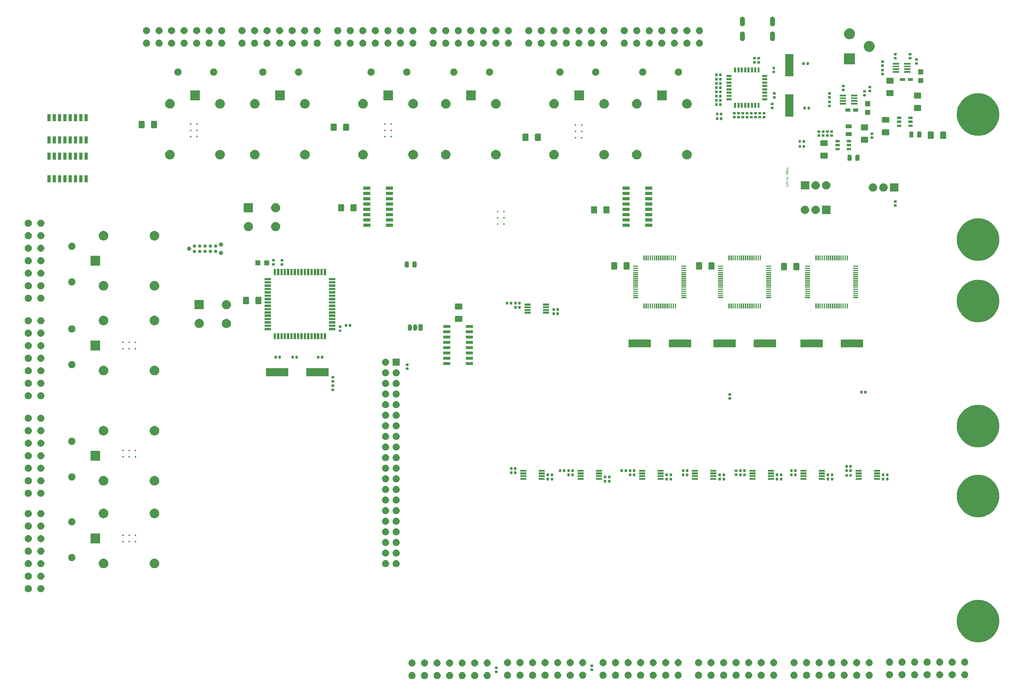
<source format=gbr>
G04 #@! TF.GenerationSoftware,KiCad,Pcbnew,(5.0.0)*
G04 #@! TF.CreationDate,2019-03-12T22:38:42-07:00*
G04 #@! TF.ProjectId,SchematicAutomation,536368656D617469634175746F6D6174,rev?*
G04 #@! TF.SameCoordinates,Original*
G04 #@! TF.FileFunction,Soldermask,Top*
G04 #@! TF.FilePolarity,Negative*
%FSLAX45Y45*%
G04 Gerber Fmt 4.5, Leading zero omitted, Abs format (unit mm)*
G04 Created by KiCad (PCBNEW (5.0.0)) date 03/12/19 22:38:42*
%MOMM*%
%LPD*%
G01*
G04 APERTURE LIST*
%ADD10C,0.125000*%
%ADD11C,0.150000*%
G04 APERTURE END LIST*
D10*
X22527019Y-5964609D02*
X22527019Y-5993181D01*
X22527019Y-5978895D02*
X22477019Y-5978895D01*
X22484162Y-5983657D01*
X22488924Y-5988419D01*
X22491305Y-5993181D01*
X22481781Y-5945562D02*
X22479400Y-5943181D01*
X22477019Y-5938419D01*
X22477019Y-5926514D01*
X22479400Y-5921752D01*
X22481781Y-5919371D01*
X22486543Y-5916990D01*
X22491305Y-5916990D01*
X22498448Y-5919371D01*
X22527019Y-5947943D01*
X22527019Y-5916990D01*
X22477019Y-5902705D02*
X22527019Y-5886038D01*
X22477019Y-5869371D01*
X22493686Y-5821752D02*
X22493686Y-5802705D01*
X22477019Y-5814609D02*
X22519876Y-5814609D01*
X22524638Y-5812228D01*
X22527019Y-5807467D01*
X22527019Y-5802705D01*
X22527019Y-5778895D02*
X22524638Y-5783657D01*
X22522257Y-5786038D01*
X22517495Y-5788419D01*
X22503209Y-5788419D01*
X22498448Y-5786038D01*
X22496067Y-5783657D01*
X22493686Y-5778895D01*
X22493686Y-5771752D01*
X22496067Y-5766990D01*
X22498448Y-5764609D01*
X22503209Y-5762228D01*
X22517495Y-5762228D01*
X22522257Y-5764609D01*
X22524638Y-5766990D01*
X22527019Y-5771752D01*
X22527019Y-5778895D01*
X22477019Y-5709848D02*
X22527019Y-5693181D01*
X22477019Y-5676514D01*
X22527019Y-5659848D02*
X22477019Y-5659848D01*
X22512733Y-5643181D01*
X22477019Y-5626514D01*
X22527019Y-5626514D01*
X22493686Y-5581276D02*
X22527019Y-5581276D01*
X22493686Y-5602705D02*
X22519876Y-5602705D01*
X22524638Y-5600324D01*
X22527019Y-5595562D01*
X22527019Y-5588419D01*
X22524638Y-5583657D01*
X22522257Y-5581276D01*
X22527019Y-5562229D02*
X22493686Y-5536038D01*
X22493686Y-5562229D02*
X22527019Y-5536038D01*
D11*
G36*
X15351993Y-17632407D02*
X15367462Y-17638814D01*
X15381385Y-17648117D01*
X15393224Y-17659956D01*
X15402526Y-17673878D01*
X15408934Y-17689347D01*
X15412200Y-17705769D01*
X15412200Y-17722512D01*
X15408934Y-17738934D01*
X15402526Y-17754403D01*
X15393224Y-17768325D01*
X15381385Y-17780164D01*
X15367462Y-17789467D01*
X15351993Y-17795874D01*
X15335572Y-17799140D01*
X15318828Y-17799140D01*
X15302407Y-17795874D01*
X15286937Y-17789467D01*
X15273015Y-17780164D01*
X15261176Y-17768325D01*
X15251874Y-17754403D01*
X15245466Y-17738934D01*
X15242200Y-17722512D01*
X15242200Y-17705769D01*
X15245466Y-17689347D01*
X15251874Y-17673878D01*
X15261176Y-17659956D01*
X15273015Y-17648117D01*
X15286937Y-17638814D01*
X15302407Y-17632407D01*
X15318828Y-17629140D01*
X15335572Y-17629140D01*
X15351993Y-17632407D01*
X15351993Y-17632407D01*
G37*
G36*
X15051993Y-17632407D02*
X15067462Y-17638814D01*
X15081385Y-17648117D01*
X15093224Y-17659956D01*
X15102526Y-17673878D01*
X15108934Y-17689347D01*
X15112200Y-17705769D01*
X15112200Y-17722512D01*
X15108934Y-17738934D01*
X15102526Y-17754403D01*
X15093224Y-17768325D01*
X15081385Y-17780164D01*
X15067462Y-17789467D01*
X15051993Y-17795874D01*
X15035572Y-17799140D01*
X15018828Y-17799140D01*
X15002407Y-17795874D01*
X14986937Y-17789467D01*
X14973015Y-17780164D01*
X14961176Y-17768325D01*
X14951874Y-17754403D01*
X14945466Y-17738934D01*
X14942200Y-17722512D01*
X14942200Y-17705769D01*
X14945466Y-17689347D01*
X14951874Y-17673878D01*
X14961176Y-17659956D01*
X14973015Y-17648117D01*
X14986937Y-17638814D01*
X15002407Y-17632407D01*
X15018828Y-17629140D01*
X15035572Y-17629140D01*
X15051993Y-17632407D01*
X15051993Y-17632407D01*
G37*
G36*
X14751993Y-17632407D02*
X14767462Y-17638814D01*
X14781385Y-17648117D01*
X14793224Y-17659956D01*
X14802526Y-17673878D01*
X14808934Y-17689347D01*
X14812200Y-17705769D01*
X14812200Y-17722512D01*
X14808934Y-17738934D01*
X14802526Y-17754403D01*
X14793224Y-17768325D01*
X14781385Y-17780164D01*
X14767462Y-17789467D01*
X14751993Y-17795874D01*
X14735572Y-17799140D01*
X14718828Y-17799140D01*
X14702407Y-17795874D01*
X14686937Y-17789467D01*
X14673015Y-17780164D01*
X14661176Y-17768325D01*
X14651874Y-17754403D01*
X14645466Y-17738934D01*
X14642200Y-17722512D01*
X14642200Y-17705769D01*
X14645466Y-17689347D01*
X14651874Y-17673878D01*
X14661176Y-17659956D01*
X14673015Y-17648117D01*
X14686937Y-17638814D01*
X14702407Y-17632407D01*
X14718828Y-17629140D01*
X14735572Y-17629140D01*
X14751993Y-17632407D01*
X14751993Y-17632407D01*
G37*
G36*
X14451993Y-17632407D02*
X14467462Y-17638814D01*
X14481385Y-17648117D01*
X14493224Y-17659956D01*
X14502526Y-17673878D01*
X14508934Y-17689347D01*
X14512200Y-17705769D01*
X14512200Y-17722512D01*
X14508934Y-17738934D01*
X14502526Y-17754403D01*
X14493224Y-17768325D01*
X14481385Y-17780164D01*
X14467462Y-17789467D01*
X14451993Y-17795874D01*
X14435572Y-17799140D01*
X14418828Y-17799140D01*
X14402407Y-17795874D01*
X14386937Y-17789467D01*
X14373015Y-17780164D01*
X14361176Y-17768325D01*
X14351874Y-17754403D01*
X14345466Y-17738934D01*
X14342200Y-17722512D01*
X14342200Y-17705769D01*
X14345466Y-17689347D01*
X14351874Y-17673878D01*
X14361176Y-17659956D01*
X14373015Y-17648117D01*
X14386937Y-17638814D01*
X14402407Y-17632407D01*
X14418828Y-17629140D01*
X14435572Y-17629140D01*
X14451993Y-17632407D01*
X14451993Y-17632407D01*
G37*
G36*
X13851993Y-17632407D02*
X13867462Y-17638814D01*
X13881385Y-17648117D01*
X13893224Y-17659956D01*
X13902526Y-17673878D01*
X13908934Y-17689347D01*
X13912200Y-17705769D01*
X13912200Y-17722512D01*
X13908934Y-17738934D01*
X13902526Y-17754403D01*
X13893224Y-17768325D01*
X13881385Y-17780164D01*
X13867462Y-17789467D01*
X13851993Y-17795874D01*
X13835572Y-17799140D01*
X13818828Y-17799140D01*
X13802407Y-17795874D01*
X13786937Y-17789467D01*
X13773015Y-17780164D01*
X13761176Y-17768325D01*
X13751874Y-17754403D01*
X13745466Y-17738934D01*
X13742200Y-17722512D01*
X13742200Y-17705769D01*
X13745466Y-17689347D01*
X13751874Y-17673878D01*
X13761176Y-17659956D01*
X13773015Y-17648117D01*
X13786937Y-17638814D01*
X13802407Y-17632407D01*
X13818828Y-17629140D01*
X13835572Y-17629140D01*
X13851993Y-17632407D01*
X13851993Y-17632407D01*
G37*
G36*
X14151993Y-17632407D02*
X14167462Y-17638814D01*
X14181385Y-17648117D01*
X14193224Y-17659956D01*
X14202526Y-17673878D01*
X14208934Y-17689347D01*
X14212200Y-17705769D01*
X14212200Y-17722512D01*
X14208934Y-17738934D01*
X14202526Y-17754403D01*
X14193224Y-17768325D01*
X14181385Y-17780164D01*
X14167462Y-17789467D01*
X14151993Y-17795874D01*
X14135572Y-17799140D01*
X14118828Y-17799140D01*
X14102407Y-17795874D01*
X14086937Y-17789467D01*
X14073015Y-17780164D01*
X14061176Y-17768325D01*
X14051874Y-17754403D01*
X14045466Y-17738934D01*
X14042200Y-17722512D01*
X14042200Y-17705769D01*
X14045466Y-17689347D01*
X14051874Y-17673878D01*
X14061176Y-17659956D01*
X14073015Y-17648117D01*
X14086937Y-17638814D01*
X14102407Y-17632407D01*
X14118828Y-17629140D01*
X14135572Y-17629140D01*
X14151993Y-17632407D01*
X14151993Y-17632407D01*
G37*
G36*
X13551993Y-17632407D02*
X13567462Y-17638814D01*
X13581385Y-17648117D01*
X13593224Y-17659956D01*
X13602526Y-17673878D01*
X13608934Y-17689347D01*
X13612200Y-17705769D01*
X13612200Y-17722512D01*
X13608934Y-17738934D01*
X13602526Y-17754403D01*
X13593224Y-17768325D01*
X13581385Y-17780164D01*
X13567462Y-17789467D01*
X13551993Y-17795874D01*
X13535572Y-17799140D01*
X13518828Y-17799140D01*
X13502407Y-17795874D01*
X13486937Y-17789467D01*
X13473015Y-17780164D01*
X13461176Y-17768325D01*
X13451874Y-17754403D01*
X13445466Y-17738934D01*
X13442200Y-17722512D01*
X13442200Y-17705769D01*
X13445466Y-17689347D01*
X13451874Y-17673878D01*
X13461176Y-17659956D01*
X13473015Y-17648117D01*
X13486937Y-17638814D01*
X13502407Y-17632407D01*
X13518828Y-17629140D01*
X13535572Y-17629140D01*
X13551993Y-17632407D01*
X13551993Y-17632407D01*
G37*
G36*
X19023993Y-17624266D02*
X19039463Y-17630674D01*
X19053385Y-17639976D01*
X19065224Y-17651815D01*
X19074526Y-17665738D01*
X19080934Y-17681207D01*
X19084200Y-17697628D01*
X19084200Y-17714372D01*
X19080934Y-17730793D01*
X19074526Y-17746263D01*
X19065224Y-17760185D01*
X19053385Y-17772024D01*
X19039463Y-17781326D01*
X19023993Y-17787734D01*
X19007572Y-17791000D01*
X18990828Y-17791000D01*
X18974407Y-17787734D01*
X18958938Y-17781326D01*
X18945015Y-17772024D01*
X18933176Y-17760185D01*
X18923874Y-17746263D01*
X18917466Y-17730793D01*
X18914200Y-17714372D01*
X18914200Y-17697628D01*
X18917466Y-17681207D01*
X18923874Y-17665738D01*
X18933176Y-17651815D01*
X18945015Y-17639976D01*
X18958938Y-17630674D01*
X18974407Y-17624266D01*
X18990828Y-17621000D01*
X19007572Y-17621000D01*
X19023993Y-17624266D01*
X19023993Y-17624266D01*
G37*
G36*
X19623993Y-17624266D02*
X19639463Y-17630674D01*
X19653385Y-17639976D01*
X19665224Y-17651815D01*
X19674526Y-17665738D01*
X19680934Y-17681207D01*
X19684200Y-17697628D01*
X19684200Y-17714372D01*
X19680934Y-17730793D01*
X19674526Y-17746263D01*
X19665224Y-17760185D01*
X19653385Y-17772024D01*
X19639463Y-17781326D01*
X19623993Y-17787734D01*
X19607572Y-17791000D01*
X19590828Y-17791000D01*
X19574407Y-17787734D01*
X19558938Y-17781326D01*
X19545015Y-17772024D01*
X19533176Y-17760185D01*
X19523874Y-17746263D01*
X19517466Y-17730793D01*
X19514200Y-17714372D01*
X19514200Y-17697628D01*
X19517466Y-17681207D01*
X19523874Y-17665738D01*
X19533176Y-17651815D01*
X19545015Y-17639976D01*
X19558938Y-17630674D01*
X19574407Y-17624266D01*
X19590828Y-17621000D01*
X19607572Y-17621000D01*
X19623993Y-17624266D01*
X19623993Y-17624266D01*
G37*
G36*
X19923993Y-17624266D02*
X19939463Y-17630674D01*
X19953385Y-17639976D01*
X19965224Y-17651815D01*
X19974526Y-17665738D01*
X19980934Y-17681207D01*
X19984200Y-17697628D01*
X19984200Y-17714372D01*
X19980934Y-17730793D01*
X19974526Y-17746263D01*
X19965224Y-17760185D01*
X19953385Y-17772024D01*
X19939463Y-17781326D01*
X19923993Y-17787734D01*
X19907572Y-17791000D01*
X19890828Y-17791000D01*
X19874407Y-17787734D01*
X19858938Y-17781326D01*
X19845015Y-17772024D01*
X19833176Y-17760185D01*
X19823874Y-17746263D01*
X19817466Y-17730793D01*
X19814200Y-17714372D01*
X19814200Y-17697628D01*
X19817466Y-17681207D01*
X19823874Y-17665738D01*
X19833176Y-17651815D01*
X19845015Y-17639976D01*
X19858938Y-17630674D01*
X19874407Y-17624266D01*
X19890828Y-17621000D01*
X19907572Y-17621000D01*
X19923993Y-17624266D01*
X19923993Y-17624266D01*
G37*
G36*
X20409993Y-17624266D02*
X20425463Y-17630674D01*
X20439385Y-17639976D01*
X20451224Y-17651815D01*
X20460526Y-17665738D01*
X20466934Y-17681207D01*
X20470200Y-17697628D01*
X20470200Y-17714372D01*
X20466934Y-17730793D01*
X20460526Y-17746263D01*
X20451224Y-17760185D01*
X20439385Y-17772024D01*
X20425463Y-17781326D01*
X20409993Y-17787734D01*
X20393572Y-17791000D01*
X20376828Y-17791000D01*
X20360407Y-17787734D01*
X20344938Y-17781326D01*
X20331015Y-17772024D01*
X20319176Y-17760185D01*
X20309874Y-17746263D01*
X20303466Y-17730793D01*
X20300200Y-17714372D01*
X20300200Y-17697628D01*
X20303466Y-17681207D01*
X20309874Y-17665738D01*
X20319176Y-17651815D01*
X20331015Y-17639976D01*
X20344938Y-17630674D01*
X20360407Y-17624266D01*
X20376828Y-17621000D01*
X20393572Y-17621000D01*
X20409993Y-17624266D01*
X20409993Y-17624266D01*
G37*
G36*
X20709993Y-17624266D02*
X20725463Y-17630674D01*
X20739385Y-17639976D01*
X20751224Y-17651815D01*
X20760526Y-17665738D01*
X20766934Y-17681207D01*
X20770200Y-17697628D01*
X20770200Y-17714372D01*
X20766934Y-17730793D01*
X20760526Y-17746263D01*
X20751224Y-17760185D01*
X20739385Y-17772024D01*
X20725463Y-17781326D01*
X20709993Y-17787734D01*
X20693572Y-17791000D01*
X20676828Y-17791000D01*
X20660407Y-17787734D01*
X20644938Y-17781326D01*
X20631015Y-17772024D01*
X20619176Y-17760185D01*
X20609874Y-17746263D01*
X20603466Y-17730793D01*
X20600200Y-17714372D01*
X20600200Y-17697628D01*
X20603466Y-17681207D01*
X20609874Y-17665738D01*
X20619176Y-17651815D01*
X20631015Y-17639976D01*
X20644938Y-17630674D01*
X20660407Y-17624266D01*
X20676828Y-17621000D01*
X20693572Y-17621000D01*
X20709993Y-17624266D01*
X20709993Y-17624266D01*
G37*
G36*
X21009993Y-17624266D02*
X21025463Y-17630674D01*
X21039385Y-17639976D01*
X21051224Y-17651815D01*
X21060526Y-17665738D01*
X21066934Y-17681207D01*
X21070200Y-17697628D01*
X21070200Y-17714372D01*
X21066934Y-17730793D01*
X21060526Y-17746263D01*
X21051224Y-17760185D01*
X21039385Y-17772024D01*
X21025463Y-17781326D01*
X21009993Y-17787734D01*
X20993572Y-17791000D01*
X20976828Y-17791000D01*
X20960407Y-17787734D01*
X20944938Y-17781326D01*
X20931015Y-17772024D01*
X20919176Y-17760185D01*
X20909874Y-17746263D01*
X20903466Y-17730793D01*
X20900200Y-17714372D01*
X20900200Y-17697628D01*
X20903466Y-17681207D01*
X20909874Y-17665738D01*
X20919176Y-17651815D01*
X20931015Y-17639976D01*
X20944938Y-17630674D01*
X20960407Y-17624266D01*
X20976828Y-17621000D01*
X20993572Y-17621000D01*
X21009993Y-17624266D01*
X21009993Y-17624266D01*
G37*
G36*
X21309993Y-17624266D02*
X21325463Y-17630674D01*
X21339385Y-17639976D01*
X21351224Y-17651815D01*
X21360526Y-17665738D01*
X21366934Y-17681207D01*
X21370200Y-17697628D01*
X21370200Y-17714372D01*
X21366934Y-17730793D01*
X21360526Y-17746263D01*
X21351224Y-17760185D01*
X21339385Y-17772024D01*
X21325463Y-17781326D01*
X21309993Y-17787734D01*
X21293572Y-17791000D01*
X21276828Y-17791000D01*
X21260407Y-17787734D01*
X21244938Y-17781326D01*
X21231015Y-17772024D01*
X21219176Y-17760185D01*
X21209874Y-17746263D01*
X21203466Y-17730793D01*
X21200200Y-17714372D01*
X21200200Y-17697628D01*
X21203466Y-17681207D01*
X21209874Y-17665738D01*
X21219176Y-17651815D01*
X21231015Y-17639976D01*
X21244938Y-17630674D01*
X21260407Y-17624266D01*
X21276828Y-17621000D01*
X21293572Y-17621000D01*
X21309993Y-17624266D01*
X21309993Y-17624266D01*
G37*
G36*
X21609993Y-17624266D02*
X21625463Y-17630674D01*
X21639385Y-17639976D01*
X21651224Y-17651815D01*
X21660526Y-17665738D01*
X21666934Y-17681207D01*
X21670200Y-17697628D01*
X21670200Y-17714372D01*
X21666934Y-17730793D01*
X21660526Y-17746263D01*
X21651224Y-17760185D01*
X21639385Y-17772024D01*
X21625463Y-17781326D01*
X21609993Y-17787734D01*
X21593572Y-17791000D01*
X21576828Y-17791000D01*
X21560407Y-17787734D01*
X21544938Y-17781326D01*
X21531015Y-17772024D01*
X21519176Y-17760185D01*
X21509874Y-17746263D01*
X21503466Y-17730793D01*
X21500200Y-17714372D01*
X21500200Y-17697628D01*
X21503466Y-17681207D01*
X21509874Y-17665738D01*
X21519176Y-17651815D01*
X21531015Y-17639976D01*
X21544938Y-17630674D01*
X21560407Y-17624266D01*
X21576828Y-17621000D01*
X21593572Y-17621000D01*
X21609993Y-17624266D01*
X21609993Y-17624266D01*
G37*
G36*
X21909993Y-17624266D02*
X21925463Y-17630674D01*
X21939385Y-17639976D01*
X21951224Y-17651815D01*
X21960526Y-17665738D01*
X21966934Y-17681207D01*
X21970200Y-17697628D01*
X21970200Y-17714372D01*
X21966934Y-17730793D01*
X21960526Y-17746263D01*
X21951224Y-17760185D01*
X21939385Y-17772024D01*
X21925463Y-17781326D01*
X21909993Y-17787734D01*
X21893572Y-17791000D01*
X21876828Y-17791000D01*
X21860407Y-17787734D01*
X21844938Y-17781326D01*
X21831015Y-17772024D01*
X21819176Y-17760185D01*
X21809874Y-17746263D01*
X21803466Y-17730793D01*
X21800200Y-17714372D01*
X21800200Y-17697628D01*
X21803466Y-17681207D01*
X21809874Y-17665738D01*
X21819176Y-17651815D01*
X21831015Y-17639976D01*
X21844938Y-17630674D01*
X21860407Y-17624266D01*
X21876828Y-17621000D01*
X21893572Y-17621000D01*
X21909993Y-17624266D01*
X21909993Y-17624266D01*
G37*
G36*
X22695993Y-17624266D02*
X22711462Y-17630674D01*
X22725385Y-17639976D01*
X22737224Y-17651815D01*
X22746526Y-17665738D01*
X22752934Y-17681207D01*
X22756200Y-17697628D01*
X22756200Y-17714372D01*
X22752934Y-17730793D01*
X22746526Y-17746263D01*
X22737224Y-17760185D01*
X22725385Y-17772024D01*
X22711462Y-17781326D01*
X22695993Y-17787734D01*
X22679572Y-17791000D01*
X22662828Y-17791000D01*
X22646407Y-17787734D01*
X22630937Y-17781326D01*
X22617015Y-17772024D01*
X22605176Y-17760185D01*
X22595874Y-17746263D01*
X22589466Y-17730793D01*
X22586200Y-17714372D01*
X22586200Y-17697628D01*
X22589466Y-17681207D01*
X22595874Y-17665738D01*
X22605176Y-17651815D01*
X22617015Y-17639976D01*
X22630937Y-17630674D01*
X22646407Y-17624266D01*
X22662828Y-17621000D01*
X22679572Y-17621000D01*
X22695993Y-17624266D01*
X22695993Y-17624266D01*
G37*
G36*
X22995993Y-17624266D02*
X23011462Y-17630674D01*
X23025385Y-17639976D01*
X23037224Y-17651815D01*
X23046526Y-17665738D01*
X23052934Y-17681207D01*
X23056200Y-17697628D01*
X23056200Y-17714372D01*
X23052934Y-17730793D01*
X23046526Y-17746263D01*
X23037224Y-17760185D01*
X23025385Y-17772024D01*
X23011462Y-17781326D01*
X22995993Y-17787734D01*
X22979572Y-17791000D01*
X22962828Y-17791000D01*
X22946407Y-17787734D01*
X22930937Y-17781326D01*
X22917015Y-17772024D01*
X22905176Y-17760185D01*
X22895874Y-17746263D01*
X22889466Y-17730793D01*
X22886200Y-17714372D01*
X22886200Y-17697628D01*
X22889466Y-17681207D01*
X22895874Y-17665738D01*
X22905176Y-17651815D01*
X22917015Y-17639976D01*
X22930937Y-17630674D01*
X22946407Y-17624266D01*
X22962828Y-17621000D01*
X22979572Y-17621000D01*
X22995993Y-17624266D01*
X22995993Y-17624266D01*
G37*
G36*
X23295993Y-17624266D02*
X23311462Y-17630674D01*
X23325385Y-17639976D01*
X23337224Y-17651815D01*
X23346526Y-17665738D01*
X23352934Y-17681207D01*
X23356200Y-17697628D01*
X23356200Y-17714372D01*
X23352934Y-17730793D01*
X23346526Y-17746263D01*
X23337224Y-17760185D01*
X23325385Y-17772024D01*
X23311462Y-17781326D01*
X23295993Y-17787734D01*
X23279572Y-17791000D01*
X23262828Y-17791000D01*
X23246407Y-17787734D01*
X23230937Y-17781326D01*
X23217015Y-17772024D01*
X23205176Y-17760185D01*
X23195874Y-17746263D01*
X23189466Y-17730793D01*
X23186200Y-17714372D01*
X23186200Y-17697628D01*
X23189466Y-17681207D01*
X23195874Y-17665738D01*
X23205176Y-17651815D01*
X23217015Y-17639976D01*
X23230937Y-17630674D01*
X23246407Y-17624266D01*
X23262828Y-17621000D01*
X23279572Y-17621000D01*
X23295993Y-17624266D01*
X23295993Y-17624266D01*
G37*
G36*
X23595993Y-17624266D02*
X23611462Y-17630674D01*
X23625385Y-17639976D01*
X23637224Y-17651815D01*
X23646526Y-17665738D01*
X23652934Y-17681207D01*
X23656200Y-17697628D01*
X23656200Y-17714372D01*
X23652934Y-17730793D01*
X23646526Y-17746263D01*
X23637224Y-17760185D01*
X23625385Y-17772024D01*
X23611462Y-17781326D01*
X23595993Y-17787734D01*
X23579572Y-17791000D01*
X23562828Y-17791000D01*
X23546407Y-17787734D01*
X23530937Y-17781326D01*
X23517015Y-17772024D01*
X23505176Y-17760185D01*
X23495874Y-17746263D01*
X23489466Y-17730793D01*
X23486200Y-17714372D01*
X23486200Y-17697628D01*
X23489466Y-17681207D01*
X23495874Y-17665738D01*
X23505176Y-17651815D01*
X23517015Y-17639976D01*
X23530937Y-17630674D01*
X23546407Y-17624266D01*
X23562828Y-17621000D01*
X23579572Y-17621000D01*
X23595993Y-17624266D01*
X23595993Y-17624266D01*
G37*
G36*
X24495993Y-17624266D02*
X24511462Y-17630674D01*
X24525385Y-17639976D01*
X24537224Y-17651815D01*
X24546526Y-17665738D01*
X24552934Y-17681207D01*
X24556200Y-17697628D01*
X24556200Y-17714372D01*
X24552934Y-17730793D01*
X24546526Y-17746263D01*
X24537224Y-17760185D01*
X24525385Y-17772024D01*
X24511462Y-17781326D01*
X24495993Y-17787734D01*
X24479572Y-17791000D01*
X24462828Y-17791000D01*
X24446407Y-17787734D01*
X24430937Y-17781326D01*
X24417015Y-17772024D01*
X24405176Y-17760185D01*
X24395874Y-17746263D01*
X24389466Y-17730793D01*
X24386200Y-17714372D01*
X24386200Y-17697628D01*
X24389466Y-17681207D01*
X24395874Y-17665738D01*
X24405176Y-17651815D01*
X24417015Y-17639976D01*
X24430937Y-17630674D01*
X24446407Y-17624266D01*
X24462828Y-17621000D01*
X24479572Y-17621000D01*
X24495993Y-17624266D01*
X24495993Y-17624266D01*
G37*
G36*
X22209993Y-17624266D02*
X22225463Y-17630674D01*
X22239385Y-17639976D01*
X22251224Y-17651815D01*
X22260526Y-17665738D01*
X22266934Y-17681207D01*
X22270200Y-17697628D01*
X22270200Y-17714372D01*
X22266934Y-17730793D01*
X22260526Y-17746263D01*
X22251224Y-17760185D01*
X22239385Y-17772024D01*
X22225463Y-17781326D01*
X22209993Y-17787734D01*
X22193572Y-17791000D01*
X22176828Y-17791000D01*
X22160407Y-17787734D01*
X22144938Y-17781326D01*
X22131015Y-17772024D01*
X22119176Y-17760185D01*
X22109874Y-17746263D01*
X22103466Y-17730793D01*
X22100200Y-17714372D01*
X22100200Y-17697628D01*
X22103466Y-17681207D01*
X22109874Y-17665738D01*
X22119176Y-17651815D01*
X22131015Y-17639976D01*
X22144938Y-17630674D01*
X22160407Y-17624266D01*
X22176828Y-17621000D01*
X22193572Y-17621000D01*
X22209993Y-17624266D01*
X22209993Y-17624266D01*
G37*
G36*
X19323993Y-17624266D02*
X19339463Y-17630674D01*
X19353385Y-17639976D01*
X19365224Y-17651815D01*
X19374526Y-17665738D01*
X19380934Y-17681207D01*
X19384200Y-17697628D01*
X19384200Y-17714372D01*
X19380934Y-17730793D01*
X19374526Y-17746263D01*
X19365224Y-17760185D01*
X19353385Y-17772024D01*
X19339463Y-17781326D01*
X19323993Y-17787734D01*
X19307572Y-17791000D01*
X19290828Y-17791000D01*
X19274407Y-17787734D01*
X19258938Y-17781326D01*
X19245015Y-17772024D01*
X19233176Y-17760185D01*
X19223874Y-17746263D01*
X19217466Y-17730793D01*
X19214200Y-17714372D01*
X19214200Y-17697628D01*
X19217466Y-17681207D01*
X19223874Y-17665738D01*
X19233176Y-17651815D01*
X19245015Y-17639976D01*
X19258938Y-17630674D01*
X19274407Y-17624266D01*
X19290828Y-17621000D01*
X19307572Y-17621000D01*
X19323993Y-17624266D01*
X19323993Y-17624266D01*
G37*
G36*
X18723993Y-17624266D02*
X18739463Y-17630674D01*
X18753385Y-17639976D01*
X18765224Y-17651815D01*
X18774526Y-17665738D01*
X18780934Y-17681207D01*
X18784200Y-17697628D01*
X18784200Y-17714372D01*
X18780934Y-17730793D01*
X18774526Y-17746263D01*
X18765224Y-17760185D01*
X18753385Y-17772024D01*
X18739463Y-17781326D01*
X18723993Y-17787734D01*
X18707572Y-17791000D01*
X18690828Y-17791000D01*
X18674407Y-17787734D01*
X18658938Y-17781326D01*
X18645015Y-17772024D01*
X18633176Y-17760185D01*
X18623874Y-17746263D01*
X18617466Y-17730793D01*
X18614200Y-17714372D01*
X18614200Y-17697628D01*
X18617466Y-17681207D01*
X18623874Y-17665738D01*
X18633176Y-17651815D01*
X18645015Y-17639976D01*
X18658938Y-17630674D01*
X18674407Y-17624266D01*
X18690828Y-17621000D01*
X18707572Y-17621000D01*
X18723993Y-17624266D01*
X18723993Y-17624266D01*
G37*
G36*
X18423993Y-17624266D02*
X18439463Y-17630674D01*
X18453385Y-17639976D01*
X18465224Y-17651815D01*
X18474526Y-17665738D01*
X18480934Y-17681207D01*
X18484200Y-17697628D01*
X18484200Y-17714372D01*
X18480934Y-17730793D01*
X18474526Y-17746263D01*
X18465224Y-17760185D01*
X18453385Y-17772024D01*
X18439463Y-17781326D01*
X18423993Y-17787734D01*
X18407572Y-17791000D01*
X18390828Y-17791000D01*
X18374407Y-17787734D01*
X18358938Y-17781326D01*
X18345015Y-17772024D01*
X18333176Y-17760185D01*
X18323874Y-17746263D01*
X18317466Y-17730793D01*
X18314200Y-17714372D01*
X18314200Y-17697628D01*
X18317466Y-17681207D01*
X18323874Y-17665738D01*
X18333176Y-17651815D01*
X18345015Y-17639976D01*
X18358938Y-17630674D01*
X18374407Y-17624266D01*
X18390828Y-17621000D01*
X18407572Y-17621000D01*
X18423993Y-17624266D01*
X18423993Y-17624266D01*
G37*
G36*
X18123993Y-17624266D02*
X18139463Y-17630674D01*
X18153385Y-17639976D01*
X18165224Y-17651815D01*
X18174526Y-17665738D01*
X18180934Y-17681207D01*
X18184200Y-17697628D01*
X18184200Y-17714372D01*
X18180934Y-17730793D01*
X18174526Y-17746263D01*
X18165224Y-17760185D01*
X18153385Y-17772024D01*
X18139463Y-17781326D01*
X18123993Y-17787734D01*
X18107572Y-17791000D01*
X18090828Y-17791000D01*
X18074407Y-17787734D01*
X18058938Y-17781326D01*
X18045015Y-17772024D01*
X18033176Y-17760185D01*
X18023874Y-17746263D01*
X18017466Y-17730793D01*
X18014200Y-17714372D01*
X18014200Y-17697628D01*
X18017466Y-17681207D01*
X18023874Y-17665738D01*
X18033176Y-17651815D01*
X18045015Y-17639976D01*
X18058938Y-17630674D01*
X18074407Y-17624266D01*
X18090828Y-17621000D01*
X18107572Y-17621000D01*
X18123993Y-17624266D01*
X18123993Y-17624266D01*
G37*
G36*
X17637993Y-17624266D02*
X17653463Y-17630674D01*
X17667385Y-17639976D01*
X17679224Y-17651815D01*
X17688526Y-17665738D01*
X17694934Y-17681207D01*
X17698200Y-17697628D01*
X17698200Y-17714372D01*
X17694934Y-17730793D01*
X17688526Y-17746263D01*
X17679224Y-17760185D01*
X17667385Y-17772024D01*
X17653463Y-17781326D01*
X17637993Y-17787734D01*
X17621572Y-17791000D01*
X17604828Y-17791000D01*
X17588407Y-17787734D01*
X17572938Y-17781326D01*
X17559015Y-17772024D01*
X17547176Y-17760185D01*
X17537874Y-17746263D01*
X17531466Y-17730793D01*
X17528200Y-17714372D01*
X17528200Y-17697628D01*
X17531466Y-17681207D01*
X17537874Y-17665738D01*
X17547176Y-17651815D01*
X17559015Y-17639976D01*
X17572938Y-17630674D01*
X17588407Y-17624266D01*
X17604828Y-17621000D01*
X17621572Y-17621000D01*
X17637993Y-17624266D01*
X17637993Y-17624266D01*
G37*
G36*
X17337993Y-17624266D02*
X17353463Y-17630674D01*
X17367385Y-17639976D01*
X17379224Y-17651815D01*
X17388526Y-17665738D01*
X17394934Y-17681207D01*
X17398200Y-17697628D01*
X17398200Y-17714372D01*
X17394934Y-17730793D01*
X17388526Y-17746263D01*
X17379224Y-17760185D01*
X17367385Y-17772024D01*
X17353463Y-17781326D01*
X17337993Y-17787734D01*
X17321572Y-17791000D01*
X17304828Y-17791000D01*
X17288407Y-17787734D01*
X17272938Y-17781326D01*
X17259015Y-17772024D01*
X17247176Y-17760185D01*
X17237874Y-17746263D01*
X17231466Y-17730793D01*
X17228200Y-17714372D01*
X17228200Y-17697628D01*
X17231466Y-17681207D01*
X17237874Y-17665738D01*
X17247176Y-17651815D01*
X17259015Y-17639976D01*
X17272938Y-17630674D01*
X17288407Y-17624266D01*
X17304828Y-17621000D01*
X17321572Y-17621000D01*
X17337993Y-17624266D01*
X17337993Y-17624266D01*
G37*
G36*
X17037993Y-17624266D02*
X17053463Y-17630674D01*
X17067385Y-17639976D01*
X17079224Y-17651815D01*
X17088526Y-17665738D01*
X17094934Y-17681207D01*
X17098200Y-17697628D01*
X17098200Y-17714372D01*
X17094934Y-17730793D01*
X17088526Y-17746263D01*
X17079224Y-17760185D01*
X17067385Y-17772024D01*
X17053463Y-17781326D01*
X17037993Y-17787734D01*
X17021572Y-17791000D01*
X17004828Y-17791000D01*
X16988407Y-17787734D01*
X16972938Y-17781326D01*
X16959015Y-17772024D01*
X16947176Y-17760185D01*
X16937874Y-17746263D01*
X16931466Y-17730793D01*
X16928200Y-17714372D01*
X16928200Y-17697628D01*
X16931466Y-17681207D01*
X16937874Y-17665738D01*
X16947176Y-17651815D01*
X16959015Y-17639976D01*
X16972938Y-17630674D01*
X16988407Y-17624266D01*
X17004828Y-17621000D01*
X17021572Y-17621000D01*
X17037993Y-17624266D01*
X17037993Y-17624266D01*
G37*
G36*
X16737993Y-17624266D02*
X16753462Y-17630674D01*
X16767385Y-17639976D01*
X16779224Y-17651815D01*
X16788526Y-17665738D01*
X16794934Y-17681207D01*
X16798200Y-17697628D01*
X16798200Y-17714372D01*
X16794934Y-17730793D01*
X16788526Y-17746263D01*
X16779224Y-17760185D01*
X16767385Y-17772024D01*
X16753462Y-17781326D01*
X16737993Y-17787734D01*
X16721572Y-17791000D01*
X16704828Y-17791000D01*
X16688407Y-17787734D01*
X16672937Y-17781326D01*
X16659015Y-17772024D01*
X16647176Y-17760185D01*
X16637874Y-17746263D01*
X16631466Y-17730793D01*
X16628200Y-17714372D01*
X16628200Y-17697628D01*
X16631466Y-17681207D01*
X16637874Y-17665738D01*
X16647176Y-17651815D01*
X16659015Y-17639976D01*
X16672937Y-17630674D01*
X16688407Y-17624266D01*
X16704828Y-17621000D01*
X16721572Y-17621000D01*
X16737993Y-17624266D01*
X16737993Y-17624266D01*
G37*
G36*
X16437993Y-17624266D02*
X16453462Y-17630674D01*
X16467385Y-17639976D01*
X16479224Y-17651815D01*
X16488526Y-17665738D01*
X16494934Y-17681207D01*
X16498200Y-17697628D01*
X16498200Y-17714372D01*
X16494934Y-17730793D01*
X16488526Y-17746263D01*
X16479224Y-17760185D01*
X16467385Y-17772024D01*
X16453462Y-17781326D01*
X16437993Y-17787734D01*
X16421572Y-17791000D01*
X16404828Y-17791000D01*
X16388407Y-17787734D01*
X16372937Y-17781326D01*
X16359015Y-17772024D01*
X16347176Y-17760185D01*
X16337874Y-17746263D01*
X16331466Y-17730793D01*
X16328200Y-17714372D01*
X16328200Y-17697628D01*
X16331466Y-17681207D01*
X16337874Y-17665738D01*
X16347176Y-17651815D01*
X16359015Y-17639976D01*
X16372937Y-17630674D01*
X16388407Y-17624266D01*
X16404828Y-17621000D01*
X16421572Y-17621000D01*
X16437993Y-17624266D01*
X16437993Y-17624266D01*
G37*
G36*
X16137993Y-17624266D02*
X16153462Y-17630674D01*
X16167385Y-17639976D01*
X16179224Y-17651815D01*
X16188526Y-17665738D01*
X16194934Y-17681207D01*
X16198200Y-17697628D01*
X16198200Y-17714372D01*
X16194934Y-17730793D01*
X16188526Y-17746263D01*
X16179224Y-17760185D01*
X16167385Y-17772024D01*
X16153462Y-17781326D01*
X16137993Y-17787734D01*
X16121572Y-17791000D01*
X16104828Y-17791000D01*
X16088407Y-17787734D01*
X16072937Y-17781326D01*
X16059015Y-17772024D01*
X16047176Y-17760185D01*
X16037874Y-17746263D01*
X16031466Y-17730793D01*
X16028200Y-17714372D01*
X16028200Y-17697628D01*
X16031466Y-17681207D01*
X16037874Y-17665738D01*
X16047176Y-17651815D01*
X16059015Y-17639976D01*
X16072937Y-17630674D01*
X16088407Y-17624266D01*
X16104828Y-17621000D01*
X16121572Y-17621000D01*
X16137993Y-17624266D01*
X16137993Y-17624266D01*
G37*
G36*
X15837993Y-17624266D02*
X15853462Y-17630674D01*
X15867385Y-17639976D01*
X15879224Y-17651815D01*
X15888526Y-17665738D01*
X15894934Y-17681207D01*
X15898200Y-17697628D01*
X15898200Y-17714372D01*
X15894934Y-17730793D01*
X15888526Y-17746263D01*
X15879224Y-17760185D01*
X15867385Y-17772024D01*
X15853462Y-17781326D01*
X15837993Y-17787734D01*
X15821572Y-17791000D01*
X15804828Y-17791000D01*
X15788407Y-17787734D01*
X15772937Y-17781326D01*
X15759015Y-17772024D01*
X15747176Y-17760185D01*
X15737874Y-17746263D01*
X15731466Y-17730793D01*
X15728200Y-17714372D01*
X15728200Y-17697628D01*
X15731466Y-17681207D01*
X15737874Y-17665738D01*
X15747176Y-17651815D01*
X15759015Y-17639976D01*
X15772937Y-17630674D01*
X15788407Y-17624266D01*
X15804828Y-17621000D01*
X15821572Y-17621000D01*
X15837993Y-17624266D01*
X15837993Y-17624266D01*
G37*
G36*
X24195993Y-17624266D02*
X24211462Y-17630674D01*
X24225385Y-17639976D01*
X24237224Y-17651815D01*
X24246526Y-17665738D01*
X24252934Y-17681207D01*
X24256200Y-17697628D01*
X24256200Y-17714372D01*
X24252934Y-17730793D01*
X24246526Y-17746263D01*
X24237224Y-17760185D01*
X24225385Y-17772024D01*
X24211462Y-17781326D01*
X24195993Y-17787734D01*
X24179572Y-17791000D01*
X24162828Y-17791000D01*
X24146407Y-17787734D01*
X24130937Y-17781326D01*
X24117015Y-17772024D01*
X24105176Y-17760185D01*
X24095874Y-17746263D01*
X24089466Y-17730793D01*
X24086200Y-17714372D01*
X24086200Y-17697628D01*
X24089466Y-17681207D01*
X24095874Y-17665738D01*
X24105176Y-17651815D01*
X24117015Y-17639976D01*
X24130937Y-17630674D01*
X24146407Y-17624266D01*
X24162828Y-17621000D01*
X24179572Y-17621000D01*
X24195993Y-17624266D01*
X24195993Y-17624266D01*
G37*
G36*
X23895993Y-17624266D02*
X23911462Y-17630674D01*
X23925385Y-17639976D01*
X23937224Y-17651815D01*
X23946526Y-17665738D01*
X23952934Y-17681207D01*
X23956200Y-17697628D01*
X23956200Y-17714372D01*
X23952934Y-17730793D01*
X23946526Y-17746263D01*
X23937224Y-17760185D01*
X23925385Y-17772024D01*
X23911462Y-17781326D01*
X23895993Y-17787734D01*
X23879572Y-17791000D01*
X23862828Y-17791000D01*
X23846407Y-17787734D01*
X23830937Y-17781326D01*
X23817015Y-17772024D01*
X23805176Y-17760185D01*
X23795874Y-17746263D01*
X23789466Y-17730793D01*
X23786200Y-17714372D01*
X23786200Y-17697628D01*
X23789466Y-17681207D01*
X23795874Y-17665738D01*
X23805176Y-17651815D01*
X23817015Y-17639976D01*
X23830937Y-17630674D01*
X23846407Y-17624266D01*
X23862828Y-17621000D01*
X23879572Y-17621000D01*
X23895993Y-17624266D01*
X23895993Y-17624266D01*
G37*
G36*
X25281993Y-17611566D02*
X25297462Y-17617974D01*
X25311385Y-17627276D01*
X25323224Y-17639115D01*
X25332526Y-17653038D01*
X25338934Y-17668507D01*
X25342200Y-17684928D01*
X25342200Y-17701672D01*
X25338934Y-17718093D01*
X25332526Y-17733563D01*
X25323224Y-17747485D01*
X25311385Y-17759324D01*
X25297462Y-17768626D01*
X25281993Y-17775034D01*
X25265572Y-17778300D01*
X25248828Y-17778300D01*
X25232407Y-17775034D01*
X25216937Y-17768626D01*
X25203015Y-17759324D01*
X25191176Y-17747485D01*
X25181874Y-17733563D01*
X25175466Y-17718093D01*
X25172200Y-17701672D01*
X25172200Y-17684928D01*
X25175466Y-17668507D01*
X25181874Y-17653038D01*
X25191176Y-17639115D01*
X25203015Y-17627276D01*
X25216937Y-17617974D01*
X25232407Y-17611566D01*
X25248828Y-17608300D01*
X25265572Y-17608300D01*
X25281993Y-17611566D01*
X25281993Y-17611566D01*
G37*
G36*
X26781993Y-17611566D02*
X26797462Y-17617974D01*
X26811385Y-17627276D01*
X26823224Y-17639115D01*
X26832526Y-17653038D01*
X26838934Y-17668507D01*
X26842200Y-17684928D01*
X26842200Y-17701672D01*
X26838934Y-17718093D01*
X26832526Y-17733563D01*
X26823224Y-17747485D01*
X26811385Y-17759324D01*
X26797462Y-17768626D01*
X26781993Y-17775034D01*
X26765572Y-17778300D01*
X26748828Y-17778300D01*
X26732407Y-17775034D01*
X26716937Y-17768626D01*
X26703015Y-17759324D01*
X26691176Y-17747485D01*
X26681874Y-17733563D01*
X26675466Y-17718093D01*
X26672200Y-17701672D01*
X26672200Y-17684928D01*
X26675466Y-17668507D01*
X26681874Y-17653038D01*
X26691176Y-17639115D01*
X26703015Y-17627276D01*
X26716937Y-17617974D01*
X26732407Y-17611566D01*
X26748828Y-17608300D01*
X26765572Y-17608300D01*
X26781993Y-17611566D01*
X26781993Y-17611566D01*
G37*
G36*
X26481993Y-17611566D02*
X26497462Y-17617974D01*
X26511385Y-17627276D01*
X26523224Y-17639115D01*
X26532526Y-17653038D01*
X26538934Y-17668507D01*
X26542200Y-17684928D01*
X26542200Y-17701672D01*
X26538934Y-17718093D01*
X26532526Y-17733563D01*
X26523224Y-17747485D01*
X26511385Y-17759324D01*
X26497462Y-17768626D01*
X26481993Y-17775034D01*
X26465572Y-17778300D01*
X26448828Y-17778300D01*
X26432407Y-17775034D01*
X26416937Y-17768626D01*
X26403015Y-17759324D01*
X26391176Y-17747485D01*
X26381874Y-17733563D01*
X26375466Y-17718093D01*
X26372200Y-17701672D01*
X26372200Y-17684928D01*
X26375466Y-17668507D01*
X26381874Y-17653038D01*
X26391176Y-17639115D01*
X26403015Y-17627276D01*
X26416937Y-17617974D01*
X26432407Y-17611566D01*
X26448828Y-17608300D01*
X26465572Y-17608300D01*
X26481993Y-17611566D01*
X26481993Y-17611566D01*
G37*
G36*
X26181993Y-17611566D02*
X26197462Y-17617974D01*
X26211385Y-17627276D01*
X26223224Y-17639115D01*
X26232526Y-17653038D01*
X26238934Y-17668507D01*
X26242200Y-17684928D01*
X26242200Y-17701672D01*
X26238934Y-17718093D01*
X26232526Y-17733563D01*
X26223224Y-17747485D01*
X26211385Y-17759324D01*
X26197462Y-17768626D01*
X26181993Y-17775034D01*
X26165572Y-17778300D01*
X26148828Y-17778300D01*
X26132407Y-17775034D01*
X26116937Y-17768626D01*
X26103015Y-17759324D01*
X26091176Y-17747485D01*
X26081874Y-17733563D01*
X26075466Y-17718093D01*
X26072200Y-17701672D01*
X26072200Y-17684928D01*
X26075466Y-17668507D01*
X26081874Y-17653038D01*
X26091176Y-17639115D01*
X26103015Y-17627276D01*
X26116937Y-17617974D01*
X26132407Y-17611566D01*
X26148828Y-17608300D01*
X26165572Y-17608300D01*
X26181993Y-17611566D01*
X26181993Y-17611566D01*
G37*
G36*
X25581993Y-17611566D02*
X25597462Y-17617974D01*
X25611385Y-17627276D01*
X25623224Y-17639115D01*
X25632526Y-17653038D01*
X25638934Y-17668507D01*
X25642200Y-17684928D01*
X25642200Y-17701672D01*
X25638934Y-17718093D01*
X25632526Y-17733563D01*
X25623224Y-17747485D01*
X25611385Y-17759324D01*
X25597462Y-17768626D01*
X25581993Y-17775034D01*
X25565572Y-17778300D01*
X25548828Y-17778300D01*
X25532407Y-17775034D01*
X25516937Y-17768626D01*
X25503015Y-17759324D01*
X25491176Y-17747485D01*
X25481874Y-17733563D01*
X25475466Y-17718093D01*
X25472200Y-17701672D01*
X25472200Y-17684928D01*
X25475466Y-17668507D01*
X25481874Y-17653038D01*
X25491176Y-17639115D01*
X25503015Y-17627276D01*
X25516937Y-17617974D01*
X25532407Y-17611566D01*
X25548828Y-17608300D01*
X25565572Y-17608300D01*
X25581993Y-17611566D01*
X25581993Y-17611566D01*
G37*
G36*
X24981993Y-17611566D02*
X24997462Y-17617974D01*
X25011385Y-17627276D01*
X25023224Y-17639115D01*
X25032526Y-17653038D01*
X25038934Y-17668507D01*
X25042200Y-17684928D01*
X25042200Y-17701672D01*
X25038934Y-17718093D01*
X25032526Y-17733563D01*
X25023224Y-17747485D01*
X25011385Y-17759324D01*
X24997462Y-17768626D01*
X24981993Y-17775034D01*
X24965572Y-17778300D01*
X24948828Y-17778300D01*
X24932407Y-17775034D01*
X24916937Y-17768626D01*
X24903015Y-17759324D01*
X24891176Y-17747485D01*
X24881874Y-17733563D01*
X24875466Y-17718093D01*
X24872200Y-17701672D01*
X24872200Y-17684928D01*
X24875466Y-17668507D01*
X24881874Y-17653038D01*
X24891176Y-17639115D01*
X24903015Y-17627276D01*
X24916937Y-17617974D01*
X24932407Y-17611566D01*
X24948828Y-17608300D01*
X24965572Y-17608300D01*
X24981993Y-17611566D01*
X24981993Y-17611566D01*
G37*
G36*
X25881993Y-17611566D02*
X25897462Y-17617974D01*
X25911385Y-17627276D01*
X25923224Y-17639115D01*
X25932526Y-17653038D01*
X25938934Y-17668507D01*
X25942200Y-17684928D01*
X25942200Y-17701672D01*
X25938934Y-17718093D01*
X25932526Y-17733563D01*
X25923224Y-17747485D01*
X25911385Y-17759324D01*
X25897462Y-17768626D01*
X25881993Y-17775034D01*
X25865572Y-17778300D01*
X25848828Y-17778300D01*
X25832407Y-17775034D01*
X25816937Y-17768626D01*
X25803015Y-17759324D01*
X25791176Y-17747485D01*
X25781874Y-17733563D01*
X25775466Y-17718093D01*
X25772200Y-17701672D01*
X25772200Y-17684928D01*
X25775466Y-17668507D01*
X25781874Y-17653038D01*
X25791176Y-17639115D01*
X25803015Y-17627276D01*
X25816937Y-17617974D01*
X25832407Y-17611566D01*
X25848828Y-17608300D01*
X25865572Y-17608300D01*
X25881993Y-17611566D01*
X25881993Y-17611566D01*
G37*
G36*
X15566935Y-17596059D02*
X15569228Y-17596755D01*
X15571343Y-17597885D01*
X15573195Y-17599405D01*
X15574715Y-17601257D01*
X15575845Y-17603372D01*
X15576541Y-17605665D01*
X15576800Y-17608296D01*
X15576800Y-17642305D01*
X15576541Y-17644935D01*
X15575845Y-17647228D01*
X15574715Y-17649343D01*
X15573195Y-17651195D01*
X15571343Y-17652715D01*
X15569228Y-17653845D01*
X15566935Y-17654541D01*
X15564304Y-17654800D01*
X15525295Y-17654800D01*
X15522665Y-17654541D01*
X15520372Y-17653845D01*
X15518257Y-17652715D01*
X15516405Y-17651195D01*
X15514885Y-17649343D01*
X15513755Y-17647228D01*
X15513059Y-17644935D01*
X15512800Y-17642305D01*
X15512800Y-17608296D01*
X15513059Y-17605665D01*
X15513755Y-17603372D01*
X15514885Y-17601257D01*
X15516405Y-17599405D01*
X15518257Y-17597885D01*
X15520372Y-17596755D01*
X15522665Y-17596059D01*
X15525295Y-17595800D01*
X15564304Y-17595800D01*
X15566935Y-17596059D01*
X15566935Y-17596059D01*
G37*
G36*
X17852935Y-17545259D02*
X17855228Y-17545955D01*
X17857343Y-17547085D01*
X17859195Y-17548605D01*
X17860715Y-17550457D01*
X17861845Y-17552572D01*
X17862541Y-17554865D01*
X17862800Y-17557496D01*
X17862800Y-17591505D01*
X17862541Y-17594135D01*
X17861845Y-17596428D01*
X17860715Y-17598543D01*
X17859195Y-17600395D01*
X17857343Y-17601915D01*
X17855228Y-17603045D01*
X17852935Y-17603741D01*
X17850305Y-17604000D01*
X17811296Y-17604000D01*
X17808665Y-17603741D01*
X17806372Y-17603045D01*
X17804257Y-17601915D01*
X17802405Y-17600395D01*
X17800885Y-17598543D01*
X17799755Y-17596428D01*
X17799059Y-17594135D01*
X17798800Y-17591505D01*
X17798800Y-17557496D01*
X17799059Y-17554865D01*
X17799755Y-17552572D01*
X17800885Y-17550457D01*
X17802405Y-17548605D01*
X17804257Y-17547085D01*
X17806372Y-17545955D01*
X17808665Y-17545259D01*
X17811296Y-17545000D01*
X17850305Y-17545000D01*
X17852935Y-17545259D01*
X17852935Y-17545259D01*
G37*
G36*
X15566935Y-17499059D02*
X15569228Y-17499755D01*
X15571343Y-17500885D01*
X15573195Y-17502405D01*
X15574715Y-17504257D01*
X15575845Y-17506372D01*
X15576541Y-17508665D01*
X15576800Y-17511296D01*
X15576800Y-17545305D01*
X15576541Y-17547935D01*
X15575845Y-17550228D01*
X15574715Y-17552343D01*
X15573195Y-17554195D01*
X15571343Y-17555715D01*
X15569228Y-17556845D01*
X15566935Y-17557541D01*
X15564304Y-17557800D01*
X15525295Y-17557800D01*
X15522665Y-17557541D01*
X15520372Y-17556845D01*
X15518257Y-17555715D01*
X15516405Y-17554195D01*
X15514885Y-17552343D01*
X15513755Y-17550228D01*
X15513059Y-17547935D01*
X15512800Y-17545305D01*
X15512800Y-17511296D01*
X15513059Y-17508665D01*
X15513755Y-17506372D01*
X15514885Y-17504257D01*
X15516405Y-17502405D01*
X15518257Y-17500885D01*
X15520372Y-17499755D01*
X15522665Y-17499059D01*
X15525295Y-17498800D01*
X15564304Y-17498800D01*
X15566935Y-17499059D01*
X15566935Y-17499059D01*
G37*
G36*
X17852935Y-17448259D02*
X17855228Y-17448955D01*
X17857343Y-17450085D01*
X17859195Y-17451605D01*
X17860715Y-17453457D01*
X17861845Y-17455572D01*
X17862541Y-17457865D01*
X17862800Y-17460496D01*
X17862800Y-17494505D01*
X17862541Y-17497135D01*
X17861845Y-17499428D01*
X17860715Y-17501543D01*
X17859195Y-17503395D01*
X17857343Y-17504915D01*
X17855228Y-17506045D01*
X17852935Y-17506741D01*
X17850305Y-17507000D01*
X17811296Y-17507000D01*
X17808665Y-17506741D01*
X17806372Y-17506045D01*
X17804257Y-17504915D01*
X17802405Y-17503395D01*
X17800885Y-17501543D01*
X17799755Y-17499428D01*
X17799059Y-17497135D01*
X17798800Y-17494505D01*
X17798800Y-17460496D01*
X17799059Y-17457865D01*
X17799755Y-17455572D01*
X17800885Y-17453457D01*
X17802405Y-17451605D01*
X17804257Y-17450085D01*
X17806372Y-17448955D01*
X17808665Y-17448259D01*
X17811296Y-17448000D01*
X17850305Y-17448000D01*
X17852935Y-17448259D01*
X17852935Y-17448259D01*
G37*
G36*
X14451993Y-17330407D02*
X14467462Y-17336814D01*
X14481385Y-17346117D01*
X14493224Y-17357956D01*
X14502526Y-17371878D01*
X14508934Y-17387347D01*
X14512200Y-17403769D01*
X14512200Y-17420512D01*
X14508934Y-17436934D01*
X14502526Y-17452403D01*
X14493224Y-17466325D01*
X14481385Y-17478164D01*
X14467462Y-17487467D01*
X14451993Y-17493874D01*
X14435572Y-17497140D01*
X14418828Y-17497140D01*
X14402407Y-17493874D01*
X14386937Y-17487467D01*
X14373015Y-17478164D01*
X14361176Y-17466325D01*
X14351874Y-17452403D01*
X14345466Y-17436934D01*
X14342200Y-17420512D01*
X14342200Y-17403769D01*
X14345466Y-17387347D01*
X14351874Y-17371878D01*
X14361176Y-17357956D01*
X14373015Y-17346117D01*
X14386937Y-17336814D01*
X14402407Y-17330407D01*
X14418828Y-17327140D01*
X14435572Y-17327140D01*
X14451993Y-17330407D01*
X14451993Y-17330407D01*
G37*
G36*
X14751993Y-17330407D02*
X14767462Y-17336814D01*
X14781385Y-17346117D01*
X14793224Y-17357956D01*
X14802526Y-17371878D01*
X14808934Y-17387347D01*
X14812200Y-17403769D01*
X14812200Y-17420512D01*
X14808934Y-17436934D01*
X14802526Y-17452403D01*
X14793224Y-17466325D01*
X14781385Y-17478164D01*
X14767462Y-17487467D01*
X14751993Y-17493874D01*
X14735572Y-17497140D01*
X14718828Y-17497140D01*
X14702407Y-17493874D01*
X14686937Y-17487467D01*
X14673015Y-17478164D01*
X14661176Y-17466325D01*
X14651874Y-17452403D01*
X14645466Y-17436934D01*
X14642200Y-17420512D01*
X14642200Y-17403769D01*
X14645466Y-17387347D01*
X14651874Y-17371878D01*
X14661176Y-17357956D01*
X14673015Y-17346117D01*
X14686937Y-17336814D01*
X14702407Y-17330407D01*
X14718828Y-17327140D01*
X14735572Y-17327140D01*
X14751993Y-17330407D01*
X14751993Y-17330407D01*
G37*
G36*
X15351993Y-17330407D02*
X15367462Y-17336814D01*
X15381385Y-17346117D01*
X15393224Y-17357956D01*
X15402526Y-17371878D01*
X15408934Y-17387347D01*
X15412200Y-17403769D01*
X15412200Y-17420512D01*
X15408934Y-17436934D01*
X15402526Y-17452403D01*
X15393224Y-17466325D01*
X15381385Y-17478164D01*
X15367462Y-17487467D01*
X15351993Y-17493874D01*
X15335572Y-17497140D01*
X15318828Y-17497140D01*
X15302407Y-17493874D01*
X15286937Y-17487467D01*
X15273015Y-17478164D01*
X15261176Y-17466325D01*
X15251874Y-17452403D01*
X15245466Y-17436934D01*
X15242200Y-17420512D01*
X15242200Y-17403769D01*
X15245466Y-17387347D01*
X15251874Y-17371878D01*
X15261176Y-17357956D01*
X15273015Y-17346117D01*
X15286937Y-17336814D01*
X15302407Y-17330407D01*
X15318828Y-17327140D01*
X15335572Y-17327140D01*
X15351993Y-17330407D01*
X15351993Y-17330407D01*
G37*
G36*
X14151993Y-17330407D02*
X14167462Y-17336814D01*
X14181385Y-17346117D01*
X14193224Y-17357956D01*
X14202526Y-17371878D01*
X14208934Y-17387347D01*
X14212200Y-17403769D01*
X14212200Y-17420512D01*
X14208934Y-17436934D01*
X14202526Y-17452403D01*
X14193224Y-17466325D01*
X14181385Y-17478164D01*
X14167462Y-17487467D01*
X14151993Y-17493874D01*
X14135572Y-17497140D01*
X14118828Y-17497140D01*
X14102407Y-17493874D01*
X14086937Y-17487467D01*
X14073015Y-17478164D01*
X14061176Y-17466325D01*
X14051874Y-17452403D01*
X14045466Y-17436934D01*
X14042200Y-17420512D01*
X14042200Y-17403769D01*
X14045466Y-17387347D01*
X14051874Y-17371878D01*
X14061176Y-17357956D01*
X14073015Y-17346117D01*
X14086937Y-17336814D01*
X14102407Y-17330407D01*
X14118828Y-17327140D01*
X14135572Y-17327140D01*
X14151993Y-17330407D01*
X14151993Y-17330407D01*
G37*
G36*
X13851993Y-17330407D02*
X13867462Y-17336814D01*
X13881385Y-17346117D01*
X13893224Y-17357956D01*
X13902526Y-17371878D01*
X13908934Y-17387347D01*
X13912200Y-17403769D01*
X13912200Y-17420512D01*
X13908934Y-17436934D01*
X13902526Y-17452403D01*
X13893224Y-17466325D01*
X13881385Y-17478164D01*
X13867462Y-17487467D01*
X13851993Y-17493874D01*
X13835572Y-17497140D01*
X13818828Y-17497140D01*
X13802407Y-17493874D01*
X13786937Y-17487467D01*
X13773015Y-17478164D01*
X13761176Y-17466325D01*
X13751874Y-17452403D01*
X13745466Y-17436934D01*
X13742200Y-17420512D01*
X13742200Y-17403769D01*
X13745466Y-17387347D01*
X13751874Y-17371878D01*
X13761176Y-17357956D01*
X13773015Y-17346117D01*
X13786937Y-17336814D01*
X13802407Y-17330407D01*
X13818828Y-17327140D01*
X13835572Y-17327140D01*
X13851993Y-17330407D01*
X13851993Y-17330407D01*
G37*
G36*
X13551993Y-17330407D02*
X13567462Y-17336814D01*
X13581385Y-17346117D01*
X13593224Y-17357956D01*
X13602526Y-17371878D01*
X13608934Y-17387347D01*
X13612200Y-17403769D01*
X13612200Y-17420512D01*
X13608934Y-17436934D01*
X13602526Y-17452403D01*
X13593224Y-17466325D01*
X13581385Y-17478164D01*
X13567462Y-17487467D01*
X13551993Y-17493874D01*
X13535572Y-17497140D01*
X13518828Y-17497140D01*
X13502407Y-17493874D01*
X13486937Y-17487467D01*
X13473015Y-17478164D01*
X13461176Y-17466325D01*
X13451874Y-17452403D01*
X13445466Y-17436934D01*
X13442200Y-17420512D01*
X13442200Y-17403769D01*
X13445466Y-17387347D01*
X13451874Y-17371878D01*
X13461176Y-17357956D01*
X13473015Y-17346117D01*
X13486937Y-17336814D01*
X13502407Y-17330407D01*
X13518828Y-17327140D01*
X13535572Y-17327140D01*
X13551993Y-17330407D01*
X13551993Y-17330407D01*
G37*
G36*
X15051993Y-17330407D02*
X15067462Y-17336814D01*
X15081385Y-17346117D01*
X15093224Y-17357956D01*
X15102526Y-17371878D01*
X15108934Y-17387347D01*
X15112200Y-17403769D01*
X15112200Y-17420512D01*
X15108934Y-17436934D01*
X15102526Y-17452403D01*
X15093224Y-17466325D01*
X15081385Y-17478164D01*
X15067462Y-17487467D01*
X15051993Y-17493874D01*
X15035572Y-17497140D01*
X15018828Y-17497140D01*
X15002407Y-17493874D01*
X14986937Y-17487467D01*
X14973015Y-17478164D01*
X14961176Y-17466325D01*
X14951874Y-17452403D01*
X14945466Y-17436934D01*
X14942200Y-17420512D01*
X14942200Y-17403769D01*
X14945466Y-17387347D01*
X14951874Y-17371878D01*
X14961176Y-17357956D01*
X14973015Y-17346117D01*
X14986937Y-17336814D01*
X15002407Y-17330407D01*
X15018828Y-17327140D01*
X15035572Y-17327140D01*
X15051993Y-17330407D01*
X15051993Y-17330407D01*
G37*
G36*
X24495993Y-17322266D02*
X24511462Y-17328674D01*
X24525385Y-17337976D01*
X24537224Y-17349815D01*
X24546526Y-17363738D01*
X24552934Y-17379207D01*
X24556200Y-17395628D01*
X24556200Y-17412372D01*
X24552934Y-17428793D01*
X24546526Y-17444263D01*
X24537224Y-17458185D01*
X24525385Y-17470024D01*
X24511462Y-17479326D01*
X24495993Y-17485734D01*
X24479572Y-17489000D01*
X24462828Y-17489000D01*
X24446407Y-17485734D01*
X24430937Y-17479326D01*
X24417015Y-17470024D01*
X24405176Y-17458185D01*
X24395874Y-17444263D01*
X24389466Y-17428793D01*
X24386200Y-17412372D01*
X24386200Y-17395628D01*
X24389466Y-17379207D01*
X24395874Y-17363738D01*
X24405176Y-17349815D01*
X24417015Y-17337976D01*
X24430937Y-17328674D01*
X24446407Y-17322266D01*
X24462828Y-17319000D01*
X24479572Y-17319000D01*
X24495993Y-17322266D01*
X24495993Y-17322266D01*
G37*
G36*
X21309993Y-17322266D02*
X21325463Y-17328674D01*
X21339385Y-17337976D01*
X21351224Y-17349815D01*
X21360526Y-17363738D01*
X21366934Y-17379207D01*
X21370200Y-17395628D01*
X21370200Y-17412372D01*
X21366934Y-17428793D01*
X21360526Y-17444263D01*
X21351224Y-17458185D01*
X21339385Y-17470024D01*
X21325463Y-17479326D01*
X21309993Y-17485734D01*
X21293572Y-17489000D01*
X21276828Y-17489000D01*
X21260407Y-17485734D01*
X21244938Y-17479326D01*
X21231015Y-17470024D01*
X21219176Y-17458185D01*
X21209874Y-17444263D01*
X21203466Y-17428793D01*
X21200200Y-17412372D01*
X21200200Y-17395628D01*
X21203466Y-17379207D01*
X21209874Y-17363738D01*
X21219176Y-17349815D01*
X21231015Y-17337976D01*
X21244938Y-17328674D01*
X21260407Y-17322266D01*
X21276828Y-17319000D01*
X21293572Y-17319000D01*
X21309993Y-17322266D01*
X21309993Y-17322266D01*
G37*
G36*
X18123993Y-17322266D02*
X18139463Y-17328674D01*
X18153385Y-17337976D01*
X18165224Y-17349815D01*
X18174526Y-17363738D01*
X18180934Y-17379207D01*
X18184200Y-17395628D01*
X18184200Y-17412372D01*
X18180934Y-17428793D01*
X18174526Y-17444263D01*
X18165224Y-17458185D01*
X18153385Y-17470024D01*
X18139463Y-17479326D01*
X18123993Y-17485734D01*
X18107572Y-17489000D01*
X18090828Y-17489000D01*
X18074407Y-17485734D01*
X18058938Y-17479326D01*
X18045015Y-17470024D01*
X18033176Y-17458185D01*
X18023874Y-17444263D01*
X18017466Y-17428793D01*
X18014200Y-17412372D01*
X18014200Y-17395628D01*
X18017466Y-17379207D01*
X18023874Y-17363738D01*
X18033176Y-17349815D01*
X18045015Y-17337976D01*
X18058938Y-17328674D01*
X18074407Y-17322266D01*
X18090828Y-17319000D01*
X18107572Y-17319000D01*
X18123993Y-17322266D01*
X18123993Y-17322266D01*
G37*
G36*
X18423993Y-17322266D02*
X18439463Y-17328674D01*
X18453385Y-17337976D01*
X18465224Y-17349815D01*
X18474526Y-17363738D01*
X18480934Y-17379207D01*
X18484200Y-17395628D01*
X18484200Y-17412372D01*
X18480934Y-17428793D01*
X18474526Y-17444263D01*
X18465224Y-17458185D01*
X18453385Y-17470024D01*
X18439463Y-17479326D01*
X18423993Y-17485734D01*
X18407572Y-17489000D01*
X18390828Y-17489000D01*
X18374407Y-17485734D01*
X18358938Y-17479326D01*
X18345015Y-17470024D01*
X18333176Y-17458185D01*
X18323874Y-17444263D01*
X18317466Y-17428793D01*
X18314200Y-17412372D01*
X18314200Y-17395628D01*
X18317466Y-17379207D01*
X18323874Y-17363738D01*
X18333176Y-17349815D01*
X18345015Y-17337976D01*
X18358938Y-17328674D01*
X18374407Y-17322266D01*
X18390828Y-17319000D01*
X18407572Y-17319000D01*
X18423993Y-17322266D01*
X18423993Y-17322266D01*
G37*
G36*
X18723993Y-17322266D02*
X18739463Y-17328674D01*
X18753385Y-17337976D01*
X18765224Y-17349815D01*
X18774526Y-17363738D01*
X18780934Y-17379207D01*
X18784200Y-17395628D01*
X18784200Y-17412372D01*
X18780934Y-17428793D01*
X18774526Y-17444263D01*
X18765224Y-17458185D01*
X18753385Y-17470024D01*
X18739463Y-17479326D01*
X18723993Y-17485734D01*
X18707572Y-17489000D01*
X18690828Y-17489000D01*
X18674407Y-17485734D01*
X18658938Y-17479326D01*
X18645015Y-17470024D01*
X18633176Y-17458185D01*
X18623874Y-17444263D01*
X18617466Y-17428793D01*
X18614200Y-17412372D01*
X18614200Y-17395628D01*
X18617466Y-17379207D01*
X18623874Y-17363738D01*
X18633176Y-17349815D01*
X18645015Y-17337976D01*
X18658938Y-17328674D01*
X18674407Y-17322266D01*
X18690828Y-17319000D01*
X18707572Y-17319000D01*
X18723993Y-17322266D01*
X18723993Y-17322266D01*
G37*
G36*
X19023993Y-17322266D02*
X19039463Y-17328674D01*
X19053385Y-17337976D01*
X19065224Y-17349815D01*
X19074526Y-17363738D01*
X19080934Y-17379207D01*
X19084200Y-17395628D01*
X19084200Y-17412372D01*
X19080934Y-17428793D01*
X19074526Y-17444263D01*
X19065224Y-17458185D01*
X19053385Y-17470024D01*
X19039463Y-17479326D01*
X19023993Y-17485734D01*
X19007572Y-17489000D01*
X18990828Y-17489000D01*
X18974407Y-17485734D01*
X18958938Y-17479326D01*
X18945015Y-17470024D01*
X18933176Y-17458185D01*
X18923874Y-17444263D01*
X18917466Y-17428793D01*
X18914200Y-17412372D01*
X18914200Y-17395628D01*
X18917466Y-17379207D01*
X18923874Y-17363738D01*
X18933176Y-17349815D01*
X18945015Y-17337976D01*
X18958938Y-17328674D01*
X18974407Y-17322266D01*
X18990828Y-17319000D01*
X19007572Y-17319000D01*
X19023993Y-17322266D01*
X19023993Y-17322266D01*
G37*
G36*
X22209993Y-17322266D02*
X22225463Y-17328674D01*
X22239385Y-17337976D01*
X22251224Y-17349815D01*
X22260526Y-17363738D01*
X22266934Y-17379207D01*
X22270200Y-17395628D01*
X22270200Y-17412372D01*
X22266934Y-17428793D01*
X22260526Y-17444263D01*
X22251224Y-17458185D01*
X22239385Y-17470024D01*
X22225463Y-17479326D01*
X22209993Y-17485734D01*
X22193572Y-17489000D01*
X22176828Y-17489000D01*
X22160407Y-17485734D01*
X22144938Y-17479326D01*
X22131015Y-17470024D01*
X22119176Y-17458185D01*
X22109874Y-17444263D01*
X22103466Y-17428793D01*
X22100200Y-17412372D01*
X22100200Y-17395628D01*
X22103466Y-17379207D01*
X22109874Y-17363738D01*
X22119176Y-17349815D01*
X22131015Y-17337976D01*
X22144938Y-17328674D01*
X22160407Y-17322266D01*
X22176828Y-17319000D01*
X22193572Y-17319000D01*
X22209993Y-17322266D01*
X22209993Y-17322266D01*
G37*
G36*
X19323993Y-17322266D02*
X19339463Y-17328674D01*
X19353385Y-17337976D01*
X19365224Y-17349815D01*
X19374526Y-17363738D01*
X19380934Y-17379207D01*
X19384200Y-17395628D01*
X19384200Y-17412372D01*
X19380934Y-17428793D01*
X19374526Y-17444263D01*
X19365224Y-17458185D01*
X19353385Y-17470024D01*
X19339463Y-17479326D01*
X19323993Y-17485734D01*
X19307572Y-17489000D01*
X19290828Y-17489000D01*
X19274407Y-17485734D01*
X19258938Y-17479326D01*
X19245015Y-17470024D01*
X19233176Y-17458185D01*
X19223874Y-17444263D01*
X19217466Y-17428793D01*
X19214200Y-17412372D01*
X19214200Y-17395628D01*
X19217466Y-17379207D01*
X19223874Y-17363738D01*
X19233176Y-17349815D01*
X19245015Y-17337976D01*
X19258938Y-17328674D01*
X19274407Y-17322266D01*
X19290828Y-17319000D01*
X19307572Y-17319000D01*
X19323993Y-17322266D01*
X19323993Y-17322266D01*
G37*
G36*
X21909993Y-17322266D02*
X21925463Y-17328674D01*
X21939385Y-17337976D01*
X21951224Y-17349815D01*
X21960526Y-17363738D01*
X21966934Y-17379207D01*
X21970200Y-17395628D01*
X21970200Y-17412372D01*
X21966934Y-17428793D01*
X21960526Y-17444263D01*
X21951224Y-17458185D01*
X21939385Y-17470024D01*
X21925463Y-17479326D01*
X21909993Y-17485734D01*
X21893572Y-17489000D01*
X21876828Y-17489000D01*
X21860407Y-17485734D01*
X21844938Y-17479326D01*
X21831015Y-17470024D01*
X21819176Y-17458185D01*
X21809874Y-17444263D01*
X21803466Y-17428793D01*
X21800200Y-17412372D01*
X21800200Y-17395628D01*
X21803466Y-17379207D01*
X21809874Y-17363738D01*
X21819176Y-17349815D01*
X21831015Y-17337976D01*
X21844938Y-17328674D01*
X21860407Y-17322266D01*
X21876828Y-17319000D01*
X21893572Y-17319000D01*
X21909993Y-17322266D01*
X21909993Y-17322266D01*
G37*
G36*
X19623993Y-17322266D02*
X19639463Y-17328674D01*
X19653385Y-17337976D01*
X19665224Y-17349815D01*
X19674526Y-17363738D01*
X19680934Y-17379207D01*
X19684200Y-17395628D01*
X19684200Y-17412372D01*
X19680934Y-17428793D01*
X19674526Y-17444263D01*
X19665224Y-17458185D01*
X19653385Y-17470024D01*
X19639463Y-17479326D01*
X19623993Y-17485734D01*
X19607572Y-17489000D01*
X19590828Y-17489000D01*
X19574407Y-17485734D01*
X19558938Y-17479326D01*
X19545015Y-17470024D01*
X19533176Y-17458185D01*
X19523874Y-17444263D01*
X19517466Y-17428793D01*
X19514200Y-17412372D01*
X19514200Y-17395628D01*
X19517466Y-17379207D01*
X19523874Y-17363738D01*
X19533176Y-17349815D01*
X19545015Y-17337976D01*
X19558938Y-17328674D01*
X19574407Y-17322266D01*
X19590828Y-17319000D01*
X19607572Y-17319000D01*
X19623993Y-17322266D01*
X19623993Y-17322266D01*
G37*
G36*
X21609993Y-17322266D02*
X21625463Y-17328674D01*
X21639385Y-17337976D01*
X21651224Y-17349815D01*
X21660526Y-17363738D01*
X21666934Y-17379207D01*
X21670200Y-17395628D01*
X21670200Y-17412372D01*
X21666934Y-17428793D01*
X21660526Y-17444263D01*
X21651224Y-17458185D01*
X21639385Y-17470024D01*
X21625463Y-17479326D01*
X21609993Y-17485734D01*
X21593572Y-17489000D01*
X21576828Y-17489000D01*
X21560407Y-17485734D01*
X21544938Y-17479326D01*
X21531015Y-17470024D01*
X21519176Y-17458185D01*
X21509874Y-17444263D01*
X21503466Y-17428793D01*
X21500200Y-17412372D01*
X21500200Y-17395628D01*
X21503466Y-17379207D01*
X21509874Y-17363738D01*
X21519176Y-17349815D01*
X21531015Y-17337976D01*
X21544938Y-17328674D01*
X21560407Y-17322266D01*
X21576828Y-17319000D01*
X21593572Y-17319000D01*
X21609993Y-17322266D01*
X21609993Y-17322266D01*
G37*
G36*
X20409993Y-17322266D02*
X20425463Y-17328674D01*
X20439385Y-17337976D01*
X20451224Y-17349815D01*
X20460526Y-17363738D01*
X20466934Y-17379207D01*
X20470200Y-17395628D01*
X20470200Y-17412372D01*
X20466934Y-17428793D01*
X20460526Y-17444263D01*
X20451224Y-17458185D01*
X20439385Y-17470024D01*
X20425463Y-17479326D01*
X20409993Y-17485734D01*
X20393572Y-17489000D01*
X20376828Y-17489000D01*
X20360407Y-17485734D01*
X20344938Y-17479326D01*
X20331015Y-17470024D01*
X20319176Y-17458185D01*
X20309874Y-17444263D01*
X20303466Y-17428793D01*
X20300200Y-17412372D01*
X20300200Y-17395628D01*
X20303466Y-17379207D01*
X20309874Y-17363738D01*
X20319176Y-17349815D01*
X20331015Y-17337976D01*
X20344938Y-17328674D01*
X20360407Y-17322266D01*
X20376828Y-17319000D01*
X20393572Y-17319000D01*
X20409993Y-17322266D01*
X20409993Y-17322266D01*
G37*
G36*
X21009993Y-17322266D02*
X21025463Y-17328674D01*
X21039385Y-17337976D01*
X21051224Y-17349815D01*
X21060526Y-17363738D01*
X21066934Y-17379207D01*
X21070200Y-17395628D01*
X21070200Y-17412372D01*
X21066934Y-17428793D01*
X21060526Y-17444263D01*
X21051224Y-17458185D01*
X21039385Y-17470024D01*
X21025463Y-17479326D01*
X21009993Y-17485734D01*
X20993572Y-17489000D01*
X20976828Y-17489000D01*
X20960407Y-17485734D01*
X20944938Y-17479326D01*
X20931015Y-17470024D01*
X20919176Y-17458185D01*
X20909874Y-17444263D01*
X20903466Y-17428793D01*
X20900200Y-17412372D01*
X20900200Y-17395628D01*
X20903466Y-17379207D01*
X20909874Y-17363738D01*
X20919176Y-17349815D01*
X20931015Y-17337976D01*
X20944938Y-17328674D01*
X20960407Y-17322266D01*
X20976828Y-17319000D01*
X20993572Y-17319000D01*
X21009993Y-17322266D01*
X21009993Y-17322266D01*
G37*
G36*
X20709993Y-17322266D02*
X20725463Y-17328674D01*
X20739385Y-17337976D01*
X20751224Y-17349815D01*
X20760526Y-17363738D01*
X20766934Y-17379207D01*
X20770200Y-17395628D01*
X20770200Y-17412372D01*
X20766934Y-17428793D01*
X20760526Y-17444263D01*
X20751224Y-17458185D01*
X20739385Y-17470024D01*
X20725463Y-17479326D01*
X20709993Y-17485734D01*
X20693572Y-17489000D01*
X20676828Y-17489000D01*
X20660407Y-17485734D01*
X20644938Y-17479326D01*
X20631015Y-17470024D01*
X20619176Y-17458185D01*
X20609874Y-17444263D01*
X20603466Y-17428793D01*
X20600200Y-17412372D01*
X20600200Y-17395628D01*
X20603466Y-17379207D01*
X20609874Y-17363738D01*
X20619176Y-17349815D01*
X20631015Y-17337976D01*
X20644938Y-17328674D01*
X20660407Y-17322266D01*
X20676828Y-17319000D01*
X20693572Y-17319000D01*
X20709993Y-17322266D01*
X20709993Y-17322266D01*
G37*
G36*
X16737993Y-17322266D02*
X16753462Y-17328674D01*
X16767385Y-17337976D01*
X16779224Y-17349815D01*
X16788526Y-17363738D01*
X16794934Y-17379207D01*
X16798200Y-17395628D01*
X16798200Y-17412372D01*
X16794934Y-17428793D01*
X16788526Y-17444263D01*
X16779224Y-17458185D01*
X16767385Y-17470024D01*
X16753462Y-17479326D01*
X16737993Y-17485734D01*
X16721572Y-17489000D01*
X16704828Y-17489000D01*
X16688407Y-17485734D01*
X16672937Y-17479326D01*
X16659015Y-17470024D01*
X16647176Y-17458185D01*
X16637874Y-17444263D01*
X16631466Y-17428793D01*
X16628200Y-17412372D01*
X16628200Y-17395628D01*
X16631466Y-17379207D01*
X16637874Y-17363738D01*
X16647176Y-17349815D01*
X16659015Y-17337976D01*
X16672937Y-17328674D01*
X16688407Y-17322266D01*
X16704828Y-17319000D01*
X16721572Y-17319000D01*
X16737993Y-17322266D01*
X16737993Y-17322266D01*
G37*
G36*
X19923993Y-17322266D02*
X19939463Y-17328674D01*
X19953385Y-17337976D01*
X19965224Y-17349815D01*
X19974526Y-17363738D01*
X19980934Y-17379207D01*
X19984200Y-17395628D01*
X19984200Y-17412372D01*
X19980934Y-17428793D01*
X19974526Y-17444263D01*
X19965224Y-17458185D01*
X19953385Y-17470024D01*
X19939463Y-17479326D01*
X19923993Y-17485734D01*
X19907572Y-17489000D01*
X19890828Y-17489000D01*
X19874407Y-17485734D01*
X19858938Y-17479326D01*
X19845015Y-17470024D01*
X19833176Y-17458185D01*
X19823874Y-17444263D01*
X19817466Y-17428793D01*
X19814200Y-17412372D01*
X19814200Y-17395628D01*
X19817466Y-17379207D01*
X19823874Y-17363738D01*
X19833176Y-17349815D01*
X19845015Y-17337976D01*
X19858938Y-17328674D01*
X19874407Y-17322266D01*
X19890828Y-17319000D01*
X19907572Y-17319000D01*
X19923993Y-17322266D01*
X19923993Y-17322266D01*
G37*
G36*
X17337993Y-17322266D02*
X17353463Y-17328674D01*
X17367385Y-17337976D01*
X17379224Y-17349815D01*
X17388526Y-17363738D01*
X17394934Y-17379207D01*
X17398200Y-17395628D01*
X17398200Y-17412372D01*
X17394934Y-17428793D01*
X17388526Y-17444263D01*
X17379224Y-17458185D01*
X17367385Y-17470024D01*
X17353463Y-17479326D01*
X17337993Y-17485734D01*
X17321572Y-17489000D01*
X17304828Y-17489000D01*
X17288407Y-17485734D01*
X17272938Y-17479326D01*
X17259015Y-17470024D01*
X17247176Y-17458185D01*
X17237874Y-17444263D01*
X17231466Y-17428793D01*
X17228200Y-17412372D01*
X17228200Y-17395628D01*
X17231466Y-17379207D01*
X17237874Y-17363738D01*
X17247176Y-17349815D01*
X17259015Y-17337976D01*
X17272938Y-17328674D01*
X17288407Y-17322266D01*
X17304828Y-17319000D01*
X17321572Y-17319000D01*
X17337993Y-17322266D01*
X17337993Y-17322266D01*
G37*
G36*
X17037993Y-17322266D02*
X17053463Y-17328674D01*
X17067385Y-17337976D01*
X17079224Y-17349815D01*
X17088526Y-17363738D01*
X17094934Y-17379207D01*
X17098200Y-17395628D01*
X17098200Y-17412372D01*
X17094934Y-17428793D01*
X17088526Y-17444263D01*
X17079224Y-17458185D01*
X17067385Y-17470024D01*
X17053463Y-17479326D01*
X17037993Y-17485734D01*
X17021572Y-17489000D01*
X17004828Y-17489000D01*
X16988407Y-17485734D01*
X16972938Y-17479326D01*
X16959015Y-17470024D01*
X16947176Y-17458185D01*
X16937874Y-17444263D01*
X16931466Y-17428793D01*
X16928200Y-17412372D01*
X16928200Y-17395628D01*
X16931466Y-17379207D01*
X16937874Y-17363738D01*
X16947176Y-17349815D01*
X16959015Y-17337976D01*
X16972938Y-17328674D01*
X16988407Y-17322266D01*
X17004828Y-17319000D01*
X17021572Y-17319000D01*
X17037993Y-17322266D01*
X17037993Y-17322266D01*
G37*
G36*
X24195993Y-17322266D02*
X24211462Y-17328674D01*
X24225385Y-17337976D01*
X24237224Y-17349815D01*
X24246526Y-17363738D01*
X24252934Y-17379207D01*
X24256200Y-17395628D01*
X24256200Y-17412372D01*
X24252934Y-17428793D01*
X24246526Y-17444263D01*
X24237224Y-17458185D01*
X24225385Y-17470024D01*
X24211462Y-17479326D01*
X24195993Y-17485734D01*
X24179572Y-17489000D01*
X24162828Y-17489000D01*
X24146407Y-17485734D01*
X24130937Y-17479326D01*
X24117015Y-17470024D01*
X24105176Y-17458185D01*
X24095874Y-17444263D01*
X24089466Y-17428793D01*
X24086200Y-17412372D01*
X24086200Y-17395628D01*
X24089466Y-17379207D01*
X24095874Y-17363738D01*
X24105176Y-17349815D01*
X24117015Y-17337976D01*
X24130937Y-17328674D01*
X24146407Y-17322266D01*
X24162828Y-17319000D01*
X24179572Y-17319000D01*
X24195993Y-17322266D01*
X24195993Y-17322266D01*
G37*
G36*
X22695993Y-17322266D02*
X22711462Y-17328674D01*
X22725385Y-17337976D01*
X22737224Y-17349815D01*
X22746526Y-17363738D01*
X22752934Y-17379207D01*
X22756200Y-17395628D01*
X22756200Y-17412372D01*
X22752934Y-17428793D01*
X22746526Y-17444263D01*
X22737224Y-17458185D01*
X22725385Y-17470024D01*
X22711462Y-17479326D01*
X22695993Y-17485734D01*
X22679572Y-17489000D01*
X22662828Y-17489000D01*
X22646407Y-17485734D01*
X22630937Y-17479326D01*
X22617015Y-17470024D01*
X22605176Y-17458185D01*
X22595874Y-17444263D01*
X22589466Y-17428793D01*
X22586200Y-17412372D01*
X22586200Y-17395628D01*
X22589466Y-17379207D01*
X22595874Y-17363738D01*
X22605176Y-17349815D01*
X22617015Y-17337976D01*
X22630937Y-17328674D01*
X22646407Y-17322266D01*
X22662828Y-17319000D01*
X22679572Y-17319000D01*
X22695993Y-17322266D01*
X22695993Y-17322266D01*
G37*
G36*
X16437993Y-17322266D02*
X16453462Y-17328674D01*
X16467385Y-17337976D01*
X16479224Y-17349815D01*
X16488526Y-17363738D01*
X16494934Y-17379207D01*
X16498200Y-17395628D01*
X16498200Y-17412372D01*
X16494934Y-17428793D01*
X16488526Y-17444263D01*
X16479224Y-17458185D01*
X16467385Y-17470024D01*
X16453462Y-17479326D01*
X16437993Y-17485734D01*
X16421572Y-17489000D01*
X16404828Y-17489000D01*
X16388407Y-17485734D01*
X16372937Y-17479326D01*
X16359015Y-17470024D01*
X16347176Y-17458185D01*
X16337874Y-17444263D01*
X16331466Y-17428793D01*
X16328200Y-17412372D01*
X16328200Y-17395628D01*
X16331466Y-17379207D01*
X16337874Y-17363738D01*
X16347176Y-17349815D01*
X16359015Y-17337976D01*
X16372937Y-17328674D01*
X16388407Y-17322266D01*
X16404828Y-17319000D01*
X16421572Y-17319000D01*
X16437993Y-17322266D01*
X16437993Y-17322266D01*
G37*
G36*
X22995993Y-17322266D02*
X23011462Y-17328674D01*
X23025385Y-17337976D01*
X23037224Y-17349815D01*
X23046526Y-17363738D01*
X23052934Y-17379207D01*
X23056200Y-17395628D01*
X23056200Y-17412372D01*
X23052934Y-17428793D01*
X23046526Y-17444263D01*
X23037224Y-17458185D01*
X23025385Y-17470024D01*
X23011462Y-17479326D01*
X22995993Y-17485734D01*
X22979572Y-17489000D01*
X22962828Y-17489000D01*
X22946407Y-17485734D01*
X22930937Y-17479326D01*
X22917015Y-17470024D01*
X22905176Y-17458185D01*
X22895874Y-17444263D01*
X22889466Y-17428793D01*
X22886200Y-17412372D01*
X22886200Y-17395628D01*
X22889466Y-17379207D01*
X22895874Y-17363738D01*
X22905176Y-17349815D01*
X22917015Y-17337976D01*
X22930937Y-17328674D01*
X22946407Y-17322266D01*
X22962828Y-17319000D01*
X22979572Y-17319000D01*
X22995993Y-17322266D01*
X22995993Y-17322266D01*
G37*
G36*
X17637993Y-17322266D02*
X17653463Y-17328674D01*
X17667385Y-17337976D01*
X17679224Y-17349815D01*
X17688526Y-17363738D01*
X17694934Y-17379207D01*
X17698200Y-17395628D01*
X17698200Y-17412372D01*
X17694934Y-17428793D01*
X17688526Y-17444263D01*
X17679224Y-17458185D01*
X17667385Y-17470024D01*
X17653463Y-17479326D01*
X17637993Y-17485734D01*
X17621572Y-17489000D01*
X17604828Y-17489000D01*
X17588407Y-17485734D01*
X17572938Y-17479326D01*
X17559015Y-17470024D01*
X17547176Y-17458185D01*
X17537874Y-17444263D01*
X17531466Y-17428793D01*
X17528200Y-17412372D01*
X17528200Y-17395628D01*
X17531466Y-17379207D01*
X17537874Y-17363738D01*
X17547176Y-17349815D01*
X17559015Y-17337976D01*
X17572938Y-17328674D01*
X17588407Y-17322266D01*
X17604828Y-17319000D01*
X17621572Y-17319000D01*
X17637993Y-17322266D01*
X17637993Y-17322266D01*
G37*
G36*
X16137993Y-17322266D02*
X16153462Y-17328674D01*
X16167385Y-17337976D01*
X16179224Y-17349815D01*
X16188526Y-17363738D01*
X16194934Y-17379207D01*
X16198200Y-17395628D01*
X16198200Y-17412372D01*
X16194934Y-17428793D01*
X16188526Y-17444263D01*
X16179224Y-17458185D01*
X16167385Y-17470024D01*
X16153462Y-17479326D01*
X16137993Y-17485734D01*
X16121572Y-17489000D01*
X16104828Y-17489000D01*
X16088407Y-17485734D01*
X16072937Y-17479326D01*
X16059015Y-17470024D01*
X16047176Y-17458185D01*
X16037874Y-17444263D01*
X16031466Y-17428793D01*
X16028200Y-17412372D01*
X16028200Y-17395628D01*
X16031466Y-17379207D01*
X16037874Y-17363738D01*
X16047176Y-17349815D01*
X16059015Y-17337976D01*
X16072937Y-17328674D01*
X16088407Y-17322266D01*
X16104828Y-17319000D01*
X16121572Y-17319000D01*
X16137993Y-17322266D01*
X16137993Y-17322266D01*
G37*
G36*
X23295993Y-17322266D02*
X23311462Y-17328674D01*
X23325385Y-17337976D01*
X23337224Y-17349815D01*
X23346526Y-17363738D01*
X23352934Y-17379207D01*
X23356200Y-17395628D01*
X23356200Y-17412372D01*
X23352934Y-17428793D01*
X23346526Y-17444263D01*
X23337224Y-17458185D01*
X23325385Y-17470024D01*
X23311462Y-17479326D01*
X23295993Y-17485734D01*
X23279572Y-17489000D01*
X23262828Y-17489000D01*
X23246407Y-17485734D01*
X23230937Y-17479326D01*
X23217015Y-17470024D01*
X23205176Y-17458185D01*
X23195874Y-17444263D01*
X23189466Y-17428793D01*
X23186200Y-17412372D01*
X23186200Y-17395628D01*
X23189466Y-17379207D01*
X23195874Y-17363738D01*
X23205176Y-17349815D01*
X23217015Y-17337976D01*
X23230937Y-17328674D01*
X23246407Y-17322266D01*
X23262828Y-17319000D01*
X23279572Y-17319000D01*
X23295993Y-17322266D01*
X23295993Y-17322266D01*
G37*
G36*
X15837993Y-17322266D02*
X15853462Y-17328674D01*
X15867385Y-17337976D01*
X15879224Y-17349815D01*
X15888526Y-17363738D01*
X15894934Y-17379207D01*
X15898200Y-17395628D01*
X15898200Y-17412372D01*
X15894934Y-17428793D01*
X15888526Y-17444263D01*
X15879224Y-17458185D01*
X15867385Y-17470024D01*
X15853462Y-17479326D01*
X15837993Y-17485734D01*
X15821572Y-17489000D01*
X15804828Y-17489000D01*
X15788407Y-17485734D01*
X15772937Y-17479326D01*
X15759015Y-17470024D01*
X15747176Y-17458185D01*
X15737874Y-17444263D01*
X15731466Y-17428793D01*
X15728200Y-17412372D01*
X15728200Y-17395628D01*
X15731466Y-17379207D01*
X15737874Y-17363738D01*
X15747176Y-17349815D01*
X15759015Y-17337976D01*
X15772937Y-17328674D01*
X15788407Y-17322266D01*
X15804828Y-17319000D01*
X15821572Y-17319000D01*
X15837993Y-17322266D01*
X15837993Y-17322266D01*
G37*
G36*
X23595993Y-17322266D02*
X23611462Y-17328674D01*
X23625385Y-17337976D01*
X23637224Y-17349815D01*
X23646526Y-17363738D01*
X23652934Y-17379207D01*
X23656200Y-17395628D01*
X23656200Y-17412372D01*
X23652934Y-17428793D01*
X23646526Y-17444263D01*
X23637224Y-17458185D01*
X23625385Y-17470024D01*
X23611462Y-17479326D01*
X23595993Y-17485734D01*
X23579572Y-17489000D01*
X23562828Y-17489000D01*
X23546407Y-17485734D01*
X23530937Y-17479326D01*
X23517015Y-17470024D01*
X23505176Y-17458185D01*
X23495874Y-17444263D01*
X23489466Y-17428793D01*
X23486200Y-17412372D01*
X23486200Y-17395628D01*
X23489466Y-17379207D01*
X23495874Y-17363738D01*
X23505176Y-17349815D01*
X23517015Y-17337976D01*
X23530937Y-17328674D01*
X23546407Y-17322266D01*
X23562828Y-17319000D01*
X23579572Y-17319000D01*
X23595993Y-17322266D01*
X23595993Y-17322266D01*
G37*
G36*
X23895993Y-17322266D02*
X23911462Y-17328674D01*
X23925385Y-17337976D01*
X23937224Y-17349815D01*
X23946526Y-17363738D01*
X23952934Y-17379207D01*
X23956200Y-17395628D01*
X23956200Y-17412372D01*
X23952934Y-17428793D01*
X23946526Y-17444263D01*
X23937224Y-17458185D01*
X23925385Y-17470024D01*
X23911462Y-17479326D01*
X23895993Y-17485734D01*
X23879572Y-17489000D01*
X23862828Y-17489000D01*
X23846407Y-17485734D01*
X23830937Y-17479326D01*
X23817015Y-17470024D01*
X23805176Y-17458185D01*
X23795874Y-17444263D01*
X23789466Y-17428793D01*
X23786200Y-17412372D01*
X23786200Y-17395628D01*
X23789466Y-17379207D01*
X23795874Y-17363738D01*
X23805176Y-17349815D01*
X23817015Y-17337976D01*
X23830937Y-17328674D01*
X23846407Y-17322266D01*
X23862828Y-17319000D01*
X23879572Y-17319000D01*
X23895993Y-17322266D01*
X23895993Y-17322266D01*
G37*
G36*
X25881993Y-17309566D02*
X25897462Y-17315974D01*
X25911385Y-17325276D01*
X25923224Y-17337115D01*
X25932526Y-17351038D01*
X25938934Y-17366507D01*
X25942200Y-17382928D01*
X25942200Y-17399672D01*
X25938934Y-17416093D01*
X25932526Y-17431563D01*
X25923224Y-17445485D01*
X25911385Y-17457324D01*
X25897462Y-17466626D01*
X25881993Y-17473034D01*
X25865572Y-17476300D01*
X25848828Y-17476300D01*
X25832407Y-17473034D01*
X25816937Y-17466626D01*
X25803015Y-17457324D01*
X25791176Y-17445485D01*
X25781874Y-17431563D01*
X25775466Y-17416093D01*
X25772200Y-17399672D01*
X25772200Y-17382928D01*
X25775466Y-17366507D01*
X25781874Y-17351038D01*
X25791176Y-17337115D01*
X25803015Y-17325276D01*
X25816937Y-17315974D01*
X25832407Y-17309566D01*
X25848828Y-17306300D01*
X25865572Y-17306300D01*
X25881993Y-17309566D01*
X25881993Y-17309566D01*
G37*
G36*
X24981993Y-17309566D02*
X24997462Y-17315974D01*
X25011385Y-17325276D01*
X25023224Y-17337115D01*
X25032526Y-17351038D01*
X25038934Y-17366507D01*
X25042200Y-17382928D01*
X25042200Y-17399672D01*
X25038934Y-17416093D01*
X25032526Y-17431563D01*
X25023224Y-17445485D01*
X25011385Y-17457324D01*
X24997462Y-17466626D01*
X24981993Y-17473034D01*
X24965572Y-17476300D01*
X24948828Y-17476300D01*
X24932407Y-17473034D01*
X24916937Y-17466626D01*
X24903015Y-17457324D01*
X24891176Y-17445485D01*
X24881874Y-17431563D01*
X24875466Y-17416093D01*
X24872200Y-17399672D01*
X24872200Y-17382928D01*
X24875466Y-17366507D01*
X24881874Y-17351038D01*
X24891176Y-17337115D01*
X24903015Y-17325276D01*
X24916937Y-17315974D01*
X24932407Y-17309566D01*
X24948828Y-17306300D01*
X24965572Y-17306300D01*
X24981993Y-17309566D01*
X24981993Y-17309566D01*
G37*
G36*
X25281993Y-17309566D02*
X25297462Y-17315974D01*
X25311385Y-17325276D01*
X25323224Y-17337115D01*
X25332526Y-17351038D01*
X25338934Y-17366507D01*
X25342200Y-17382928D01*
X25342200Y-17399672D01*
X25338934Y-17416093D01*
X25332526Y-17431563D01*
X25323224Y-17445485D01*
X25311385Y-17457324D01*
X25297462Y-17466626D01*
X25281993Y-17473034D01*
X25265572Y-17476300D01*
X25248828Y-17476300D01*
X25232407Y-17473034D01*
X25216937Y-17466626D01*
X25203015Y-17457324D01*
X25191176Y-17445485D01*
X25181874Y-17431563D01*
X25175466Y-17416093D01*
X25172200Y-17399672D01*
X25172200Y-17382928D01*
X25175466Y-17366507D01*
X25181874Y-17351038D01*
X25191176Y-17337115D01*
X25203015Y-17325276D01*
X25216937Y-17315974D01*
X25232407Y-17309566D01*
X25248828Y-17306300D01*
X25265572Y-17306300D01*
X25281993Y-17309566D01*
X25281993Y-17309566D01*
G37*
G36*
X25581993Y-17309566D02*
X25597462Y-17315974D01*
X25611385Y-17325276D01*
X25623224Y-17337115D01*
X25632526Y-17351038D01*
X25638934Y-17366507D01*
X25642200Y-17382928D01*
X25642200Y-17399672D01*
X25638934Y-17416093D01*
X25632526Y-17431563D01*
X25623224Y-17445485D01*
X25611385Y-17457324D01*
X25597462Y-17466626D01*
X25581993Y-17473034D01*
X25565572Y-17476300D01*
X25548828Y-17476300D01*
X25532407Y-17473034D01*
X25516937Y-17466626D01*
X25503015Y-17457324D01*
X25491176Y-17445485D01*
X25481874Y-17431563D01*
X25475466Y-17416093D01*
X25472200Y-17399672D01*
X25472200Y-17382928D01*
X25475466Y-17366507D01*
X25481874Y-17351038D01*
X25491176Y-17337115D01*
X25503015Y-17325276D01*
X25516937Y-17315974D01*
X25532407Y-17309566D01*
X25548828Y-17306300D01*
X25565572Y-17306300D01*
X25581993Y-17309566D01*
X25581993Y-17309566D01*
G37*
G36*
X26181993Y-17309566D02*
X26197462Y-17315974D01*
X26211385Y-17325276D01*
X26223224Y-17337115D01*
X26232526Y-17351038D01*
X26238934Y-17366507D01*
X26242200Y-17382928D01*
X26242200Y-17399672D01*
X26238934Y-17416093D01*
X26232526Y-17431563D01*
X26223224Y-17445485D01*
X26211385Y-17457324D01*
X26197462Y-17466626D01*
X26181993Y-17473034D01*
X26165572Y-17476300D01*
X26148828Y-17476300D01*
X26132407Y-17473034D01*
X26116937Y-17466626D01*
X26103015Y-17457324D01*
X26091176Y-17445485D01*
X26081874Y-17431563D01*
X26075466Y-17416093D01*
X26072200Y-17399672D01*
X26072200Y-17382928D01*
X26075466Y-17366507D01*
X26081874Y-17351038D01*
X26091176Y-17337115D01*
X26103015Y-17325276D01*
X26116937Y-17315974D01*
X26132407Y-17309566D01*
X26148828Y-17306300D01*
X26165572Y-17306300D01*
X26181993Y-17309566D01*
X26181993Y-17309566D01*
G37*
G36*
X26481993Y-17309566D02*
X26497462Y-17315974D01*
X26511385Y-17325276D01*
X26523224Y-17337115D01*
X26532526Y-17351038D01*
X26538934Y-17366507D01*
X26542200Y-17382928D01*
X26542200Y-17399672D01*
X26538934Y-17416093D01*
X26532526Y-17431563D01*
X26523224Y-17445485D01*
X26511385Y-17457324D01*
X26497462Y-17466626D01*
X26481993Y-17473034D01*
X26465572Y-17476300D01*
X26448828Y-17476300D01*
X26432407Y-17473034D01*
X26416937Y-17466626D01*
X26403015Y-17457324D01*
X26391176Y-17445485D01*
X26381874Y-17431563D01*
X26375466Y-17416093D01*
X26372200Y-17399672D01*
X26372200Y-17382928D01*
X26375466Y-17366507D01*
X26381874Y-17351038D01*
X26391176Y-17337115D01*
X26403015Y-17325276D01*
X26416937Y-17315974D01*
X26432407Y-17309566D01*
X26448828Y-17306300D01*
X26465572Y-17306300D01*
X26481993Y-17309566D01*
X26481993Y-17309566D01*
G37*
G36*
X26781993Y-17309566D02*
X26797462Y-17315974D01*
X26811385Y-17325276D01*
X26823224Y-17337115D01*
X26832526Y-17351038D01*
X26838934Y-17366507D01*
X26842200Y-17382928D01*
X26842200Y-17399672D01*
X26838934Y-17416093D01*
X26832526Y-17431563D01*
X26823224Y-17445485D01*
X26811385Y-17457324D01*
X26797462Y-17466626D01*
X26781993Y-17473034D01*
X26765572Y-17476300D01*
X26748828Y-17476300D01*
X26732407Y-17473034D01*
X26716937Y-17466626D01*
X26703015Y-17457324D01*
X26691176Y-17445485D01*
X26681874Y-17431563D01*
X26675466Y-17416093D01*
X26672200Y-17399672D01*
X26672200Y-17382928D01*
X26675466Y-17366507D01*
X26681874Y-17351038D01*
X26691176Y-17337115D01*
X26703015Y-17325276D01*
X26716937Y-17315974D01*
X26732407Y-17309566D01*
X26748828Y-17306300D01*
X26765572Y-17306300D01*
X26781993Y-17309566D01*
X26781993Y-17309566D01*
G37*
G36*
X27224578Y-15919722D02*
X27282877Y-15943870D01*
X27317028Y-15958016D01*
X27400231Y-16013611D01*
X27470989Y-16084369D01*
X27526584Y-16167572D01*
X27540729Y-16201723D01*
X27564878Y-16260022D01*
X27584400Y-16358166D01*
X27584400Y-16458234D01*
X27564878Y-16556378D01*
X27540729Y-16614677D01*
X27526584Y-16648828D01*
X27470989Y-16732031D01*
X27400231Y-16802789D01*
X27317028Y-16858384D01*
X27282877Y-16872530D01*
X27224578Y-16896678D01*
X27126434Y-16916200D01*
X27026366Y-16916200D01*
X26928222Y-16896678D01*
X26869923Y-16872530D01*
X26835772Y-16858384D01*
X26752569Y-16802789D01*
X26681811Y-16732031D01*
X26626216Y-16648828D01*
X26612070Y-16614677D01*
X26587922Y-16556378D01*
X26568400Y-16458234D01*
X26568400Y-16358166D01*
X26587922Y-16260022D01*
X26612070Y-16201723D01*
X26626216Y-16167572D01*
X26681811Y-16084369D01*
X26752569Y-16013611D01*
X26835772Y-15958016D01*
X26869923Y-15943870D01*
X26928222Y-15919722D01*
X27026366Y-15900200D01*
X27126434Y-15900200D01*
X27224578Y-15919722D01*
X27224578Y-15919722D01*
G37*
G36*
X4365993Y-15550266D02*
X4381463Y-15556674D01*
X4395385Y-15565976D01*
X4407224Y-15577815D01*
X4416526Y-15591737D01*
X4422934Y-15607207D01*
X4426200Y-15623628D01*
X4426200Y-15640372D01*
X4422934Y-15656793D01*
X4416526Y-15672262D01*
X4407224Y-15686185D01*
X4395385Y-15698024D01*
X4381463Y-15707326D01*
X4365993Y-15713734D01*
X4349572Y-15717000D01*
X4332828Y-15717000D01*
X4316407Y-15713734D01*
X4300938Y-15707326D01*
X4287015Y-15698024D01*
X4275176Y-15686185D01*
X4265874Y-15672262D01*
X4259466Y-15656793D01*
X4256200Y-15640372D01*
X4256200Y-15623628D01*
X4259466Y-15607207D01*
X4265874Y-15591737D01*
X4275176Y-15577815D01*
X4287015Y-15565976D01*
X4300938Y-15556674D01*
X4316407Y-15550266D01*
X4332828Y-15547000D01*
X4349572Y-15547000D01*
X4365993Y-15550266D01*
X4365993Y-15550266D01*
G37*
G36*
X4667993Y-15550266D02*
X4683463Y-15556674D01*
X4697385Y-15565976D01*
X4709224Y-15577815D01*
X4718526Y-15591737D01*
X4724934Y-15607207D01*
X4728200Y-15623628D01*
X4728200Y-15640372D01*
X4724934Y-15656793D01*
X4718526Y-15672262D01*
X4709224Y-15686185D01*
X4697385Y-15698024D01*
X4683463Y-15707326D01*
X4667993Y-15713734D01*
X4651572Y-15717000D01*
X4634828Y-15717000D01*
X4618407Y-15713734D01*
X4602938Y-15707326D01*
X4589015Y-15698024D01*
X4577176Y-15686185D01*
X4567874Y-15672262D01*
X4561466Y-15656793D01*
X4558200Y-15640372D01*
X4558200Y-15623628D01*
X4561466Y-15607207D01*
X4567874Y-15591737D01*
X4577176Y-15577815D01*
X4589015Y-15565976D01*
X4602938Y-15556674D01*
X4618407Y-15550266D01*
X4634828Y-15547000D01*
X4651572Y-15547000D01*
X4667993Y-15550266D01*
X4667993Y-15550266D01*
G37*
G36*
X4365993Y-15250266D02*
X4381463Y-15256674D01*
X4395385Y-15265976D01*
X4407224Y-15277815D01*
X4416526Y-15291737D01*
X4422934Y-15307207D01*
X4426200Y-15323628D01*
X4426200Y-15340372D01*
X4422934Y-15356793D01*
X4416526Y-15372262D01*
X4407224Y-15386185D01*
X4395385Y-15398024D01*
X4381463Y-15407326D01*
X4365993Y-15413734D01*
X4349572Y-15417000D01*
X4332828Y-15417000D01*
X4316407Y-15413734D01*
X4300938Y-15407326D01*
X4287015Y-15398024D01*
X4275176Y-15386185D01*
X4265874Y-15372262D01*
X4259466Y-15356793D01*
X4256200Y-15340372D01*
X4256200Y-15323628D01*
X4259466Y-15307207D01*
X4265874Y-15291737D01*
X4275176Y-15277815D01*
X4287015Y-15265976D01*
X4300938Y-15256674D01*
X4316407Y-15250266D01*
X4332828Y-15247000D01*
X4349572Y-15247000D01*
X4365993Y-15250266D01*
X4365993Y-15250266D01*
G37*
G36*
X4667993Y-15250266D02*
X4683463Y-15256674D01*
X4697385Y-15265976D01*
X4709224Y-15277815D01*
X4718526Y-15291737D01*
X4724934Y-15307207D01*
X4728200Y-15323628D01*
X4728200Y-15340372D01*
X4724934Y-15356793D01*
X4718526Y-15372262D01*
X4709224Y-15386185D01*
X4697385Y-15398024D01*
X4683463Y-15407326D01*
X4667993Y-15413734D01*
X4651572Y-15417000D01*
X4634828Y-15417000D01*
X4618407Y-15413734D01*
X4602938Y-15407326D01*
X4589015Y-15398024D01*
X4577176Y-15386185D01*
X4567874Y-15372262D01*
X4561466Y-15356793D01*
X4558200Y-15340372D01*
X4558200Y-15323628D01*
X4561466Y-15307207D01*
X4567874Y-15291737D01*
X4577176Y-15277815D01*
X4589015Y-15265976D01*
X4602938Y-15256674D01*
X4618407Y-15250266D01*
X4634828Y-15247000D01*
X4651572Y-15247000D01*
X4667993Y-15250266D01*
X4667993Y-15250266D01*
G37*
G36*
X6166035Y-14914410D02*
X6177144Y-14916619D01*
X6190342Y-14922086D01*
X6198073Y-14925288D01*
X6216908Y-14937873D01*
X6232926Y-14953892D01*
X6245511Y-14972727D01*
X6254181Y-14993656D01*
X6258600Y-15015873D01*
X6258600Y-15038527D01*
X6254181Y-15060744D01*
X6245511Y-15081673D01*
X6232926Y-15100508D01*
X6216908Y-15116526D01*
X6198073Y-15129111D01*
X6190342Y-15132314D01*
X6177144Y-15137781D01*
X6166035Y-15139990D01*
X6154927Y-15142200D01*
X6132273Y-15142200D01*
X6121165Y-15139990D01*
X6110056Y-15137781D01*
X6096858Y-15132314D01*
X6089127Y-15129111D01*
X6070292Y-15116526D01*
X6054273Y-15100508D01*
X6041688Y-15081673D01*
X6033019Y-15060744D01*
X6028600Y-15038527D01*
X6028600Y-15015873D01*
X6033019Y-14993656D01*
X6041688Y-14972727D01*
X6054273Y-14953892D01*
X6070292Y-14937873D01*
X6089127Y-14925288D01*
X6096858Y-14922086D01*
X6110056Y-14916619D01*
X6121165Y-14914410D01*
X6132273Y-14912200D01*
X6154927Y-14912200D01*
X6166035Y-14914410D01*
X6166035Y-14914410D01*
G37*
G36*
X7386035Y-14914410D02*
X7397144Y-14916619D01*
X7410342Y-14922086D01*
X7418073Y-14925288D01*
X7436908Y-14937873D01*
X7452926Y-14953892D01*
X7465511Y-14972727D01*
X7474181Y-14993656D01*
X7478600Y-15015873D01*
X7478600Y-15038527D01*
X7474181Y-15060744D01*
X7465511Y-15081673D01*
X7452926Y-15100508D01*
X7436908Y-15116526D01*
X7418073Y-15129111D01*
X7410342Y-15132314D01*
X7397144Y-15137781D01*
X7386035Y-15139990D01*
X7374927Y-15142200D01*
X7352273Y-15142200D01*
X7341165Y-15139990D01*
X7330056Y-15137781D01*
X7316858Y-15132314D01*
X7309127Y-15129111D01*
X7290292Y-15116526D01*
X7274273Y-15100508D01*
X7261688Y-15081673D01*
X7253019Y-15060744D01*
X7248600Y-15038527D01*
X7248600Y-15015873D01*
X7253019Y-14993656D01*
X7261688Y-14972727D01*
X7274273Y-14953892D01*
X7290292Y-14937873D01*
X7309127Y-14925288D01*
X7316858Y-14922086D01*
X7330056Y-14916619D01*
X7341165Y-14914410D01*
X7352273Y-14912200D01*
X7374927Y-14912200D01*
X7386035Y-14914410D01*
X7386035Y-14914410D01*
G37*
G36*
X4667993Y-14950266D02*
X4683463Y-14956674D01*
X4697385Y-14965976D01*
X4709224Y-14977815D01*
X4718526Y-14991737D01*
X4724934Y-15007207D01*
X4728200Y-15023628D01*
X4728200Y-15040372D01*
X4724934Y-15056793D01*
X4718526Y-15072262D01*
X4709224Y-15086185D01*
X4697385Y-15098024D01*
X4683463Y-15107326D01*
X4667993Y-15113734D01*
X4651572Y-15117000D01*
X4634828Y-15117000D01*
X4618407Y-15113734D01*
X4602938Y-15107326D01*
X4589015Y-15098024D01*
X4577176Y-15086185D01*
X4567874Y-15072262D01*
X4561466Y-15056793D01*
X4558200Y-15040372D01*
X4558200Y-15023628D01*
X4561466Y-15007207D01*
X4567874Y-14991737D01*
X4577176Y-14977815D01*
X4589015Y-14965976D01*
X4602938Y-14956674D01*
X4618407Y-14950266D01*
X4634828Y-14947000D01*
X4651572Y-14947000D01*
X4667993Y-14950266D01*
X4667993Y-14950266D01*
G37*
G36*
X4365993Y-14950266D02*
X4381463Y-14956674D01*
X4395385Y-14965976D01*
X4407224Y-14977815D01*
X4416526Y-14991737D01*
X4422934Y-15007207D01*
X4426200Y-15023628D01*
X4426200Y-15040372D01*
X4422934Y-15056793D01*
X4416526Y-15072262D01*
X4407224Y-15086185D01*
X4395385Y-15098024D01*
X4381463Y-15107326D01*
X4365993Y-15113734D01*
X4349572Y-15117000D01*
X4332828Y-15117000D01*
X4316407Y-15113734D01*
X4300938Y-15107326D01*
X4287015Y-15098024D01*
X4275176Y-15086185D01*
X4265874Y-15072262D01*
X4259466Y-15056793D01*
X4256200Y-15040372D01*
X4256200Y-15023628D01*
X4259466Y-15007207D01*
X4265874Y-14991737D01*
X4275176Y-14977815D01*
X4287015Y-14965976D01*
X4300938Y-14956674D01*
X4316407Y-14950266D01*
X4332828Y-14947000D01*
X4349572Y-14947000D01*
X4365993Y-14950266D01*
X4365993Y-14950266D01*
G37*
G36*
X13164904Y-14946419D02*
X13177198Y-14950148D01*
X13180927Y-14951279D01*
X13185814Y-14953892D01*
X13195693Y-14959172D01*
X13208636Y-14969794D01*
X13219258Y-14982737D01*
X13224069Y-14991737D01*
X13227151Y-14997504D01*
X13227151Y-14997504D01*
X13232011Y-15013526D01*
X13233652Y-15030189D01*
X13232011Y-15046852D01*
X13228996Y-15056793D01*
X13227151Y-15062875D01*
X13224272Y-15068260D01*
X13219258Y-15077641D01*
X13208636Y-15090584D01*
X13195693Y-15101206D01*
X13186312Y-15106220D01*
X13180927Y-15109099D01*
X13177198Y-15110230D01*
X13164904Y-15113959D01*
X13152417Y-15115189D01*
X13144066Y-15115189D01*
X13131578Y-15113959D01*
X13119285Y-15110230D01*
X13115556Y-15109099D01*
X13110170Y-15106220D01*
X13100790Y-15101206D01*
X13087846Y-15090584D01*
X13077224Y-15077641D01*
X13072210Y-15068260D01*
X13069332Y-15062875D01*
X13067487Y-15056793D01*
X13064471Y-15046852D01*
X13062830Y-15030189D01*
X13064471Y-15013526D01*
X13069332Y-14997504D01*
X13069332Y-14997504D01*
X13072414Y-14991737D01*
X13077224Y-14982737D01*
X13087846Y-14969794D01*
X13100790Y-14959172D01*
X13110668Y-14953892D01*
X13115556Y-14951279D01*
X13119285Y-14950148D01*
X13131578Y-14946419D01*
X13144066Y-14945189D01*
X13152417Y-14945189D01*
X13164904Y-14946419D01*
X13164904Y-14946419D01*
G37*
G36*
X12910904Y-14946419D02*
X12923198Y-14950148D01*
X12926927Y-14951279D01*
X12931814Y-14953892D01*
X12941693Y-14959172D01*
X12954636Y-14969794D01*
X12965258Y-14982737D01*
X12970069Y-14991737D01*
X12973151Y-14997504D01*
X12973151Y-14997504D01*
X12978011Y-15013526D01*
X12979652Y-15030189D01*
X12978011Y-15046852D01*
X12974996Y-15056793D01*
X12973151Y-15062875D01*
X12970272Y-15068260D01*
X12965258Y-15077641D01*
X12954636Y-15090584D01*
X12941693Y-15101206D01*
X12932312Y-15106220D01*
X12926927Y-15109099D01*
X12923198Y-15110230D01*
X12910904Y-15113959D01*
X12898417Y-15115189D01*
X12890066Y-15115189D01*
X12877578Y-15113959D01*
X12865285Y-15110230D01*
X12861556Y-15109099D01*
X12856170Y-15106220D01*
X12846790Y-15101206D01*
X12833846Y-15090584D01*
X12823224Y-15077641D01*
X12818210Y-15068260D01*
X12815332Y-15062875D01*
X12813487Y-15056793D01*
X12810471Y-15046852D01*
X12808830Y-15030189D01*
X12810471Y-15013526D01*
X12815332Y-14997504D01*
X12815332Y-14997504D01*
X12818414Y-14991737D01*
X12823224Y-14982737D01*
X12833846Y-14969794D01*
X12846790Y-14959172D01*
X12856668Y-14953892D01*
X12861556Y-14951279D01*
X12865285Y-14950148D01*
X12877578Y-14946419D01*
X12890066Y-14945189D01*
X12898417Y-14945189D01*
X12910904Y-14946419D01*
X12910904Y-14946419D01*
G37*
G36*
X5410075Y-14801080D02*
X5410075Y-14801080D01*
X5410075Y-14801080D01*
X5425844Y-14807612D01*
X5440036Y-14817094D01*
X5452106Y-14829164D01*
X5461588Y-14843356D01*
X5463183Y-14847206D01*
X5468120Y-14859125D01*
X5471450Y-14875866D01*
X5471450Y-14892934D01*
X5468120Y-14909675D01*
X5468120Y-14909675D01*
X5461588Y-14925444D01*
X5452106Y-14939636D01*
X5440036Y-14951705D01*
X5425844Y-14961188D01*
X5414285Y-14965976D01*
X5410075Y-14967720D01*
X5393334Y-14971050D01*
X5376266Y-14971050D01*
X5359525Y-14967720D01*
X5355315Y-14965976D01*
X5343756Y-14961188D01*
X5329564Y-14951705D01*
X5317495Y-14939636D01*
X5308012Y-14925444D01*
X5301480Y-14909675D01*
X5301480Y-14909675D01*
X5298150Y-14892934D01*
X5298150Y-14875866D01*
X5301480Y-14859125D01*
X5306417Y-14847206D01*
X5308012Y-14843356D01*
X5317495Y-14829164D01*
X5329564Y-14817094D01*
X5343756Y-14807612D01*
X5359525Y-14801080D01*
X5359525Y-14801080D01*
X5359525Y-14801080D01*
X5376266Y-14797750D01*
X5393334Y-14797750D01*
X5410075Y-14801080D01*
X5410075Y-14801080D01*
G37*
G36*
X13164904Y-14692419D02*
X13177198Y-14696148D01*
X13180927Y-14697279D01*
X13186312Y-14700158D01*
X13195693Y-14705172D01*
X13208636Y-14715794D01*
X13219258Y-14728737D01*
X13224272Y-14738118D01*
X13227151Y-14743504D01*
X13227151Y-14743504D01*
X13232011Y-14759526D01*
X13233652Y-14776189D01*
X13232011Y-14792852D01*
X13228282Y-14805145D01*
X13227151Y-14808875D01*
X13224554Y-14813733D01*
X13219258Y-14823641D01*
X13208636Y-14836584D01*
X13195693Y-14847206D01*
X13186312Y-14852220D01*
X13180927Y-14855099D01*
X13177198Y-14856230D01*
X13164904Y-14859959D01*
X13152417Y-14861189D01*
X13144066Y-14861189D01*
X13131578Y-14859959D01*
X13119285Y-14856230D01*
X13115556Y-14855099D01*
X13110170Y-14852220D01*
X13100790Y-14847206D01*
X13087846Y-14836584D01*
X13077224Y-14823641D01*
X13071929Y-14813733D01*
X13069332Y-14808875D01*
X13068200Y-14805145D01*
X13064471Y-14792852D01*
X13062830Y-14776189D01*
X13064471Y-14759526D01*
X13069332Y-14743504D01*
X13069332Y-14743504D01*
X13072210Y-14738118D01*
X13077224Y-14728737D01*
X13087846Y-14715794D01*
X13100790Y-14705172D01*
X13110170Y-14700158D01*
X13115556Y-14697279D01*
X13119285Y-14696148D01*
X13131578Y-14692419D01*
X13144066Y-14691189D01*
X13152417Y-14691189D01*
X13164904Y-14692419D01*
X13164904Y-14692419D01*
G37*
G36*
X12910904Y-14692419D02*
X12923198Y-14696148D01*
X12926927Y-14697279D01*
X12932312Y-14700158D01*
X12941693Y-14705172D01*
X12954636Y-14715794D01*
X12965258Y-14728737D01*
X12970272Y-14738118D01*
X12973151Y-14743504D01*
X12973151Y-14743504D01*
X12978011Y-14759526D01*
X12979652Y-14776189D01*
X12978011Y-14792852D01*
X12974282Y-14805145D01*
X12973151Y-14808875D01*
X12970554Y-14813733D01*
X12965258Y-14823641D01*
X12954636Y-14836584D01*
X12941693Y-14847206D01*
X12932312Y-14852220D01*
X12926927Y-14855099D01*
X12923198Y-14856230D01*
X12910904Y-14859959D01*
X12898417Y-14861189D01*
X12890066Y-14861189D01*
X12877578Y-14859959D01*
X12865285Y-14856230D01*
X12861556Y-14855099D01*
X12856170Y-14852220D01*
X12846790Y-14847206D01*
X12833846Y-14836584D01*
X12823224Y-14823641D01*
X12817929Y-14813733D01*
X12815332Y-14808875D01*
X12814200Y-14805145D01*
X12810471Y-14792852D01*
X12808830Y-14776189D01*
X12810471Y-14759526D01*
X12815332Y-14743504D01*
X12815332Y-14743504D01*
X12818210Y-14738118D01*
X12823224Y-14728737D01*
X12833846Y-14715794D01*
X12846790Y-14705172D01*
X12856170Y-14700158D01*
X12861556Y-14697279D01*
X12865285Y-14696148D01*
X12877578Y-14692419D01*
X12890066Y-14691189D01*
X12898417Y-14691189D01*
X12910904Y-14692419D01*
X12910904Y-14692419D01*
G37*
G36*
X4667993Y-14650266D02*
X4683463Y-14656674D01*
X4697385Y-14665976D01*
X4709224Y-14677815D01*
X4718526Y-14691737D01*
X4724934Y-14707207D01*
X4728200Y-14723628D01*
X4728200Y-14740372D01*
X4724934Y-14756793D01*
X4718526Y-14772262D01*
X4709224Y-14786185D01*
X4697385Y-14798024D01*
X4683463Y-14807326D01*
X4667993Y-14813734D01*
X4651572Y-14817000D01*
X4634828Y-14817000D01*
X4618407Y-14813734D01*
X4602938Y-14807326D01*
X4589015Y-14798024D01*
X4577176Y-14786185D01*
X4567874Y-14772262D01*
X4561466Y-14756793D01*
X4558200Y-14740372D01*
X4558200Y-14723628D01*
X4561466Y-14707207D01*
X4567874Y-14691737D01*
X4577176Y-14677815D01*
X4589015Y-14665976D01*
X4602938Y-14656674D01*
X4618407Y-14650266D01*
X4634828Y-14647000D01*
X4651572Y-14647000D01*
X4667993Y-14650266D01*
X4667993Y-14650266D01*
G37*
G36*
X4365993Y-14650266D02*
X4381463Y-14656674D01*
X4395385Y-14665976D01*
X4407224Y-14677815D01*
X4416526Y-14691737D01*
X4422934Y-14707207D01*
X4426200Y-14723628D01*
X4426200Y-14740372D01*
X4422934Y-14756793D01*
X4416526Y-14772262D01*
X4407224Y-14786185D01*
X4395385Y-14798024D01*
X4381463Y-14807326D01*
X4365993Y-14813734D01*
X4349572Y-14817000D01*
X4332828Y-14817000D01*
X4316407Y-14813734D01*
X4300938Y-14807326D01*
X4287015Y-14798024D01*
X4275176Y-14786185D01*
X4265874Y-14772262D01*
X4259466Y-14756793D01*
X4256200Y-14740372D01*
X4256200Y-14723628D01*
X4259466Y-14707207D01*
X4265874Y-14691737D01*
X4275176Y-14677815D01*
X4287015Y-14665976D01*
X4300938Y-14656674D01*
X4316407Y-14650266D01*
X4332828Y-14647000D01*
X4349572Y-14647000D01*
X4365993Y-14650266D01*
X4365993Y-14650266D01*
G37*
G36*
X12910904Y-14438419D02*
X12923198Y-14442148D01*
X12926927Y-14443279D01*
X12932312Y-14446158D01*
X12941693Y-14451172D01*
X12954636Y-14461794D01*
X12965258Y-14474737D01*
X12969782Y-14483200D01*
X12973151Y-14489504D01*
X12973151Y-14489504D01*
X12978011Y-14505526D01*
X12979652Y-14522189D01*
X12978011Y-14538852D01*
X12974282Y-14551145D01*
X12973151Y-14554875D01*
X12970272Y-14560260D01*
X12965258Y-14569641D01*
X12954636Y-14582584D01*
X12941693Y-14593206D01*
X12932312Y-14598220D01*
X12926927Y-14601099D01*
X12923198Y-14602230D01*
X12910904Y-14605959D01*
X12898417Y-14607189D01*
X12890066Y-14607189D01*
X12877578Y-14605959D01*
X12865285Y-14602230D01*
X12861556Y-14601099D01*
X12856170Y-14598220D01*
X12846790Y-14593206D01*
X12833846Y-14582584D01*
X12823224Y-14569641D01*
X12818210Y-14560260D01*
X12815332Y-14554875D01*
X12814200Y-14551145D01*
X12810471Y-14538852D01*
X12808830Y-14522189D01*
X12810471Y-14505526D01*
X12815332Y-14489504D01*
X12815332Y-14489504D01*
X12818701Y-14483200D01*
X12823224Y-14474737D01*
X12833846Y-14461794D01*
X12846790Y-14451172D01*
X12856170Y-14446158D01*
X12861556Y-14443279D01*
X12865285Y-14442148D01*
X12877578Y-14438419D01*
X12890066Y-14437189D01*
X12898417Y-14437189D01*
X12910904Y-14438419D01*
X12910904Y-14438419D01*
G37*
G36*
X13164904Y-14438419D02*
X13177198Y-14442148D01*
X13180927Y-14443279D01*
X13186312Y-14446158D01*
X13195693Y-14451172D01*
X13208636Y-14461794D01*
X13219258Y-14474737D01*
X13223782Y-14483200D01*
X13227151Y-14489504D01*
X13227151Y-14489504D01*
X13232011Y-14505526D01*
X13233652Y-14522189D01*
X13232011Y-14538852D01*
X13228282Y-14551145D01*
X13227151Y-14554875D01*
X13224272Y-14560260D01*
X13219258Y-14569641D01*
X13208636Y-14582584D01*
X13195693Y-14593206D01*
X13186312Y-14598220D01*
X13180927Y-14601099D01*
X13177198Y-14602230D01*
X13164904Y-14605959D01*
X13152417Y-14607189D01*
X13144066Y-14607189D01*
X13131578Y-14605959D01*
X13119285Y-14602230D01*
X13115556Y-14601099D01*
X13110170Y-14598220D01*
X13100790Y-14593206D01*
X13087846Y-14582584D01*
X13077224Y-14569641D01*
X13072210Y-14560260D01*
X13069332Y-14554875D01*
X13068200Y-14551145D01*
X13064471Y-14538852D01*
X13062830Y-14522189D01*
X13064471Y-14505526D01*
X13069332Y-14489504D01*
X13069332Y-14489504D01*
X13072701Y-14483200D01*
X13077224Y-14474737D01*
X13087846Y-14461794D01*
X13100790Y-14451172D01*
X13110170Y-14446158D01*
X13115556Y-14443279D01*
X13119285Y-14442148D01*
X13131578Y-14438419D01*
X13144066Y-14437189D01*
X13152417Y-14437189D01*
X13164904Y-14438419D01*
X13164904Y-14438419D01*
G37*
G36*
X6058600Y-14542200D02*
X5828600Y-14542200D01*
X5828600Y-14312200D01*
X6058600Y-14312200D01*
X6058600Y-14542200D01*
X6058600Y-14542200D01*
G37*
G36*
X6911942Y-14483930D02*
X6913219Y-14484459D01*
X6915400Y-14485362D01*
X6917265Y-14486609D01*
X6918512Y-14487442D01*
X6921158Y-14490088D01*
X6921991Y-14491335D01*
X6923238Y-14493200D01*
X6924141Y-14495381D01*
X6924670Y-14496658D01*
X6925400Y-14500329D01*
X6925400Y-14504071D01*
X6924670Y-14507742D01*
X6924141Y-14509019D01*
X6923238Y-14511200D01*
X6921991Y-14513065D01*
X6921158Y-14514312D01*
X6918512Y-14516958D01*
X6917265Y-14517791D01*
X6915400Y-14519038D01*
X6913219Y-14519941D01*
X6911942Y-14520470D01*
X6908271Y-14521200D01*
X6904529Y-14521200D01*
X6900858Y-14520470D01*
X6899581Y-14519941D01*
X6897400Y-14519038D01*
X6895535Y-14517791D01*
X6894288Y-14516958D01*
X6891642Y-14514312D01*
X6890809Y-14513065D01*
X6889562Y-14511200D01*
X6888659Y-14509019D01*
X6888130Y-14507742D01*
X6887400Y-14504071D01*
X6887400Y-14500329D01*
X6888130Y-14496658D01*
X6888659Y-14495381D01*
X6889562Y-14493200D01*
X6890809Y-14491335D01*
X6891642Y-14490088D01*
X6894288Y-14487442D01*
X6895535Y-14486609D01*
X6897400Y-14485362D01*
X6899581Y-14484459D01*
X6900858Y-14483930D01*
X6904529Y-14483200D01*
X6908271Y-14483200D01*
X6911942Y-14483930D01*
X6911942Y-14483930D01*
G37*
G36*
X6611942Y-14483930D02*
X6613219Y-14484459D01*
X6615400Y-14485362D01*
X6617265Y-14486609D01*
X6618512Y-14487442D01*
X6621158Y-14490088D01*
X6621991Y-14491335D01*
X6623238Y-14493200D01*
X6624141Y-14495381D01*
X6624670Y-14496658D01*
X6625400Y-14500329D01*
X6625400Y-14504071D01*
X6624670Y-14507742D01*
X6624141Y-14509019D01*
X6623238Y-14511200D01*
X6621991Y-14513065D01*
X6621158Y-14514312D01*
X6618512Y-14516958D01*
X6617265Y-14517791D01*
X6615400Y-14519038D01*
X6613219Y-14519941D01*
X6611942Y-14520470D01*
X6608271Y-14521200D01*
X6604529Y-14521200D01*
X6600858Y-14520470D01*
X6599581Y-14519941D01*
X6597400Y-14519038D01*
X6595535Y-14517791D01*
X6594288Y-14516958D01*
X6591642Y-14514312D01*
X6590809Y-14513065D01*
X6589562Y-14511200D01*
X6588659Y-14509019D01*
X6588130Y-14507742D01*
X6587400Y-14504071D01*
X6587400Y-14500329D01*
X6588130Y-14496658D01*
X6588659Y-14495381D01*
X6589562Y-14493200D01*
X6590809Y-14491335D01*
X6591642Y-14490088D01*
X6594288Y-14487442D01*
X6595535Y-14486609D01*
X6597400Y-14485362D01*
X6599581Y-14484459D01*
X6600858Y-14483930D01*
X6604529Y-14483200D01*
X6608271Y-14483200D01*
X6611942Y-14483930D01*
X6611942Y-14483930D01*
G37*
G36*
X6761942Y-14483930D02*
X6763219Y-14484459D01*
X6765400Y-14485362D01*
X6767265Y-14486609D01*
X6768512Y-14487442D01*
X6771158Y-14490088D01*
X6771991Y-14491335D01*
X6773238Y-14493200D01*
X6774141Y-14495381D01*
X6774670Y-14496658D01*
X6775400Y-14500329D01*
X6775400Y-14504071D01*
X6774670Y-14507742D01*
X6774141Y-14509019D01*
X6773238Y-14511200D01*
X6771991Y-14513065D01*
X6771158Y-14514312D01*
X6768512Y-14516958D01*
X6767265Y-14517791D01*
X6765400Y-14519038D01*
X6763219Y-14519941D01*
X6761942Y-14520470D01*
X6758271Y-14521200D01*
X6754529Y-14521200D01*
X6750858Y-14520470D01*
X6749581Y-14519941D01*
X6747400Y-14519038D01*
X6745535Y-14517791D01*
X6744288Y-14516958D01*
X6741642Y-14514312D01*
X6740809Y-14513065D01*
X6739562Y-14511200D01*
X6738659Y-14509019D01*
X6738130Y-14507742D01*
X6737400Y-14504071D01*
X6737400Y-14500329D01*
X6738130Y-14496658D01*
X6738659Y-14495381D01*
X6739562Y-14493200D01*
X6740809Y-14491335D01*
X6741642Y-14490088D01*
X6744288Y-14487442D01*
X6745535Y-14486609D01*
X6747400Y-14485362D01*
X6749581Y-14484459D01*
X6750858Y-14483930D01*
X6754529Y-14483200D01*
X6758271Y-14483200D01*
X6761942Y-14483930D01*
X6761942Y-14483930D01*
G37*
G36*
X4365993Y-14350266D02*
X4381463Y-14356674D01*
X4395385Y-14365976D01*
X4407224Y-14377815D01*
X4416526Y-14391737D01*
X4422934Y-14407207D01*
X4426200Y-14423628D01*
X4426200Y-14440372D01*
X4422934Y-14456793D01*
X4416526Y-14472262D01*
X4407224Y-14486185D01*
X4395385Y-14498024D01*
X4381463Y-14507326D01*
X4365993Y-14513734D01*
X4349572Y-14517000D01*
X4332828Y-14517000D01*
X4316407Y-14513734D01*
X4300938Y-14507326D01*
X4287015Y-14498024D01*
X4275176Y-14486185D01*
X4265874Y-14472262D01*
X4259466Y-14456793D01*
X4256200Y-14440372D01*
X4256200Y-14423628D01*
X4259466Y-14407207D01*
X4265874Y-14391737D01*
X4275176Y-14377815D01*
X4287015Y-14365976D01*
X4300938Y-14356674D01*
X4316407Y-14350266D01*
X4332828Y-14347000D01*
X4349572Y-14347000D01*
X4365993Y-14350266D01*
X4365993Y-14350266D01*
G37*
G36*
X4667993Y-14350266D02*
X4683463Y-14356674D01*
X4697385Y-14365976D01*
X4709224Y-14377815D01*
X4718526Y-14391737D01*
X4724934Y-14407207D01*
X4728200Y-14423628D01*
X4728200Y-14440372D01*
X4724934Y-14456793D01*
X4718526Y-14472262D01*
X4709224Y-14486185D01*
X4697385Y-14498024D01*
X4683463Y-14507326D01*
X4667993Y-14513734D01*
X4651572Y-14517000D01*
X4634828Y-14517000D01*
X4618407Y-14513734D01*
X4602938Y-14507326D01*
X4589015Y-14498024D01*
X4577176Y-14486185D01*
X4567874Y-14472262D01*
X4561466Y-14456793D01*
X4558200Y-14440372D01*
X4558200Y-14423628D01*
X4561466Y-14407207D01*
X4567874Y-14391737D01*
X4577176Y-14377815D01*
X4589015Y-14365976D01*
X4602938Y-14356674D01*
X4618407Y-14350266D01*
X4634828Y-14347000D01*
X4651572Y-14347000D01*
X4667993Y-14350266D01*
X4667993Y-14350266D01*
G37*
G36*
X6611942Y-14333930D02*
X6613219Y-14334459D01*
X6615400Y-14335362D01*
X6617265Y-14336609D01*
X6618512Y-14337442D01*
X6621158Y-14340088D01*
X6621991Y-14341335D01*
X6623238Y-14343200D01*
X6624141Y-14345381D01*
X6624670Y-14346658D01*
X6625400Y-14350329D01*
X6625400Y-14354071D01*
X6624670Y-14357742D01*
X6624141Y-14359019D01*
X6623238Y-14361200D01*
X6621991Y-14363065D01*
X6621158Y-14364312D01*
X6618512Y-14366958D01*
X6617265Y-14367791D01*
X6615400Y-14369038D01*
X6613219Y-14369941D01*
X6611942Y-14370470D01*
X6608271Y-14371200D01*
X6604529Y-14371200D01*
X6600858Y-14370470D01*
X6599581Y-14369941D01*
X6597400Y-14369038D01*
X6595535Y-14367791D01*
X6594288Y-14366958D01*
X6591642Y-14364312D01*
X6590809Y-14363065D01*
X6589562Y-14361200D01*
X6588659Y-14359019D01*
X6588130Y-14357742D01*
X6587400Y-14354071D01*
X6587400Y-14350329D01*
X6588130Y-14346658D01*
X6588659Y-14345381D01*
X6589562Y-14343200D01*
X6590809Y-14341335D01*
X6591642Y-14340088D01*
X6594288Y-14337442D01*
X6595535Y-14336609D01*
X6597400Y-14335362D01*
X6599581Y-14334459D01*
X6600858Y-14333930D01*
X6604529Y-14333200D01*
X6608271Y-14333200D01*
X6611942Y-14333930D01*
X6611942Y-14333930D01*
G37*
G36*
X6761942Y-14333930D02*
X6763219Y-14334459D01*
X6765400Y-14335362D01*
X6767265Y-14336609D01*
X6768512Y-14337442D01*
X6771158Y-14340088D01*
X6771991Y-14341335D01*
X6773238Y-14343200D01*
X6774141Y-14345381D01*
X6774670Y-14346658D01*
X6775400Y-14350329D01*
X6775400Y-14354071D01*
X6774670Y-14357742D01*
X6774141Y-14359019D01*
X6773238Y-14361200D01*
X6771991Y-14363065D01*
X6771158Y-14364312D01*
X6768512Y-14366958D01*
X6767265Y-14367791D01*
X6765400Y-14369038D01*
X6763219Y-14369941D01*
X6761942Y-14370470D01*
X6758271Y-14371200D01*
X6754529Y-14371200D01*
X6750858Y-14370470D01*
X6749581Y-14369941D01*
X6747400Y-14369038D01*
X6745535Y-14367791D01*
X6744288Y-14366958D01*
X6741642Y-14364312D01*
X6740809Y-14363065D01*
X6739562Y-14361200D01*
X6738659Y-14359019D01*
X6738130Y-14357742D01*
X6737400Y-14354071D01*
X6737400Y-14350329D01*
X6738130Y-14346658D01*
X6738659Y-14345381D01*
X6739562Y-14343200D01*
X6740809Y-14341335D01*
X6741642Y-14340088D01*
X6744288Y-14337442D01*
X6745535Y-14336609D01*
X6747400Y-14335362D01*
X6749581Y-14334459D01*
X6750858Y-14333930D01*
X6754529Y-14333200D01*
X6758271Y-14333200D01*
X6761942Y-14333930D01*
X6761942Y-14333930D01*
G37*
G36*
X6911942Y-14333930D02*
X6913219Y-14334459D01*
X6915400Y-14335362D01*
X6917265Y-14336609D01*
X6918512Y-14337442D01*
X6921158Y-14340088D01*
X6921991Y-14341335D01*
X6923238Y-14343200D01*
X6924141Y-14345381D01*
X6924670Y-14346658D01*
X6925400Y-14350329D01*
X6925400Y-14354071D01*
X6924670Y-14357742D01*
X6924141Y-14359019D01*
X6923238Y-14361200D01*
X6921991Y-14363065D01*
X6921158Y-14364312D01*
X6918512Y-14366958D01*
X6917265Y-14367791D01*
X6915400Y-14369038D01*
X6913219Y-14369941D01*
X6911942Y-14370470D01*
X6908271Y-14371200D01*
X6904529Y-14371200D01*
X6900858Y-14370470D01*
X6899581Y-14369941D01*
X6897400Y-14369038D01*
X6895535Y-14367791D01*
X6894288Y-14366958D01*
X6891642Y-14364312D01*
X6890809Y-14363065D01*
X6889562Y-14361200D01*
X6888659Y-14359019D01*
X6888130Y-14357742D01*
X6887400Y-14354071D01*
X6887400Y-14350329D01*
X6888130Y-14346658D01*
X6888659Y-14345381D01*
X6889562Y-14343200D01*
X6890809Y-14341335D01*
X6891642Y-14340088D01*
X6894288Y-14337442D01*
X6895535Y-14336609D01*
X6897400Y-14335362D01*
X6899581Y-14334459D01*
X6900858Y-14333930D01*
X6904529Y-14333200D01*
X6908271Y-14333200D01*
X6911942Y-14333930D01*
X6911942Y-14333930D01*
G37*
G36*
X13164904Y-14184419D02*
X13177198Y-14188148D01*
X13180927Y-14189279D01*
X13186312Y-14192158D01*
X13195693Y-14197172D01*
X13208636Y-14207794D01*
X13219258Y-14220737D01*
X13224272Y-14230118D01*
X13227151Y-14235504D01*
X13227151Y-14235504D01*
X13232011Y-14251526D01*
X13233652Y-14268189D01*
X13232011Y-14284852D01*
X13228282Y-14297145D01*
X13227151Y-14300875D01*
X13224272Y-14306260D01*
X13219258Y-14315641D01*
X13208636Y-14328584D01*
X13195693Y-14339206D01*
X13188221Y-14343200D01*
X13180927Y-14347099D01*
X13177198Y-14348230D01*
X13164904Y-14351959D01*
X13152417Y-14353189D01*
X13144066Y-14353189D01*
X13131578Y-14351959D01*
X13119285Y-14348230D01*
X13115556Y-14347099D01*
X13108262Y-14343200D01*
X13100790Y-14339206D01*
X13087846Y-14328584D01*
X13077224Y-14315641D01*
X13072210Y-14306260D01*
X13069332Y-14300875D01*
X13068200Y-14297145D01*
X13064471Y-14284852D01*
X13062830Y-14268189D01*
X13064471Y-14251526D01*
X13069332Y-14235504D01*
X13069332Y-14235504D01*
X13072210Y-14230118D01*
X13077224Y-14220737D01*
X13087846Y-14207794D01*
X13100790Y-14197172D01*
X13110170Y-14192158D01*
X13115556Y-14189279D01*
X13119285Y-14188148D01*
X13131578Y-14184419D01*
X13144066Y-14183189D01*
X13152417Y-14183189D01*
X13164904Y-14184419D01*
X13164904Y-14184419D01*
G37*
G36*
X12910904Y-14184419D02*
X12923198Y-14188148D01*
X12926927Y-14189279D01*
X12932312Y-14192158D01*
X12941693Y-14197172D01*
X12954636Y-14207794D01*
X12965258Y-14220737D01*
X12970272Y-14230118D01*
X12973151Y-14235504D01*
X12973151Y-14235504D01*
X12978011Y-14251526D01*
X12979652Y-14268189D01*
X12978011Y-14284852D01*
X12974282Y-14297145D01*
X12973151Y-14300875D01*
X12970272Y-14306260D01*
X12965258Y-14315641D01*
X12954636Y-14328584D01*
X12941693Y-14339206D01*
X12934221Y-14343200D01*
X12926927Y-14347099D01*
X12923198Y-14348230D01*
X12910904Y-14351959D01*
X12898417Y-14353189D01*
X12890066Y-14353189D01*
X12877578Y-14351959D01*
X12865285Y-14348230D01*
X12861556Y-14347099D01*
X12854262Y-14343200D01*
X12846790Y-14339206D01*
X12833846Y-14328584D01*
X12823224Y-14315641D01*
X12818210Y-14306260D01*
X12815332Y-14300875D01*
X12814200Y-14297145D01*
X12810471Y-14284852D01*
X12808830Y-14268189D01*
X12810471Y-14251526D01*
X12815332Y-14235504D01*
X12815332Y-14235504D01*
X12818210Y-14230118D01*
X12823224Y-14220737D01*
X12833846Y-14207794D01*
X12846790Y-14197172D01*
X12856170Y-14192158D01*
X12861556Y-14189279D01*
X12865285Y-14188148D01*
X12877578Y-14184419D01*
X12890066Y-14183189D01*
X12898417Y-14183189D01*
X12910904Y-14184419D01*
X12910904Y-14184419D01*
G37*
G36*
X4667993Y-14050266D02*
X4683463Y-14056674D01*
X4697385Y-14065976D01*
X4709224Y-14077815D01*
X4718526Y-14091737D01*
X4724934Y-14107207D01*
X4728200Y-14123628D01*
X4728200Y-14140372D01*
X4724934Y-14156793D01*
X4718526Y-14172262D01*
X4709224Y-14186185D01*
X4697385Y-14198024D01*
X4683463Y-14207326D01*
X4667993Y-14213734D01*
X4651572Y-14217000D01*
X4634828Y-14217000D01*
X4618407Y-14213734D01*
X4602938Y-14207326D01*
X4589015Y-14198024D01*
X4577176Y-14186185D01*
X4567874Y-14172262D01*
X4561466Y-14156793D01*
X4558200Y-14140372D01*
X4558200Y-14123628D01*
X4561466Y-14107207D01*
X4567874Y-14091737D01*
X4577176Y-14077815D01*
X4589015Y-14065976D01*
X4602938Y-14056674D01*
X4618407Y-14050266D01*
X4634828Y-14047000D01*
X4651572Y-14047000D01*
X4667993Y-14050266D01*
X4667993Y-14050266D01*
G37*
G36*
X4365993Y-14050266D02*
X4381463Y-14056674D01*
X4395385Y-14065976D01*
X4407224Y-14077815D01*
X4416526Y-14091737D01*
X4422934Y-14107207D01*
X4426200Y-14123628D01*
X4426200Y-14140372D01*
X4422934Y-14156793D01*
X4416526Y-14172262D01*
X4407224Y-14186185D01*
X4395385Y-14198024D01*
X4381463Y-14207326D01*
X4365993Y-14213734D01*
X4349572Y-14217000D01*
X4332828Y-14217000D01*
X4316407Y-14213734D01*
X4300938Y-14207326D01*
X4287015Y-14198024D01*
X4275176Y-14186185D01*
X4265874Y-14172262D01*
X4259466Y-14156793D01*
X4256200Y-14140372D01*
X4256200Y-14123628D01*
X4259466Y-14107207D01*
X4265874Y-14091737D01*
X4275176Y-14077815D01*
X4287015Y-14065976D01*
X4300938Y-14056674D01*
X4316407Y-14050266D01*
X4332828Y-14047000D01*
X4349572Y-14047000D01*
X4365993Y-14050266D01*
X4365993Y-14050266D01*
G37*
G36*
X5410075Y-13945080D02*
X5410075Y-13945080D01*
X5410075Y-13945080D01*
X5425844Y-13951612D01*
X5440036Y-13961094D01*
X5452106Y-13973164D01*
X5461588Y-13987356D01*
X5465801Y-13997526D01*
X5468120Y-14003125D01*
X5471450Y-14019866D01*
X5471450Y-14036934D01*
X5468120Y-14053675D01*
X5468120Y-14053675D01*
X5461588Y-14069444D01*
X5452106Y-14083636D01*
X5440036Y-14095705D01*
X5425844Y-14105188D01*
X5412384Y-14110764D01*
X5410075Y-14111720D01*
X5393334Y-14115050D01*
X5376266Y-14115050D01*
X5359525Y-14111720D01*
X5357216Y-14110764D01*
X5343756Y-14105188D01*
X5329564Y-14095705D01*
X5317495Y-14083636D01*
X5308012Y-14069444D01*
X5301480Y-14053675D01*
X5301480Y-14053675D01*
X5298150Y-14036934D01*
X5298150Y-14019866D01*
X5301480Y-14003125D01*
X5303799Y-13997526D01*
X5308012Y-13987356D01*
X5317495Y-13973164D01*
X5329564Y-13961094D01*
X5343756Y-13951612D01*
X5359525Y-13945080D01*
X5359525Y-13945080D01*
X5359525Y-13945080D01*
X5376266Y-13941750D01*
X5393334Y-13941750D01*
X5410075Y-13945080D01*
X5410075Y-13945080D01*
G37*
G36*
X13164904Y-13930419D02*
X13177198Y-13934148D01*
X13180927Y-13935279D01*
X13186312Y-13938158D01*
X13195693Y-13943172D01*
X13208636Y-13953794D01*
X13219258Y-13966737D01*
X13224272Y-13976118D01*
X13227151Y-13981504D01*
X13227151Y-13981504D01*
X13232011Y-13997526D01*
X13233652Y-14014189D01*
X13232011Y-14030852D01*
X13230166Y-14036934D01*
X13227151Y-14046875D01*
X13225338Y-14050266D01*
X13219258Y-14061641D01*
X13208636Y-14074584D01*
X13195693Y-14085206D01*
X13186312Y-14090220D01*
X13180927Y-14093099D01*
X13177198Y-14094230D01*
X13164904Y-14097959D01*
X13152417Y-14099189D01*
X13144066Y-14099189D01*
X13131578Y-14097959D01*
X13119285Y-14094230D01*
X13115556Y-14093099D01*
X13110170Y-14090220D01*
X13100790Y-14085206D01*
X13087846Y-14074584D01*
X13077224Y-14061641D01*
X13071145Y-14050266D01*
X13069332Y-14046875D01*
X13066316Y-14036934D01*
X13064471Y-14030852D01*
X13062830Y-14014189D01*
X13064471Y-13997526D01*
X13069332Y-13981504D01*
X13069332Y-13981504D01*
X13072210Y-13976118D01*
X13077224Y-13966737D01*
X13087846Y-13953794D01*
X13100790Y-13943172D01*
X13110170Y-13938158D01*
X13115556Y-13935279D01*
X13119285Y-13934148D01*
X13131578Y-13930419D01*
X13144066Y-13929189D01*
X13152417Y-13929189D01*
X13164904Y-13930419D01*
X13164904Y-13930419D01*
G37*
G36*
X12910904Y-13930419D02*
X12923198Y-13934148D01*
X12926927Y-13935279D01*
X12932312Y-13938158D01*
X12941693Y-13943172D01*
X12954636Y-13953794D01*
X12965258Y-13966737D01*
X12970272Y-13976118D01*
X12973151Y-13981504D01*
X12973151Y-13981504D01*
X12978011Y-13997526D01*
X12979652Y-14014189D01*
X12978011Y-14030852D01*
X12976166Y-14036934D01*
X12973151Y-14046875D01*
X12971338Y-14050266D01*
X12965258Y-14061641D01*
X12954636Y-14074584D01*
X12941693Y-14085206D01*
X12932312Y-14090220D01*
X12926927Y-14093099D01*
X12923198Y-14094230D01*
X12910904Y-14097959D01*
X12898417Y-14099189D01*
X12890066Y-14099189D01*
X12877578Y-14097959D01*
X12865285Y-14094230D01*
X12861556Y-14093099D01*
X12856170Y-14090220D01*
X12846790Y-14085206D01*
X12833846Y-14074584D01*
X12823224Y-14061641D01*
X12817145Y-14050266D01*
X12815332Y-14046875D01*
X12812316Y-14036934D01*
X12810471Y-14030852D01*
X12808830Y-14014189D01*
X12810471Y-13997526D01*
X12815332Y-13981504D01*
X12815332Y-13981504D01*
X12818210Y-13976118D01*
X12823224Y-13966737D01*
X12833846Y-13953794D01*
X12846790Y-13943172D01*
X12856170Y-13938158D01*
X12861556Y-13935279D01*
X12865285Y-13934148D01*
X12877578Y-13930419D01*
X12890066Y-13929189D01*
X12898417Y-13929189D01*
X12910904Y-13930419D01*
X12910904Y-13930419D01*
G37*
G36*
X6166035Y-13714410D02*
X6177144Y-13716619D01*
X6190342Y-13722086D01*
X6198073Y-13725288D01*
X6216908Y-13737873D01*
X6232926Y-13753892D01*
X6245511Y-13772727D01*
X6248714Y-13780458D01*
X6253857Y-13792875D01*
X6254181Y-13793656D01*
X6258600Y-13815873D01*
X6258600Y-13838527D01*
X6254181Y-13860744D01*
X6245511Y-13881673D01*
X6232926Y-13900508D01*
X6216908Y-13916526D01*
X6198073Y-13929111D01*
X6190342Y-13932314D01*
X6177144Y-13937781D01*
X6166035Y-13939990D01*
X6154927Y-13942200D01*
X6132273Y-13942200D01*
X6121165Y-13939990D01*
X6110056Y-13937781D01*
X6096858Y-13932314D01*
X6089127Y-13929111D01*
X6070292Y-13916526D01*
X6054273Y-13900508D01*
X6041688Y-13881673D01*
X6033019Y-13860744D01*
X6028600Y-13838527D01*
X6028600Y-13815873D01*
X6033019Y-13793656D01*
X6033343Y-13792875D01*
X6038486Y-13780458D01*
X6041688Y-13772727D01*
X6054273Y-13753892D01*
X6070292Y-13737873D01*
X6089127Y-13725288D01*
X6096858Y-13722086D01*
X6110056Y-13716619D01*
X6121165Y-13714410D01*
X6132273Y-13712200D01*
X6154927Y-13712200D01*
X6166035Y-13714410D01*
X6166035Y-13714410D01*
G37*
G36*
X7386035Y-13714410D02*
X7397144Y-13716619D01*
X7410342Y-13722086D01*
X7418073Y-13725288D01*
X7436908Y-13737873D01*
X7452926Y-13753892D01*
X7465511Y-13772727D01*
X7468714Y-13780458D01*
X7473857Y-13792875D01*
X7474181Y-13793656D01*
X7478600Y-13815873D01*
X7478600Y-13838527D01*
X7474181Y-13860744D01*
X7465511Y-13881673D01*
X7452926Y-13900508D01*
X7436908Y-13916526D01*
X7418073Y-13929111D01*
X7410342Y-13932314D01*
X7397144Y-13937781D01*
X7386035Y-13939990D01*
X7374927Y-13942200D01*
X7352273Y-13942200D01*
X7341165Y-13939990D01*
X7330056Y-13937781D01*
X7316858Y-13932314D01*
X7309127Y-13929111D01*
X7290292Y-13916526D01*
X7274273Y-13900508D01*
X7261688Y-13881673D01*
X7253019Y-13860744D01*
X7248600Y-13838527D01*
X7248600Y-13815873D01*
X7253019Y-13793656D01*
X7253343Y-13792875D01*
X7258486Y-13780458D01*
X7261688Y-13772727D01*
X7274273Y-13753892D01*
X7290292Y-13737873D01*
X7309127Y-13725288D01*
X7316858Y-13722086D01*
X7330056Y-13716619D01*
X7341165Y-13714410D01*
X7352273Y-13712200D01*
X7374927Y-13712200D01*
X7386035Y-13714410D01*
X7386035Y-13714410D01*
G37*
G36*
X27224578Y-12922722D02*
X27279486Y-12945466D01*
X27317028Y-12961016D01*
X27400231Y-13016611D01*
X27470989Y-13087369D01*
X27526584Y-13170572D01*
X27535374Y-13191794D01*
X27564878Y-13263022D01*
X27584400Y-13361166D01*
X27584400Y-13461234D01*
X27564878Y-13559378D01*
X27551701Y-13591189D01*
X27526584Y-13651828D01*
X27470989Y-13735031D01*
X27400231Y-13805789D01*
X27317028Y-13861384D01*
X27290765Y-13872262D01*
X27224578Y-13899678D01*
X27126434Y-13919200D01*
X27026366Y-13919200D01*
X26928222Y-13899678D01*
X26862035Y-13872262D01*
X26835772Y-13861384D01*
X26752569Y-13805789D01*
X26681811Y-13735031D01*
X26626216Y-13651828D01*
X26601099Y-13591189D01*
X26587922Y-13559378D01*
X26568400Y-13461234D01*
X26568400Y-13361166D01*
X26587922Y-13263022D01*
X26617426Y-13191794D01*
X26626216Y-13170572D01*
X26681811Y-13087369D01*
X26752569Y-13016611D01*
X26835772Y-12961016D01*
X26873314Y-12945466D01*
X26928222Y-12922722D01*
X27026366Y-12903200D01*
X27126434Y-12903200D01*
X27224578Y-12922722D01*
X27224578Y-12922722D01*
G37*
G36*
X4365993Y-13750266D02*
X4381463Y-13756674D01*
X4395385Y-13765976D01*
X4407224Y-13777815D01*
X4416526Y-13791737D01*
X4422934Y-13807207D01*
X4426200Y-13823628D01*
X4426200Y-13840372D01*
X4422934Y-13856793D01*
X4416526Y-13872262D01*
X4407224Y-13886185D01*
X4395385Y-13898024D01*
X4381463Y-13907326D01*
X4365993Y-13913734D01*
X4349572Y-13917000D01*
X4332828Y-13917000D01*
X4316407Y-13913734D01*
X4300938Y-13907326D01*
X4287015Y-13898024D01*
X4275176Y-13886185D01*
X4265874Y-13872262D01*
X4259466Y-13856793D01*
X4256200Y-13840372D01*
X4256200Y-13823628D01*
X4259466Y-13807207D01*
X4265874Y-13791737D01*
X4275176Y-13777815D01*
X4287015Y-13765976D01*
X4300938Y-13756674D01*
X4316407Y-13750266D01*
X4332828Y-13747000D01*
X4349572Y-13747000D01*
X4365993Y-13750266D01*
X4365993Y-13750266D01*
G37*
G36*
X4667993Y-13750266D02*
X4683463Y-13756674D01*
X4697385Y-13765976D01*
X4709224Y-13777815D01*
X4718526Y-13791737D01*
X4724934Y-13807207D01*
X4728200Y-13823628D01*
X4728200Y-13840372D01*
X4724934Y-13856793D01*
X4718526Y-13872262D01*
X4709224Y-13886185D01*
X4697385Y-13898024D01*
X4683463Y-13907326D01*
X4667993Y-13913734D01*
X4651572Y-13917000D01*
X4634828Y-13917000D01*
X4618407Y-13913734D01*
X4602938Y-13907326D01*
X4589015Y-13898024D01*
X4577176Y-13886185D01*
X4567874Y-13872262D01*
X4561466Y-13856793D01*
X4558200Y-13840372D01*
X4558200Y-13823628D01*
X4561466Y-13807207D01*
X4567874Y-13791737D01*
X4577176Y-13777815D01*
X4589015Y-13765976D01*
X4602938Y-13756674D01*
X4618407Y-13750266D01*
X4634828Y-13747000D01*
X4651572Y-13747000D01*
X4667993Y-13750266D01*
X4667993Y-13750266D01*
G37*
G36*
X13164904Y-13676419D02*
X13177198Y-13680148D01*
X13180927Y-13681279D01*
X13186312Y-13684158D01*
X13195693Y-13689172D01*
X13208636Y-13699794D01*
X13219258Y-13712737D01*
X13224272Y-13722118D01*
X13227151Y-13727504D01*
X13227151Y-13727504D01*
X13232011Y-13743526D01*
X13233652Y-13760189D01*
X13232011Y-13776852D01*
X13228282Y-13789145D01*
X13227151Y-13792875D01*
X13226733Y-13793656D01*
X13219258Y-13807641D01*
X13208636Y-13820584D01*
X13195693Y-13831206D01*
X13186312Y-13836220D01*
X13180927Y-13839099D01*
X13177198Y-13840230D01*
X13164904Y-13843959D01*
X13152417Y-13845189D01*
X13144066Y-13845189D01*
X13131578Y-13843959D01*
X13119285Y-13840230D01*
X13115556Y-13839099D01*
X13110170Y-13836220D01*
X13100790Y-13831206D01*
X13087846Y-13820584D01*
X13077224Y-13807641D01*
X13069749Y-13793656D01*
X13069332Y-13792875D01*
X13068200Y-13789145D01*
X13064471Y-13776852D01*
X13062830Y-13760189D01*
X13064471Y-13743526D01*
X13069332Y-13727504D01*
X13069332Y-13727504D01*
X13072210Y-13722118D01*
X13077224Y-13712737D01*
X13087846Y-13699794D01*
X13100790Y-13689172D01*
X13110170Y-13684158D01*
X13115556Y-13681279D01*
X13119285Y-13680148D01*
X13131578Y-13676419D01*
X13144066Y-13675189D01*
X13152417Y-13675189D01*
X13164904Y-13676419D01*
X13164904Y-13676419D01*
G37*
G36*
X12910904Y-13676419D02*
X12923198Y-13680148D01*
X12926927Y-13681279D01*
X12932312Y-13684158D01*
X12941693Y-13689172D01*
X12954636Y-13699794D01*
X12965258Y-13712737D01*
X12970272Y-13722118D01*
X12973151Y-13727504D01*
X12973151Y-13727504D01*
X12978011Y-13743526D01*
X12979652Y-13760189D01*
X12978011Y-13776852D01*
X12974282Y-13789145D01*
X12973151Y-13792875D01*
X12972733Y-13793656D01*
X12965258Y-13807641D01*
X12954636Y-13820584D01*
X12941693Y-13831206D01*
X12932312Y-13836220D01*
X12926927Y-13839099D01*
X12923198Y-13840230D01*
X12910904Y-13843959D01*
X12898417Y-13845189D01*
X12890066Y-13845189D01*
X12877578Y-13843959D01*
X12865285Y-13840230D01*
X12861556Y-13839099D01*
X12856170Y-13836220D01*
X12846790Y-13831206D01*
X12833846Y-13820584D01*
X12823224Y-13807641D01*
X12815749Y-13793656D01*
X12815332Y-13792875D01*
X12814200Y-13789145D01*
X12810471Y-13776852D01*
X12808830Y-13760189D01*
X12810471Y-13743526D01*
X12815332Y-13727504D01*
X12815332Y-13727504D01*
X12818210Y-13722118D01*
X12823224Y-13712737D01*
X12833846Y-13699794D01*
X12846790Y-13689172D01*
X12856170Y-13684158D01*
X12861556Y-13681279D01*
X12865285Y-13680148D01*
X12877578Y-13676419D01*
X12890066Y-13675189D01*
X12898417Y-13675189D01*
X12910904Y-13676419D01*
X12910904Y-13676419D01*
G37*
G36*
X12910904Y-13422419D02*
X12923198Y-13426148D01*
X12926927Y-13427279D01*
X12927776Y-13427734D01*
X12941693Y-13435172D01*
X12954636Y-13445794D01*
X12965258Y-13458737D01*
X12970272Y-13468118D01*
X12973151Y-13473504D01*
X12973151Y-13473504D01*
X12978011Y-13489526D01*
X12979652Y-13506189D01*
X12978011Y-13522852D01*
X12974282Y-13535145D01*
X12973151Y-13538875D01*
X12970272Y-13544260D01*
X12965258Y-13553641D01*
X12954636Y-13566584D01*
X12941693Y-13577206D01*
X12932312Y-13582220D01*
X12926927Y-13585099D01*
X12923198Y-13586230D01*
X12910904Y-13589959D01*
X12898417Y-13591189D01*
X12890066Y-13591189D01*
X12877578Y-13589959D01*
X12865285Y-13586230D01*
X12861556Y-13585099D01*
X12856170Y-13582220D01*
X12846790Y-13577206D01*
X12833846Y-13566584D01*
X12823224Y-13553641D01*
X12818210Y-13544260D01*
X12815332Y-13538875D01*
X12814200Y-13535145D01*
X12810471Y-13522852D01*
X12808830Y-13506189D01*
X12810471Y-13489526D01*
X12815332Y-13473504D01*
X12815332Y-13473504D01*
X12818210Y-13468118D01*
X12823224Y-13458737D01*
X12833846Y-13445794D01*
X12846790Y-13435172D01*
X12860706Y-13427734D01*
X12861556Y-13427279D01*
X12865285Y-13426148D01*
X12877578Y-13422419D01*
X12890066Y-13421189D01*
X12898417Y-13421189D01*
X12910904Y-13422419D01*
X12910904Y-13422419D01*
G37*
G36*
X13164904Y-13422419D02*
X13177198Y-13426148D01*
X13180927Y-13427279D01*
X13181776Y-13427734D01*
X13195693Y-13435172D01*
X13208636Y-13445794D01*
X13219258Y-13458737D01*
X13224272Y-13468118D01*
X13227151Y-13473504D01*
X13227151Y-13473504D01*
X13232011Y-13489526D01*
X13233652Y-13506189D01*
X13232011Y-13522852D01*
X13228282Y-13535145D01*
X13227151Y-13538875D01*
X13224272Y-13544260D01*
X13219258Y-13553641D01*
X13208636Y-13566584D01*
X13195693Y-13577206D01*
X13186312Y-13582220D01*
X13180927Y-13585099D01*
X13177198Y-13586230D01*
X13164904Y-13589959D01*
X13152417Y-13591189D01*
X13144066Y-13591189D01*
X13131578Y-13589959D01*
X13119285Y-13586230D01*
X13115556Y-13585099D01*
X13110170Y-13582220D01*
X13100790Y-13577206D01*
X13087846Y-13566584D01*
X13077224Y-13553641D01*
X13072210Y-13544260D01*
X13069332Y-13538875D01*
X13068200Y-13535145D01*
X13064471Y-13522852D01*
X13062830Y-13506189D01*
X13064471Y-13489526D01*
X13069332Y-13473504D01*
X13069332Y-13473504D01*
X13072210Y-13468118D01*
X13077224Y-13458737D01*
X13087846Y-13445794D01*
X13100790Y-13435172D01*
X13114706Y-13427734D01*
X13115556Y-13427279D01*
X13119285Y-13426148D01*
X13131578Y-13422419D01*
X13144066Y-13421189D01*
X13152417Y-13421189D01*
X13164904Y-13422419D01*
X13164904Y-13422419D01*
G37*
G36*
X4365993Y-13264266D02*
X4381463Y-13270674D01*
X4395385Y-13279976D01*
X4407224Y-13291815D01*
X4416526Y-13305737D01*
X4422934Y-13321207D01*
X4426200Y-13337628D01*
X4426200Y-13354372D01*
X4422934Y-13370793D01*
X4416526Y-13386262D01*
X4407224Y-13400185D01*
X4395385Y-13412024D01*
X4381463Y-13421326D01*
X4365993Y-13427734D01*
X4349572Y-13431000D01*
X4332828Y-13431000D01*
X4316407Y-13427734D01*
X4300938Y-13421326D01*
X4287015Y-13412024D01*
X4275176Y-13400185D01*
X4265874Y-13386262D01*
X4259466Y-13370793D01*
X4256200Y-13354372D01*
X4256200Y-13337628D01*
X4259466Y-13321207D01*
X4265874Y-13305737D01*
X4275176Y-13291815D01*
X4287015Y-13279976D01*
X4300938Y-13270674D01*
X4316407Y-13264266D01*
X4332828Y-13261000D01*
X4349572Y-13261000D01*
X4365993Y-13264266D01*
X4365993Y-13264266D01*
G37*
G36*
X4667993Y-13264266D02*
X4683463Y-13270674D01*
X4697385Y-13279976D01*
X4709224Y-13291815D01*
X4718526Y-13305737D01*
X4724934Y-13321207D01*
X4728200Y-13337628D01*
X4728200Y-13354372D01*
X4724934Y-13370793D01*
X4718526Y-13386262D01*
X4709224Y-13400185D01*
X4697385Y-13412024D01*
X4683463Y-13421326D01*
X4667993Y-13427734D01*
X4651572Y-13431000D01*
X4634828Y-13431000D01*
X4618407Y-13427734D01*
X4602938Y-13421326D01*
X4589015Y-13412024D01*
X4577176Y-13400185D01*
X4567874Y-13386262D01*
X4561466Y-13370793D01*
X4558200Y-13354372D01*
X4558200Y-13337628D01*
X4561466Y-13321207D01*
X4567874Y-13305737D01*
X4577176Y-13291815D01*
X4589015Y-13279976D01*
X4602938Y-13270674D01*
X4618407Y-13264266D01*
X4634828Y-13261000D01*
X4651572Y-13261000D01*
X4667993Y-13264266D01*
X4667993Y-13264266D01*
G37*
G36*
X12910904Y-13168419D02*
X12923198Y-13172148D01*
X12926927Y-13173279D01*
X12932312Y-13176158D01*
X12941693Y-13181172D01*
X12954636Y-13191794D01*
X12965258Y-13204737D01*
X12970272Y-13214118D01*
X12973151Y-13219504D01*
X12973151Y-13219504D01*
X12978011Y-13235526D01*
X12979652Y-13252189D01*
X12978011Y-13268852D01*
X12974637Y-13279976D01*
X12973151Y-13284875D01*
X12970272Y-13290260D01*
X12965258Y-13299641D01*
X12954636Y-13312584D01*
X12941693Y-13323206D01*
X12932312Y-13328220D01*
X12926927Y-13331099D01*
X12923198Y-13332230D01*
X12910904Y-13335959D01*
X12898417Y-13337189D01*
X12890066Y-13337189D01*
X12877578Y-13335959D01*
X12865285Y-13332230D01*
X12861556Y-13331099D01*
X12856170Y-13328220D01*
X12846790Y-13323206D01*
X12833846Y-13312584D01*
X12823224Y-13299641D01*
X12818210Y-13290260D01*
X12815332Y-13284875D01*
X12813846Y-13279976D01*
X12810471Y-13268852D01*
X12808830Y-13252189D01*
X12810471Y-13235526D01*
X12815332Y-13219504D01*
X12815332Y-13219504D01*
X12818210Y-13214118D01*
X12823224Y-13204737D01*
X12833846Y-13191794D01*
X12846790Y-13181172D01*
X12856170Y-13176158D01*
X12861556Y-13173279D01*
X12865285Y-13172148D01*
X12877578Y-13168419D01*
X12890066Y-13167189D01*
X12898417Y-13167189D01*
X12910904Y-13168419D01*
X12910904Y-13168419D01*
G37*
G36*
X13164904Y-13168419D02*
X13177198Y-13172148D01*
X13180927Y-13173279D01*
X13186312Y-13176158D01*
X13195693Y-13181172D01*
X13208636Y-13191794D01*
X13219258Y-13204737D01*
X13224272Y-13214118D01*
X13227151Y-13219504D01*
X13227151Y-13219504D01*
X13232011Y-13235526D01*
X13233652Y-13252189D01*
X13232011Y-13268852D01*
X13228637Y-13279976D01*
X13227151Y-13284875D01*
X13224272Y-13290260D01*
X13219258Y-13299641D01*
X13208636Y-13312584D01*
X13195693Y-13323206D01*
X13186312Y-13328220D01*
X13180927Y-13331099D01*
X13177198Y-13332230D01*
X13164904Y-13335959D01*
X13152417Y-13337189D01*
X13144066Y-13337189D01*
X13131578Y-13335959D01*
X13119285Y-13332230D01*
X13115556Y-13331099D01*
X13110170Y-13328220D01*
X13100790Y-13323206D01*
X13087846Y-13312584D01*
X13077224Y-13299641D01*
X13072210Y-13290260D01*
X13069332Y-13284875D01*
X13067846Y-13279976D01*
X13064471Y-13268852D01*
X13062830Y-13252189D01*
X13064471Y-13235526D01*
X13069332Y-13219504D01*
X13069332Y-13219504D01*
X13072210Y-13214118D01*
X13077224Y-13204737D01*
X13087846Y-13191794D01*
X13100790Y-13181172D01*
X13110170Y-13176158D01*
X13115556Y-13173279D01*
X13119285Y-13172148D01*
X13131578Y-13168419D01*
X13144066Y-13167189D01*
X13152417Y-13167189D01*
X13164904Y-13168419D01*
X13164904Y-13168419D01*
G37*
G36*
X7379983Y-12932006D02*
X7397144Y-12935419D01*
X7410342Y-12940886D01*
X7418073Y-12944088D01*
X7436908Y-12956673D01*
X7452926Y-12972692D01*
X7465511Y-12991527D01*
X7468271Y-12998189D01*
X7474181Y-13012456D01*
X7475007Y-13016611D01*
X7478388Y-13033606D01*
X7478600Y-13034673D01*
X7478600Y-13057326D01*
X7474181Y-13079544D01*
X7470939Y-13087369D01*
X7465511Y-13100473D01*
X7452926Y-13119308D01*
X7436908Y-13135326D01*
X7418073Y-13147911D01*
X7410342Y-13151114D01*
X7397144Y-13156581D01*
X7386035Y-13158790D01*
X7374927Y-13161000D01*
X7352273Y-13161000D01*
X7341165Y-13158790D01*
X7330056Y-13156581D01*
X7316858Y-13151114D01*
X7309127Y-13147911D01*
X7290292Y-13135326D01*
X7274273Y-13119308D01*
X7261688Y-13100473D01*
X7256260Y-13087369D01*
X7253019Y-13079544D01*
X7248600Y-13057326D01*
X7248600Y-13034673D01*
X7248812Y-13033606D01*
X7252193Y-13016611D01*
X7253019Y-13012456D01*
X7258929Y-12998189D01*
X7261688Y-12991527D01*
X7274273Y-12972692D01*
X7290292Y-12956673D01*
X7309127Y-12944088D01*
X7316858Y-12940886D01*
X7330056Y-12935419D01*
X7347216Y-12932006D01*
X7352273Y-12931000D01*
X7374927Y-12931000D01*
X7379983Y-12932006D01*
X7379983Y-12932006D01*
G37*
G36*
X6159983Y-12932006D02*
X6177144Y-12935419D01*
X6190342Y-12940886D01*
X6198073Y-12944088D01*
X6216908Y-12956673D01*
X6232926Y-12972692D01*
X6245511Y-12991527D01*
X6248271Y-12998189D01*
X6254181Y-13012456D01*
X6255007Y-13016611D01*
X6258388Y-13033606D01*
X6258600Y-13034673D01*
X6258600Y-13057326D01*
X6254181Y-13079544D01*
X6250939Y-13087369D01*
X6245511Y-13100473D01*
X6232926Y-13119308D01*
X6216908Y-13135326D01*
X6198073Y-13147911D01*
X6190342Y-13151114D01*
X6177144Y-13156581D01*
X6166035Y-13158790D01*
X6154927Y-13161000D01*
X6132273Y-13161000D01*
X6121165Y-13158790D01*
X6110056Y-13156581D01*
X6096858Y-13151114D01*
X6089127Y-13147911D01*
X6070292Y-13135326D01*
X6054273Y-13119308D01*
X6041688Y-13100473D01*
X6036260Y-13087369D01*
X6033019Y-13079544D01*
X6028600Y-13057326D01*
X6028600Y-13034673D01*
X6028812Y-13033606D01*
X6032193Y-13016611D01*
X6033019Y-13012456D01*
X6038929Y-12998189D01*
X6041688Y-12991527D01*
X6054273Y-12972692D01*
X6070292Y-12956673D01*
X6089127Y-12944088D01*
X6096858Y-12940886D01*
X6110056Y-12935419D01*
X6127216Y-12932006D01*
X6132273Y-12931000D01*
X6154927Y-12931000D01*
X6159983Y-12932006D01*
X6159983Y-12932006D01*
G37*
G36*
X4667993Y-12964266D02*
X4683463Y-12970674D01*
X4697385Y-12979976D01*
X4709224Y-12991815D01*
X4718526Y-13005737D01*
X4724934Y-13021207D01*
X4728200Y-13037628D01*
X4728200Y-13054372D01*
X4724934Y-13070793D01*
X4718526Y-13086262D01*
X4709224Y-13100185D01*
X4697385Y-13112024D01*
X4683463Y-13121326D01*
X4667993Y-13127734D01*
X4651572Y-13131000D01*
X4634828Y-13131000D01*
X4618407Y-13127734D01*
X4602938Y-13121326D01*
X4589015Y-13112024D01*
X4577176Y-13100185D01*
X4567874Y-13086262D01*
X4561466Y-13070793D01*
X4558200Y-13054372D01*
X4558200Y-13037628D01*
X4561466Y-13021207D01*
X4567874Y-13005737D01*
X4577176Y-12991815D01*
X4589015Y-12979976D01*
X4602938Y-12970674D01*
X4618407Y-12964266D01*
X4634828Y-12961000D01*
X4651572Y-12961000D01*
X4667993Y-12964266D01*
X4667993Y-12964266D01*
G37*
G36*
X4365993Y-12964266D02*
X4381463Y-12970674D01*
X4395385Y-12979976D01*
X4407224Y-12991815D01*
X4416526Y-13005737D01*
X4422934Y-13021207D01*
X4426200Y-13037628D01*
X4426200Y-13054372D01*
X4422934Y-13070793D01*
X4416526Y-13086262D01*
X4407224Y-13100185D01*
X4395385Y-13112024D01*
X4381463Y-13121326D01*
X4365993Y-13127734D01*
X4349572Y-13131000D01*
X4332828Y-13131000D01*
X4316407Y-13127734D01*
X4300938Y-13121326D01*
X4287015Y-13112024D01*
X4275176Y-13100185D01*
X4265874Y-13086262D01*
X4259466Y-13070793D01*
X4256200Y-13054372D01*
X4256200Y-13037628D01*
X4259466Y-13021207D01*
X4265874Y-13005737D01*
X4275176Y-12991815D01*
X4287015Y-12979976D01*
X4300938Y-12970674D01*
X4316407Y-12964266D01*
X4332828Y-12961000D01*
X4349572Y-12961000D01*
X4365993Y-12964266D01*
X4365993Y-12964266D01*
G37*
G36*
X18267546Y-13024000D02*
X18269839Y-13024696D01*
X18271953Y-13025826D01*
X18273805Y-13027346D01*
X18275326Y-13029198D01*
X18276456Y-13031313D01*
X18277151Y-13033606D01*
X18277410Y-13036236D01*
X18277410Y-13075245D01*
X18277151Y-13077876D01*
X18276456Y-13080169D01*
X18275326Y-13082284D01*
X18273805Y-13084136D01*
X18271953Y-13085656D01*
X18269839Y-13086786D01*
X18267546Y-13087482D01*
X18264915Y-13087741D01*
X18230906Y-13087741D01*
X18228275Y-13087482D01*
X18225982Y-13086786D01*
X18223868Y-13085656D01*
X18222015Y-13084136D01*
X18220495Y-13082284D01*
X18219365Y-13080169D01*
X18218670Y-13077876D01*
X18218410Y-13075245D01*
X18218410Y-13036236D01*
X18218670Y-13033606D01*
X18219365Y-13031313D01*
X18220495Y-13029198D01*
X18222015Y-13027346D01*
X18223868Y-13025826D01*
X18225982Y-13024696D01*
X18228275Y-13024000D01*
X18230906Y-13023741D01*
X18264915Y-13023741D01*
X18267546Y-13024000D01*
X18267546Y-13024000D01*
G37*
G36*
X18170546Y-13024000D02*
X18172839Y-13024696D01*
X18174953Y-13025826D01*
X18176805Y-13027346D01*
X18178326Y-13029198D01*
X18179456Y-13031313D01*
X18180151Y-13033606D01*
X18180410Y-13036236D01*
X18180410Y-13075245D01*
X18180151Y-13077876D01*
X18179456Y-13080169D01*
X18178326Y-13082284D01*
X18176805Y-13084136D01*
X18174953Y-13085656D01*
X18172839Y-13086786D01*
X18170546Y-13087482D01*
X18167915Y-13087741D01*
X18133906Y-13087741D01*
X18131275Y-13087482D01*
X18128982Y-13086786D01*
X18126868Y-13085656D01*
X18125015Y-13084136D01*
X18123495Y-13082284D01*
X18122365Y-13080169D01*
X18121670Y-13077876D01*
X18121410Y-13075245D01*
X18121410Y-13036236D01*
X18121670Y-13033606D01*
X18122365Y-13031313D01*
X18123495Y-13029198D01*
X18125015Y-13027346D01*
X18126868Y-13025826D01*
X18128982Y-13024696D01*
X18131275Y-13024000D01*
X18133906Y-13023741D01*
X18167915Y-13023741D01*
X18170546Y-13024000D01*
X18170546Y-13024000D01*
G37*
G36*
X13164904Y-12914419D02*
X13176394Y-12917904D01*
X13180927Y-12919279D01*
X13184697Y-12921295D01*
X13195693Y-12927172D01*
X13208636Y-12937794D01*
X13219258Y-12950737D01*
X13222431Y-12956673D01*
X13227151Y-12965504D01*
X13227151Y-12965504D01*
X13232011Y-12981526D01*
X13233652Y-12998189D01*
X13232011Y-13014852D01*
X13229144Y-13024304D01*
X13227151Y-13030875D01*
X13225312Y-13034314D01*
X13219258Y-13045641D01*
X13208636Y-13058584D01*
X13195693Y-13069206D01*
X13188612Y-13072991D01*
X13180927Y-13077099D01*
X13178364Y-13077876D01*
X13164904Y-13081959D01*
X13152417Y-13083189D01*
X13144066Y-13083189D01*
X13131578Y-13081959D01*
X13118118Y-13077876D01*
X13115556Y-13077099D01*
X13107871Y-13072991D01*
X13100790Y-13069206D01*
X13087846Y-13058584D01*
X13077224Y-13045641D01*
X13071170Y-13034314D01*
X13069332Y-13030875D01*
X13067339Y-13024304D01*
X13064471Y-13014852D01*
X13062830Y-12998189D01*
X13064471Y-12981526D01*
X13069332Y-12965504D01*
X13069332Y-12965504D01*
X13074051Y-12956673D01*
X13077224Y-12950737D01*
X13087846Y-12937794D01*
X13100790Y-12927172D01*
X13111786Y-12921295D01*
X13115556Y-12919279D01*
X13120088Y-12917904D01*
X13131578Y-12914419D01*
X13144066Y-12913189D01*
X13152417Y-12913189D01*
X13164904Y-12914419D01*
X13164904Y-12914419D01*
G37*
G36*
X12910904Y-12914419D02*
X12922394Y-12917904D01*
X12926927Y-12919279D01*
X12930697Y-12921295D01*
X12941693Y-12927172D01*
X12954636Y-12937794D01*
X12965258Y-12950737D01*
X12968431Y-12956673D01*
X12973151Y-12965504D01*
X12973151Y-12965504D01*
X12978011Y-12981526D01*
X12979652Y-12998189D01*
X12978011Y-13014852D01*
X12975144Y-13024304D01*
X12973151Y-13030875D01*
X12971312Y-13034314D01*
X12965258Y-13045641D01*
X12954636Y-13058584D01*
X12941693Y-13069206D01*
X12934612Y-13072991D01*
X12926927Y-13077099D01*
X12924364Y-13077876D01*
X12910904Y-13081959D01*
X12898417Y-13083189D01*
X12890066Y-13083189D01*
X12877578Y-13081959D01*
X12864118Y-13077876D01*
X12861556Y-13077099D01*
X12853871Y-13072991D01*
X12846790Y-13069206D01*
X12833846Y-13058584D01*
X12823224Y-13045641D01*
X12817170Y-13034314D01*
X12815332Y-13030875D01*
X12813339Y-13024304D01*
X12810471Y-13014852D01*
X12808830Y-12998189D01*
X12810471Y-12981526D01*
X12815332Y-12965504D01*
X12815332Y-12965504D01*
X12820051Y-12956673D01*
X12823224Y-12950737D01*
X12833846Y-12937794D01*
X12846790Y-12927172D01*
X12857786Y-12921295D01*
X12861556Y-12919279D01*
X12866088Y-12917904D01*
X12877578Y-12914419D01*
X12890066Y-12913189D01*
X12898417Y-12913189D01*
X12910904Y-12914419D01*
X12910904Y-12914419D01*
G37*
G36*
X5410075Y-12870680D02*
X5411671Y-12871341D01*
X5425844Y-12877212D01*
X5440036Y-12886694D01*
X5452106Y-12898764D01*
X5461588Y-12912956D01*
X5466716Y-12925335D01*
X5468120Y-12928725D01*
X5471450Y-12945466D01*
X5471450Y-12962534D01*
X5468120Y-12979275D01*
X5468120Y-12979275D01*
X5461588Y-12995044D01*
X5452106Y-13009236D01*
X5440036Y-13021305D01*
X5425844Y-13030788D01*
X5413295Y-13035986D01*
X5410075Y-13037320D01*
X5393334Y-13040650D01*
X5376266Y-13040650D01*
X5359525Y-13037320D01*
X5356305Y-13035986D01*
X5343756Y-13030788D01*
X5329564Y-13021305D01*
X5317495Y-13009236D01*
X5308012Y-12995044D01*
X5301480Y-12979275D01*
X5301480Y-12979275D01*
X5298150Y-12962534D01*
X5298150Y-12945466D01*
X5301480Y-12928725D01*
X5302884Y-12925335D01*
X5308012Y-12912956D01*
X5317495Y-12898764D01*
X5329564Y-12886694D01*
X5343756Y-12877212D01*
X5357929Y-12871341D01*
X5359525Y-12870680D01*
X5376266Y-12867350D01*
X5393334Y-12867350D01*
X5410075Y-12870680D01*
X5410075Y-12870680D01*
G37*
G36*
X24922345Y-12973200D02*
X24924639Y-12973896D01*
X24926753Y-12975026D01*
X24928605Y-12976546D01*
X24930126Y-12978398D01*
X24931256Y-12980513D01*
X24931951Y-12982806D01*
X24932210Y-12985436D01*
X24932210Y-13024445D01*
X24931951Y-13027076D01*
X24931256Y-13029369D01*
X24930126Y-13031484D01*
X24928605Y-13033336D01*
X24926753Y-13034856D01*
X24924639Y-13035986D01*
X24922345Y-13036682D01*
X24919715Y-13036941D01*
X24885706Y-13036941D01*
X24883075Y-13036682D01*
X24880782Y-13035986D01*
X24878668Y-13034856D01*
X24876815Y-13033336D01*
X24875295Y-13031484D01*
X24874165Y-13029369D01*
X24873469Y-13027076D01*
X24873210Y-13024445D01*
X24873210Y-12985436D01*
X24873469Y-12982806D01*
X24874165Y-12980513D01*
X24875295Y-12978398D01*
X24876815Y-12976546D01*
X24878668Y-12975026D01*
X24880782Y-12973896D01*
X24883075Y-12973200D01*
X24885706Y-12972941D01*
X24919715Y-12972941D01*
X24922345Y-12973200D01*
X24922345Y-12973200D01*
G37*
G36*
X24825345Y-12973200D02*
X24827639Y-12973896D01*
X24829753Y-12975026D01*
X24831605Y-12976546D01*
X24833126Y-12978398D01*
X24834256Y-12980513D01*
X24834951Y-12982806D01*
X24835210Y-12985436D01*
X24835210Y-13024445D01*
X24834951Y-13027076D01*
X24834256Y-13029369D01*
X24833126Y-13031484D01*
X24831605Y-13033336D01*
X24829753Y-13034856D01*
X24827639Y-13035986D01*
X24825345Y-13036682D01*
X24822715Y-13036941D01*
X24788706Y-13036941D01*
X24786075Y-13036682D01*
X24783782Y-13035986D01*
X24781668Y-13034856D01*
X24779815Y-13033336D01*
X24778295Y-13031484D01*
X24777165Y-13029369D01*
X24776469Y-13027076D01*
X24776210Y-13024445D01*
X24776210Y-12985436D01*
X24776469Y-12982806D01*
X24777165Y-12980513D01*
X24778295Y-12978398D01*
X24779815Y-12976546D01*
X24781668Y-12975026D01*
X24783782Y-12973896D01*
X24786075Y-12973200D01*
X24788706Y-12972941D01*
X24822715Y-12972941D01*
X24825345Y-12973200D01*
X24825345Y-12973200D01*
G37*
G36*
X16895946Y-12973200D02*
X16898239Y-12973896D01*
X16900353Y-12975026D01*
X16902205Y-12976546D01*
X16903726Y-12978398D01*
X16904856Y-12980513D01*
X16905551Y-12982806D01*
X16905810Y-12985436D01*
X16905810Y-13024445D01*
X16905551Y-13027076D01*
X16904856Y-13029369D01*
X16903726Y-13031484D01*
X16902205Y-13033336D01*
X16900353Y-13034856D01*
X16898239Y-13035986D01*
X16895946Y-13036682D01*
X16893315Y-13036941D01*
X16859306Y-13036941D01*
X16856675Y-13036682D01*
X16854382Y-13035986D01*
X16852268Y-13034856D01*
X16850415Y-13033336D01*
X16848895Y-13031484D01*
X16847765Y-13029369D01*
X16847070Y-13027076D01*
X16846810Y-13024445D01*
X16846810Y-12985436D01*
X16847070Y-12982806D01*
X16847765Y-12980513D01*
X16848895Y-12978398D01*
X16850415Y-12976546D01*
X16852268Y-12975026D01*
X16854382Y-12973896D01*
X16856675Y-12973200D01*
X16859306Y-12972941D01*
X16893315Y-12972941D01*
X16895946Y-12973200D01*
X16895946Y-12973200D01*
G37*
G36*
X22382345Y-12973200D02*
X22384639Y-12973896D01*
X22386753Y-12975026D01*
X22388605Y-12976546D01*
X22390126Y-12978398D01*
X22391256Y-12980513D01*
X22391951Y-12982806D01*
X22392210Y-12985436D01*
X22392210Y-13024445D01*
X22391951Y-13027076D01*
X22391256Y-13029369D01*
X22390126Y-13031484D01*
X22388605Y-13033336D01*
X22386753Y-13034856D01*
X22384639Y-13035986D01*
X22382345Y-13036682D01*
X22379715Y-13036941D01*
X22345706Y-13036941D01*
X22343075Y-13036682D01*
X22340782Y-13035986D01*
X22338668Y-13034856D01*
X22336815Y-13033336D01*
X22335295Y-13031484D01*
X22334165Y-13029369D01*
X22333470Y-13027076D01*
X22333210Y-13024445D01*
X22333210Y-12985436D01*
X22333470Y-12982806D01*
X22334165Y-12980513D01*
X22335295Y-12978398D01*
X22336815Y-12976546D01*
X22338668Y-12975026D01*
X22340782Y-12973896D01*
X22343075Y-12973200D01*
X22345706Y-12972941D01*
X22379715Y-12972941D01*
X22382345Y-12973200D01*
X22382345Y-12973200D01*
G37*
G36*
X20913746Y-12973200D02*
X20916039Y-12973896D01*
X20918153Y-12975026D01*
X20920005Y-12976546D01*
X20921526Y-12978398D01*
X20922656Y-12980513D01*
X20923351Y-12982806D01*
X20923610Y-12985436D01*
X20923610Y-13024445D01*
X20923351Y-13027076D01*
X20922656Y-13029369D01*
X20921526Y-13031484D01*
X20920005Y-13033336D01*
X20918153Y-13034856D01*
X20916039Y-13035986D01*
X20913746Y-13036682D01*
X20911115Y-13036941D01*
X20877106Y-13036941D01*
X20874475Y-13036682D01*
X20872182Y-13035986D01*
X20870068Y-13034856D01*
X20868215Y-13033336D01*
X20866695Y-13031484D01*
X20865565Y-13029369D01*
X20864870Y-13027076D01*
X20864610Y-13024445D01*
X20864610Y-12985436D01*
X20864870Y-12982806D01*
X20865565Y-12980513D01*
X20866695Y-12978398D01*
X20868215Y-12976546D01*
X20870068Y-12975026D01*
X20872182Y-12973896D01*
X20874475Y-12973200D01*
X20877106Y-12972941D01*
X20911115Y-12972941D01*
X20913746Y-12973200D01*
X20913746Y-12973200D01*
G37*
G36*
X22285346Y-12973200D02*
X22287639Y-12973896D01*
X22289753Y-12975026D01*
X22291605Y-12976546D01*
X22293126Y-12978398D01*
X22294256Y-12980513D01*
X22294951Y-12982806D01*
X22295210Y-12985436D01*
X22295210Y-13024445D01*
X22294951Y-13027076D01*
X22294256Y-13029369D01*
X22293126Y-13031484D01*
X22291605Y-13033336D01*
X22289753Y-13034856D01*
X22287639Y-13035986D01*
X22285346Y-13036682D01*
X22282715Y-13036941D01*
X22248706Y-13036941D01*
X22246075Y-13036682D01*
X22243782Y-13035986D01*
X22241668Y-13034856D01*
X22239815Y-13033336D01*
X22238295Y-13031484D01*
X22237165Y-13029369D01*
X22236470Y-13027076D01*
X22236210Y-13024445D01*
X22236210Y-12985436D01*
X22236470Y-12982806D01*
X22237165Y-12980513D01*
X22238295Y-12978398D01*
X22239815Y-12976546D01*
X22241668Y-12975026D01*
X22243782Y-12973896D01*
X22246075Y-12973200D01*
X22248706Y-12972941D01*
X22282715Y-12972941D01*
X22285346Y-12973200D01*
X22285346Y-12973200D01*
G37*
G36*
X21010746Y-12973200D02*
X21013039Y-12973896D01*
X21015153Y-12975026D01*
X21017005Y-12976546D01*
X21018526Y-12978398D01*
X21019656Y-12980513D01*
X21020351Y-12982806D01*
X21020610Y-12985436D01*
X21020610Y-13024445D01*
X21020351Y-13027076D01*
X21019656Y-13029369D01*
X21018526Y-13031484D01*
X21017005Y-13033336D01*
X21015153Y-13034856D01*
X21013039Y-13035986D01*
X21010746Y-13036682D01*
X21008115Y-13036941D01*
X20974106Y-13036941D01*
X20971475Y-13036682D01*
X20969182Y-13035986D01*
X20967068Y-13034856D01*
X20965215Y-13033336D01*
X20963695Y-13031484D01*
X20962565Y-13029369D01*
X20961870Y-13027076D01*
X20961610Y-13024445D01*
X20961610Y-12985436D01*
X20961870Y-12982806D01*
X20962565Y-12980513D01*
X20963695Y-12978398D01*
X20965215Y-12976546D01*
X20967068Y-12975026D01*
X20969182Y-12973896D01*
X20971475Y-12973200D01*
X20974106Y-12972941D01*
X21008115Y-12972941D01*
X21010746Y-12973200D01*
X21010746Y-12973200D01*
G37*
G36*
X16798946Y-12973200D02*
X16801239Y-12973896D01*
X16803353Y-12975026D01*
X16805205Y-12976546D01*
X16806726Y-12978398D01*
X16807856Y-12980513D01*
X16808551Y-12982806D01*
X16808810Y-12985436D01*
X16808810Y-13024445D01*
X16808551Y-13027076D01*
X16807856Y-13029369D01*
X16806726Y-13031484D01*
X16805205Y-13033336D01*
X16803353Y-13034856D01*
X16801239Y-13035986D01*
X16798946Y-13036682D01*
X16796315Y-13036941D01*
X16762306Y-13036941D01*
X16759675Y-13036682D01*
X16757382Y-13035986D01*
X16755268Y-13034856D01*
X16753415Y-13033336D01*
X16751895Y-13031484D01*
X16750765Y-13029369D01*
X16750069Y-13027076D01*
X16749810Y-13024445D01*
X16749810Y-12985436D01*
X16750069Y-12982806D01*
X16750765Y-12980513D01*
X16751895Y-12978398D01*
X16753415Y-12976546D01*
X16755268Y-12975026D01*
X16757382Y-12973896D01*
X16759675Y-12973200D01*
X16762306Y-12972941D01*
X16796315Y-12972941D01*
X16798946Y-12973200D01*
X16798946Y-12973200D01*
G37*
G36*
X23601545Y-12973059D02*
X23603839Y-12973755D01*
X23605953Y-12974885D01*
X23607805Y-12976405D01*
X23609326Y-12978257D01*
X23610456Y-12980372D01*
X23611151Y-12982665D01*
X23611410Y-12985295D01*
X23611410Y-13024304D01*
X23611151Y-13026935D01*
X23610456Y-13029228D01*
X23609326Y-13031343D01*
X23607805Y-13033195D01*
X23605953Y-13034715D01*
X23603839Y-13035845D01*
X23601545Y-13036541D01*
X23598915Y-13036800D01*
X23564906Y-13036800D01*
X23562275Y-13036541D01*
X23559982Y-13035845D01*
X23557868Y-13034715D01*
X23556015Y-13033195D01*
X23554495Y-13031343D01*
X23553365Y-13029228D01*
X23552669Y-13026935D01*
X23552410Y-13024304D01*
X23552410Y-12985295D01*
X23552669Y-12982665D01*
X23553365Y-12980372D01*
X23554495Y-12978257D01*
X23556015Y-12976405D01*
X23557868Y-12974885D01*
X23559982Y-12973755D01*
X23562275Y-12973059D01*
X23564906Y-12972800D01*
X23598915Y-12972800D01*
X23601545Y-12973059D01*
X23601545Y-12973059D01*
G37*
G36*
X23504545Y-12973059D02*
X23506839Y-12973755D01*
X23508953Y-12974885D01*
X23510805Y-12976405D01*
X23512326Y-12978257D01*
X23513456Y-12980372D01*
X23514151Y-12982665D01*
X23514410Y-12985295D01*
X23514410Y-13024304D01*
X23514151Y-13026935D01*
X23513456Y-13029228D01*
X23512326Y-13031343D01*
X23510805Y-13033195D01*
X23508953Y-13034715D01*
X23506839Y-13035845D01*
X23504545Y-13036541D01*
X23501915Y-13036800D01*
X23467906Y-13036800D01*
X23465275Y-13036541D01*
X23462982Y-13035845D01*
X23460868Y-13034715D01*
X23459015Y-13033195D01*
X23457495Y-13031343D01*
X23456365Y-13029228D01*
X23455669Y-13026935D01*
X23455410Y-13024304D01*
X23455410Y-12985295D01*
X23455669Y-12982665D01*
X23456365Y-12980372D01*
X23457495Y-12978257D01*
X23459015Y-12976405D01*
X23460868Y-12974885D01*
X23462982Y-12973755D01*
X23465275Y-12973059D01*
X23467906Y-12972800D01*
X23501915Y-12972800D01*
X23504545Y-12973059D01*
X23504545Y-12973059D01*
G37*
G36*
X19740746Y-12973059D02*
X19743039Y-12973755D01*
X19745153Y-12974885D01*
X19747005Y-12976405D01*
X19748526Y-12978257D01*
X19749656Y-12980372D01*
X19750351Y-12982665D01*
X19750610Y-12985295D01*
X19750610Y-13024304D01*
X19750351Y-13026935D01*
X19749656Y-13029228D01*
X19748526Y-13031343D01*
X19747005Y-13033195D01*
X19745153Y-13034715D01*
X19743039Y-13035845D01*
X19740746Y-13036541D01*
X19738115Y-13036800D01*
X19704106Y-13036800D01*
X19701475Y-13036541D01*
X19699182Y-13035845D01*
X19697068Y-13034715D01*
X19695215Y-13033195D01*
X19693695Y-13031343D01*
X19692565Y-13029228D01*
X19691870Y-13026935D01*
X19691610Y-13024304D01*
X19691610Y-12985295D01*
X19691870Y-12982665D01*
X19692565Y-12980372D01*
X19693695Y-12978257D01*
X19695215Y-12976405D01*
X19697068Y-12974885D01*
X19699182Y-12973755D01*
X19701475Y-12973059D01*
X19704106Y-12972800D01*
X19738115Y-12972800D01*
X19740746Y-12973059D01*
X19740746Y-12973059D01*
G37*
G36*
X19643746Y-12973059D02*
X19646039Y-12973755D01*
X19648153Y-12974885D01*
X19650005Y-12976405D01*
X19651526Y-12978257D01*
X19652656Y-12980372D01*
X19653351Y-12982665D01*
X19653610Y-12985295D01*
X19653610Y-13024304D01*
X19653351Y-13026935D01*
X19652656Y-13029228D01*
X19651526Y-13031343D01*
X19650005Y-13033195D01*
X19648153Y-13034715D01*
X19646039Y-13035845D01*
X19643746Y-13036541D01*
X19641115Y-13036800D01*
X19607106Y-13036800D01*
X19604475Y-13036541D01*
X19602182Y-13035845D01*
X19600068Y-13034715D01*
X19598215Y-13033195D01*
X19596695Y-13031343D01*
X19595565Y-13029228D01*
X19594870Y-13026935D01*
X19594610Y-13024304D01*
X19594610Y-12985295D01*
X19594870Y-12982665D01*
X19595565Y-12980372D01*
X19596695Y-12978257D01*
X19598215Y-12976405D01*
X19600068Y-12974885D01*
X19602182Y-12973755D01*
X19604475Y-12973059D01*
X19607106Y-12972800D01*
X19641115Y-12972800D01*
X19643746Y-12973059D01*
X19643746Y-12973059D01*
G37*
G36*
X22187300Y-13023200D02*
X22042300Y-13023200D01*
X22042300Y-12978200D01*
X22187300Y-12978200D01*
X22187300Y-13023200D01*
X22187300Y-13023200D01*
G37*
G36*
X24727300Y-13023200D02*
X24582300Y-13023200D01*
X24582300Y-12978200D01*
X24727300Y-12978200D01*
X24727300Y-13023200D01*
X24727300Y-13023200D01*
G37*
G36*
X24287300Y-13023200D02*
X24142300Y-13023200D01*
X24142300Y-12978200D01*
X24287300Y-12978200D01*
X24287300Y-13023200D01*
X24287300Y-13023200D01*
G37*
G36*
X23406500Y-13023200D02*
X23261500Y-13023200D01*
X23261500Y-12978200D01*
X23406500Y-12978200D01*
X23406500Y-13023200D01*
X23406500Y-13023200D01*
G37*
G36*
X22966500Y-13023200D02*
X22821500Y-13023200D01*
X22821500Y-12978200D01*
X22966500Y-12978200D01*
X22966500Y-13023200D01*
X22966500Y-13023200D01*
G37*
G36*
X21747300Y-13023200D02*
X21602300Y-13023200D01*
X21602300Y-12978200D01*
X21747300Y-12978200D01*
X21747300Y-13023200D01*
X21747300Y-13023200D01*
G37*
G36*
X20807100Y-13023200D02*
X20662100Y-13023200D01*
X20662100Y-12978200D01*
X20807100Y-12978200D01*
X20807100Y-13023200D01*
X20807100Y-13023200D01*
G37*
G36*
X20367100Y-13023200D02*
X20222100Y-13023200D01*
X20222100Y-12978200D01*
X20367100Y-12978200D01*
X20367100Y-13023200D01*
X20367100Y-13023200D01*
G37*
G36*
X19545700Y-13023200D02*
X19400700Y-13023200D01*
X19400700Y-12978200D01*
X19545700Y-12978200D01*
X19545700Y-13023200D01*
X19545700Y-13023200D01*
G37*
G36*
X19105700Y-13023200D02*
X18960700Y-13023200D01*
X18960700Y-12978200D01*
X19105700Y-12978200D01*
X19105700Y-13023200D01*
X19105700Y-13023200D01*
G37*
G36*
X18072500Y-13023200D02*
X17927500Y-13023200D01*
X17927500Y-12978200D01*
X18072500Y-12978200D01*
X18072500Y-13023200D01*
X18072500Y-13023200D01*
G37*
G36*
X17632500Y-13023200D02*
X17487500Y-13023200D01*
X17487500Y-12978200D01*
X17632500Y-12978200D01*
X17632500Y-13023200D01*
X17632500Y-13023200D01*
G37*
G36*
X16700900Y-13023200D02*
X16555900Y-13023200D01*
X16555900Y-12978200D01*
X16700900Y-12978200D01*
X16700900Y-13023200D01*
X16700900Y-13023200D01*
G37*
G36*
X16260900Y-13023200D02*
X16115900Y-13023200D01*
X16115900Y-12978200D01*
X16260900Y-12978200D01*
X16260900Y-13023200D01*
X16260900Y-13023200D01*
G37*
G36*
X18170546Y-12922400D02*
X18172839Y-12923096D01*
X18174953Y-12924226D01*
X18176805Y-12925746D01*
X18178326Y-12927598D01*
X18179456Y-12929713D01*
X18180151Y-12932006D01*
X18180410Y-12934636D01*
X18180410Y-12973645D01*
X18180151Y-12976276D01*
X18179456Y-12978569D01*
X18178326Y-12980684D01*
X18176805Y-12982536D01*
X18174953Y-12984056D01*
X18172839Y-12985186D01*
X18170546Y-12985882D01*
X18167915Y-12986141D01*
X18133906Y-12986141D01*
X18131275Y-12985882D01*
X18128982Y-12985186D01*
X18126868Y-12984056D01*
X18125015Y-12982536D01*
X18123495Y-12980684D01*
X18122365Y-12978569D01*
X18121670Y-12976276D01*
X18121410Y-12973645D01*
X18121410Y-12934636D01*
X18121670Y-12932006D01*
X18122365Y-12929713D01*
X18123495Y-12927598D01*
X18125015Y-12925746D01*
X18126868Y-12924226D01*
X18128982Y-12923096D01*
X18131275Y-12922400D01*
X18133906Y-12922141D01*
X18167915Y-12922141D01*
X18170546Y-12922400D01*
X18170546Y-12922400D01*
G37*
G36*
X18267546Y-12922400D02*
X18269839Y-12923096D01*
X18271953Y-12924226D01*
X18273805Y-12925746D01*
X18275326Y-12927598D01*
X18276456Y-12929713D01*
X18277151Y-12932006D01*
X18277410Y-12934636D01*
X18277410Y-12973645D01*
X18277151Y-12976276D01*
X18276456Y-12978569D01*
X18275326Y-12980684D01*
X18273805Y-12982536D01*
X18271953Y-12984056D01*
X18269839Y-12985186D01*
X18267546Y-12985882D01*
X18264915Y-12986141D01*
X18230906Y-12986141D01*
X18228275Y-12985882D01*
X18225982Y-12985186D01*
X18223868Y-12984056D01*
X18222015Y-12982536D01*
X18220495Y-12980684D01*
X18219365Y-12978569D01*
X18218670Y-12976276D01*
X18218410Y-12973645D01*
X18218410Y-12934636D01*
X18218670Y-12932006D01*
X18219365Y-12929713D01*
X18220495Y-12927598D01*
X18222015Y-12925746D01*
X18223868Y-12924226D01*
X18225982Y-12923096D01*
X18228275Y-12922400D01*
X18230906Y-12922141D01*
X18264915Y-12922141D01*
X18267546Y-12922400D01*
X18267546Y-12922400D01*
G37*
G36*
X17632500Y-12958200D02*
X17487500Y-12958200D01*
X17487500Y-12913200D01*
X17632500Y-12913200D01*
X17632500Y-12958200D01*
X17632500Y-12958200D01*
G37*
G36*
X18072500Y-12958200D02*
X17927500Y-12958200D01*
X17927500Y-12913200D01*
X18072500Y-12913200D01*
X18072500Y-12958200D01*
X18072500Y-12958200D01*
G37*
G36*
X19545700Y-12958200D02*
X19400700Y-12958200D01*
X19400700Y-12913200D01*
X19545700Y-12913200D01*
X19545700Y-12958200D01*
X19545700Y-12958200D01*
G37*
G36*
X19105700Y-12958200D02*
X18960700Y-12958200D01*
X18960700Y-12913200D01*
X19105700Y-12913200D01*
X19105700Y-12958200D01*
X19105700Y-12958200D01*
G37*
G36*
X23406500Y-12958200D02*
X23261500Y-12958200D01*
X23261500Y-12913200D01*
X23406500Y-12913200D01*
X23406500Y-12958200D01*
X23406500Y-12958200D01*
G37*
G36*
X22966500Y-12958200D02*
X22821500Y-12958200D01*
X22821500Y-12913200D01*
X22966500Y-12913200D01*
X22966500Y-12958200D01*
X22966500Y-12958200D01*
G37*
G36*
X22187300Y-12958200D02*
X22042300Y-12958200D01*
X22042300Y-12913200D01*
X22187300Y-12913200D01*
X22187300Y-12958200D01*
X22187300Y-12958200D01*
G37*
G36*
X16260900Y-12958200D02*
X16115900Y-12958200D01*
X16115900Y-12913200D01*
X16260900Y-12913200D01*
X16260900Y-12958200D01*
X16260900Y-12958200D01*
G37*
G36*
X16700900Y-12958200D02*
X16555900Y-12958200D01*
X16555900Y-12913200D01*
X16700900Y-12913200D01*
X16700900Y-12958200D01*
X16700900Y-12958200D01*
G37*
G36*
X20367100Y-12958200D02*
X20222100Y-12958200D01*
X20222100Y-12913200D01*
X20367100Y-12913200D01*
X20367100Y-12958200D01*
X20367100Y-12958200D01*
G37*
G36*
X24727300Y-12958200D02*
X24582300Y-12958200D01*
X24582300Y-12913200D01*
X24727300Y-12913200D01*
X24727300Y-12958200D01*
X24727300Y-12958200D01*
G37*
G36*
X20807100Y-12958200D02*
X20662100Y-12958200D01*
X20662100Y-12913200D01*
X20807100Y-12913200D01*
X20807100Y-12958200D01*
X20807100Y-12958200D01*
G37*
G36*
X24287300Y-12958200D02*
X24142300Y-12958200D01*
X24142300Y-12913200D01*
X24287300Y-12913200D01*
X24287300Y-12958200D01*
X24287300Y-12958200D01*
G37*
G36*
X21747300Y-12958200D02*
X21602300Y-12958200D01*
X21602300Y-12913200D01*
X21747300Y-12913200D01*
X21747300Y-12958200D01*
X21747300Y-12958200D01*
G37*
G36*
X23948735Y-12884159D02*
X23951028Y-12884855D01*
X23953143Y-12885985D01*
X23954995Y-12887505D01*
X23956515Y-12889357D01*
X23957645Y-12891472D01*
X23958341Y-12893765D01*
X23958600Y-12896395D01*
X23958600Y-12935404D01*
X23958341Y-12938035D01*
X23957645Y-12940328D01*
X23956515Y-12942443D01*
X23954995Y-12944295D01*
X23953143Y-12945815D01*
X23951028Y-12946945D01*
X23948735Y-12947641D01*
X23946104Y-12947900D01*
X23912095Y-12947900D01*
X23909465Y-12947641D01*
X23907172Y-12946945D01*
X23905057Y-12945815D01*
X23903205Y-12944295D01*
X23901685Y-12942443D01*
X23900555Y-12940328D01*
X23899859Y-12938035D01*
X23899600Y-12935404D01*
X23899600Y-12896395D01*
X23899859Y-12893765D01*
X23900555Y-12891472D01*
X23901685Y-12889357D01*
X23903205Y-12887505D01*
X23905057Y-12885985D01*
X23907172Y-12884855D01*
X23909465Y-12884159D01*
X23912095Y-12883900D01*
X23946104Y-12883900D01*
X23948735Y-12884159D01*
X23948735Y-12884159D01*
G37*
G36*
X24045735Y-12884159D02*
X24048028Y-12884855D01*
X24050143Y-12885985D01*
X24051995Y-12887505D01*
X24053515Y-12889357D01*
X24054645Y-12891472D01*
X24055341Y-12893765D01*
X24055600Y-12896395D01*
X24055600Y-12935404D01*
X24055341Y-12938035D01*
X24054645Y-12940328D01*
X24053515Y-12942443D01*
X24051995Y-12944295D01*
X24050143Y-12945815D01*
X24048028Y-12946945D01*
X24045735Y-12947641D01*
X24043104Y-12947900D01*
X24009095Y-12947900D01*
X24006465Y-12947641D01*
X24004172Y-12946945D01*
X24002057Y-12945815D01*
X24000205Y-12944295D01*
X23998685Y-12942443D01*
X23997555Y-12940328D01*
X23996859Y-12938035D01*
X23996600Y-12935404D01*
X23996600Y-12896395D01*
X23996859Y-12893765D01*
X23997555Y-12891472D01*
X23998685Y-12889357D01*
X24000205Y-12887505D01*
X24002057Y-12885985D01*
X24004172Y-12884855D01*
X24006465Y-12884159D01*
X24009095Y-12883900D01*
X24043104Y-12883900D01*
X24045735Y-12884159D01*
X24045735Y-12884159D01*
G37*
G36*
X21010746Y-12871600D02*
X21013039Y-12872296D01*
X21015153Y-12873426D01*
X21017005Y-12874946D01*
X21018526Y-12876798D01*
X21019656Y-12878913D01*
X21020351Y-12881206D01*
X21020610Y-12883836D01*
X21020610Y-12922845D01*
X21020351Y-12925476D01*
X21019656Y-12927769D01*
X21018526Y-12929884D01*
X21017005Y-12931736D01*
X21015153Y-12933256D01*
X21013039Y-12934386D01*
X21010746Y-12935082D01*
X21008115Y-12935341D01*
X20974106Y-12935341D01*
X20971475Y-12935082D01*
X20969182Y-12934386D01*
X20967068Y-12933256D01*
X20965215Y-12931736D01*
X20963695Y-12929884D01*
X20962565Y-12927769D01*
X20961870Y-12925476D01*
X20961610Y-12922845D01*
X20961610Y-12883836D01*
X20961870Y-12881206D01*
X20962565Y-12878913D01*
X20963695Y-12876798D01*
X20965215Y-12874946D01*
X20967068Y-12873426D01*
X20969182Y-12872296D01*
X20971475Y-12871600D01*
X20974106Y-12871341D01*
X21008115Y-12871341D01*
X21010746Y-12871600D01*
X21010746Y-12871600D01*
G37*
G36*
X22382345Y-12871600D02*
X22384639Y-12872296D01*
X22386753Y-12873426D01*
X22388605Y-12874946D01*
X22390126Y-12876798D01*
X22391256Y-12878913D01*
X22391951Y-12881206D01*
X22392210Y-12883836D01*
X22392210Y-12922845D01*
X22391951Y-12925476D01*
X22391256Y-12927769D01*
X22390126Y-12929884D01*
X22388605Y-12931736D01*
X22386753Y-12933256D01*
X22384639Y-12934386D01*
X22382345Y-12935082D01*
X22379715Y-12935341D01*
X22345706Y-12935341D01*
X22343075Y-12935082D01*
X22340782Y-12934386D01*
X22338668Y-12933256D01*
X22336815Y-12931736D01*
X22335295Y-12929884D01*
X22334165Y-12927769D01*
X22333470Y-12925476D01*
X22333210Y-12922845D01*
X22333210Y-12883836D01*
X22333470Y-12881206D01*
X22334165Y-12878913D01*
X22335295Y-12876798D01*
X22336815Y-12874946D01*
X22338668Y-12873426D01*
X22340782Y-12872296D01*
X22343075Y-12871600D01*
X22345706Y-12871341D01*
X22379715Y-12871341D01*
X22382345Y-12871600D01*
X22382345Y-12871600D01*
G37*
G36*
X22285346Y-12871600D02*
X22287639Y-12872296D01*
X22289753Y-12873426D01*
X22291605Y-12874946D01*
X22293126Y-12876798D01*
X22294256Y-12878913D01*
X22294951Y-12881206D01*
X22295210Y-12883836D01*
X22295210Y-12922845D01*
X22294951Y-12925476D01*
X22294256Y-12927769D01*
X22293126Y-12929884D01*
X22291605Y-12931736D01*
X22289753Y-12933256D01*
X22287639Y-12934386D01*
X22285346Y-12935082D01*
X22282715Y-12935341D01*
X22248706Y-12935341D01*
X22246075Y-12935082D01*
X22243782Y-12934386D01*
X22241668Y-12933256D01*
X22239815Y-12931736D01*
X22238295Y-12929884D01*
X22237165Y-12927769D01*
X22236470Y-12925476D01*
X22236210Y-12922845D01*
X22236210Y-12883836D01*
X22236470Y-12881206D01*
X22237165Y-12878913D01*
X22238295Y-12876798D01*
X22239815Y-12874946D01*
X22241668Y-12873426D01*
X22243782Y-12872296D01*
X22246075Y-12871600D01*
X22248706Y-12871341D01*
X22282715Y-12871341D01*
X22285346Y-12871600D01*
X22285346Y-12871600D01*
G37*
G36*
X24825345Y-12871600D02*
X24827639Y-12872296D01*
X24829753Y-12873426D01*
X24831605Y-12874946D01*
X24833126Y-12876798D01*
X24834256Y-12878913D01*
X24834951Y-12881206D01*
X24835210Y-12883836D01*
X24835210Y-12922845D01*
X24834951Y-12925476D01*
X24834256Y-12927769D01*
X24833126Y-12929884D01*
X24831605Y-12931736D01*
X24829753Y-12933256D01*
X24827639Y-12934386D01*
X24825345Y-12935082D01*
X24822715Y-12935341D01*
X24788706Y-12935341D01*
X24786075Y-12935082D01*
X24783782Y-12934386D01*
X24781668Y-12933256D01*
X24779815Y-12931736D01*
X24778295Y-12929884D01*
X24777165Y-12927769D01*
X24776469Y-12925476D01*
X24776210Y-12922845D01*
X24776210Y-12883836D01*
X24776469Y-12881206D01*
X24777165Y-12878913D01*
X24778295Y-12876798D01*
X24779815Y-12874946D01*
X24781668Y-12873426D01*
X24783782Y-12872296D01*
X24786075Y-12871600D01*
X24788706Y-12871341D01*
X24822715Y-12871341D01*
X24825345Y-12871600D01*
X24825345Y-12871600D01*
G37*
G36*
X20913746Y-12871600D02*
X20916039Y-12872296D01*
X20918153Y-12873426D01*
X20920005Y-12874946D01*
X20921526Y-12876798D01*
X20922656Y-12878913D01*
X20923351Y-12881206D01*
X20923610Y-12883836D01*
X20923610Y-12922845D01*
X20923351Y-12925476D01*
X20922656Y-12927769D01*
X20921526Y-12929884D01*
X20920005Y-12931736D01*
X20918153Y-12933256D01*
X20916039Y-12934386D01*
X20913746Y-12935082D01*
X20911115Y-12935341D01*
X20877106Y-12935341D01*
X20874475Y-12935082D01*
X20872182Y-12934386D01*
X20870068Y-12933256D01*
X20868215Y-12931736D01*
X20866695Y-12929884D01*
X20865565Y-12927769D01*
X20864870Y-12925476D01*
X20864610Y-12922845D01*
X20864610Y-12883836D01*
X20864870Y-12881206D01*
X20865565Y-12878913D01*
X20866695Y-12876798D01*
X20868215Y-12874946D01*
X20870068Y-12873426D01*
X20872182Y-12872296D01*
X20874475Y-12871600D01*
X20877106Y-12871341D01*
X20911115Y-12871341D01*
X20913746Y-12871600D01*
X20913746Y-12871600D01*
G37*
G36*
X19740746Y-12871600D02*
X19743039Y-12872296D01*
X19745153Y-12873426D01*
X19747005Y-12874946D01*
X19748526Y-12876798D01*
X19749656Y-12878913D01*
X19750351Y-12881206D01*
X19750610Y-12883836D01*
X19750610Y-12922845D01*
X19750351Y-12925476D01*
X19749656Y-12927769D01*
X19748526Y-12929884D01*
X19747005Y-12931736D01*
X19745153Y-12933256D01*
X19743039Y-12934386D01*
X19740746Y-12935082D01*
X19738115Y-12935341D01*
X19704106Y-12935341D01*
X19701475Y-12935082D01*
X19699182Y-12934386D01*
X19697068Y-12933256D01*
X19695215Y-12931736D01*
X19693695Y-12929884D01*
X19692565Y-12927769D01*
X19691870Y-12925476D01*
X19691610Y-12922845D01*
X19691610Y-12883836D01*
X19691870Y-12881206D01*
X19692565Y-12878913D01*
X19693695Y-12876798D01*
X19695215Y-12874946D01*
X19697068Y-12873426D01*
X19699182Y-12872296D01*
X19701475Y-12871600D01*
X19704106Y-12871341D01*
X19738115Y-12871341D01*
X19740746Y-12871600D01*
X19740746Y-12871600D01*
G37*
G36*
X19643746Y-12871600D02*
X19646039Y-12872296D01*
X19648153Y-12873426D01*
X19650005Y-12874946D01*
X19651526Y-12876798D01*
X19652656Y-12878913D01*
X19653351Y-12881206D01*
X19653610Y-12883836D01*
X19653610Y-12922845D01*
X19653351Y-12925476D01*
X19652656Y-12927769D01*
X19651526Y-12929884D01*
X19650005Y-12931736D01*
X19648153Y-12933256D01*
X19646039Y-12934386D01*
X19643746Y-12935082D01*
X19641115Y-12935341D01*
X19607106Y-12935341D01*
X19604475Y-12935082D01*
X19602182Y-12934386D01*
X19600068Y-12933256D01*
X19598215Y-12931736D01*
X19596695Y-12929884D01*
X19595565Y-12927769D01*
X19594870Y-12925476D01*
X19594610Y-12922845D01*
X19594610Y-12883836D01*
X19594870Y-12881206D01*
X19595565Y-12878913D01*
X19596695Y-12876798D01*
X19598215Y-12874946D01*
X19600068Y-12873426D01*
X19602182Y-12872296D01*
X19604475Y-12871600D01*
X19607106Y-12871341D01*
X19641115Y-12871341D01*
X19643746Y-12871600D01*
X19643746Y-12871600D01*
G37*
G36*
X24922345Y-12871600D02*
X24924639Y-12872296D01*
X24926753Y-12873426D01*
X24928605Y-12874946D01*
X24930126Y-12876798D01*
X24931256Y-12878913D01*
X24931951Y-12881206D01*
X24932210Y-12883836D01*
X24932210Y-12922845D01*
X24931951Y-12925476D01*
X24931256Y-12927769D01*
X24930126Y-12929884D01*
X24928605Y-12931736D01*
X24926753Y-12933256D01*
X24924639Y-12934386D01*
X24922345Y-12935082D01*
X24919715Y-12935341D01*
X24885706Y-12935341D01*
X24883075Y-12935082D01*
X24880782Y-12934386D01*
X24878668Y-12933256D01*
X24876815Y-12931736D01*
X24875295Y-12929884D01*
X24874165Y-12927769D01*
X24873469Y-12925476D01*
X24873210Y-12922845D01*
X24873210Y-12883836D01*
X24873469Y-12881206D01*
X24874165Y-12878913D01*
X24875295Y-12876798D01*
X24876815Y-12874946D01*
X24878668Y-12873426D01*
X24880782Y-12872296D01*
X24883075Y-12871600D01*
X24885706Y-12871341D01*
X24919715Y-12871341D01*
X24922345Y-12871600D01*
X24922345Y-12871600D01*
G37*
G36*
X23504545Y-12871459D02*
X23506839Y-12872155D01*
X23508953Y-12873285D01*
X23510805Y-12874805D01*
X23512326Y-12876657D01*
X23513456Y-12878772D01*
X23514151Y-12881065D01*
X23514410Y-12883695D01*
X23514410Y-12922704D01*
X23514151Y-12925335D01*
X23513456Y-12927628D01*
X23512326Y-12929743D01*
X23510805Y-12931595D01*
X23508953Y-12933115D01*
X23506839Y-12934245D01*
X23504545Y-12934941D01*
X23501915Y-12935200D01*
X23467906Y-12935200D01*
X23465275Y-12934941D01*
X23462982Y-12934245D01*
X23460868Y-12933115D01*
X23459015Y-12931595D01*
X23457495Y-12929743D01*
X23456365Y-12927628D01*
X23455669Y-12925335D01*
X23455410Y-12922704D01*
X23455410Y-12883695D01*
X23455669Y-12881065D01*
X23456365Y-12878772D01*
X23457495Y-12876657D01*
X23459015Y-12874805D01*
X23460868Y-12873285D01*
X23462982Y-12872155D01*
X23465275Y-12871459D01*
X23467906Y-12871200D01*
X23501915Y-12871200D01*
X23504545Y-12871459D01*
X23504545Y-12871459D01*
G37*
G36*
X22724935Y-12871459D02*
X22727228Y-12872155D01*
X22729343Y-12873285D01*
X22731195Y-12874805D01*
X22732715Y-12876657D01*
X22733845Y-12878772D01*
X22734541Y-12881065D01*
X22734800Y-12883695D01*
X22734800Y-12922704D01*
X22734541Y-12925335D01*
X22733845Y-12927628D01*
X22732715Y-12929743D01*
X22731195Y-12931595D01*
X22729343Y-12933115D01*
X22727228Y-12934245D01*
X22724935Y-12934941D01*
X22722304Y-12935200D01*
X22688295Y-12935200D01*
X22685665Y-12934941D01*
X22683372Y-12934245D01*
X22681257Y-12933115D01*
X22679405Y-12931595D01*
X22677885Y-12929743D01*
X22676755Y-12927628D01*
X22676059Y-12925335D01*
X22675800Y-12922704D01*
X22675800Y-12883695D01*
X22676059Y-12881065D01*
X22676755Y-12878772D01*
X22677885Y-12876657D01*
X22679405Y-12874805D01*
X22681257Y-12873285D01*
X22683372Y-12872155D01*
X22685665Y-12871459D01*
X22688295Y-12871200D01*
X22722304Y-12871200D01*
X22724935Y-12871459D01*
X22724935Y-12871459D01*
G37*
G36*
X22627935Y-12871459D02*
X22630228Y-12872155D01*
X22632343Y-12873285D01*
X22634195Y-12874805D01*
X22635715Y-12876657D01*
X22636845Y-12878772D01*
X22637541Y-12881065D01*
X22637800Y-12883695D01*
X22637800Y-12922704D01*
X22637541Y-12925335D01*
X22636845Y-12927628D01*
X22635715Y-12929743D01*
X22634195Y-12931595D01*
X22632343Y-12933115D01*
X22630228Y-12934245D01*
X22627935Y-12934941D01*
X22625304Y-12935200D01*
X22591295Y-12935200D01*
X22588665Y-12934941D01*
X22586372Y-12934245D01*
X22584257Y-12933115D01*
X22582405Y-12931595D01*
X22580885Y-12929743D01*
X22579755Y-12927628D01*
X22579059Y-12925335D01*
X22578800Y-12922704D01*
X22578800Y-12883695D01*
X22579059Y-12881065D01*
X22579755Y-12878772D01*
X22580885Y-12876657D01*
X22582405Y-12874805D01*
X22584257Y-12873285D01*
X22586372Y-12872155D01*
X22588665Y-12871459D01*
X22591295Y-12871200D01*
X22625304Y-12871200D01*
X22627935Y-12871459D01*
X22627935Y-12871459D01*
G37*
G36*
X21505735Y-12871459D02*
X21508028Y-12872155D01*
X21510143Y-12873285D01*
X21511995Y-12874805D01*
X21513515Y-12876657D01*
X21514645Y-12878772D01*
X21515341Y-12881065D01*
X21515600Y-12883695D01*
X21515600Y-12922704D01*
X21515341Y-12925335D01*
X21514645Y-12927628D01*
X21513515Y-12929743D01*
X21511995Y-12931595D01*
X21510143Y-12933115D01*
X21508028Y-12934245D01*
X21505735Y-12934941D01*
X21503105Y-12935200D01*
X21469096Y-12935200D01*
X21466465Y-12934941D01*
X21464172Y-12934245D01*
X21462057Y-12933115D01*
X21460205Y-12931595D01*
X21458685Y-12929743D01*
X21457555Y-12927628D01*
X21456859Y-12925335D01*
X21456600Y-12922704D01*
X21456600Y-12883695D01*
X21456859Y-12881065D01*
X21457555Y-12878772D01*
X21458685Y-12876657D01*
X21460205Y-12874805D01*
X21462057Y-12873285D01*
X21464172Y-12872155D01*
X21466465Y-12871459D01*
X21469096Y-12871200D01*
X21503105Y-12871200D01*
X21505735Y-12871459D01*
X21505735Y-12871459D01*
G37*
G36*
X21408735Y-12871459D02*
X21411028Y-12872155D01*
X21413143Y-12873285D01*
X21414995Y-12874805D01*
X21416515Y-12876657D01*
X21417645Y-12878772D01*
X21418341Y-12881065D01*
X21418600Y-12883695D01*
X21418600Y-12922704D01*
X21418341Y-12925335D01*
X21417645Y-12927628D01*
X21416515Y-12929743D01*
X21414995Y-12931595D01*
X21413143Y-12933115D01*
X21411028Y-12934245D01*
X21408735Y-12934941D01*
X21406105Y-12935200D01*
X21372096Y-12935200D01*
X21369465Y-12934941D01*
X21367172Y-12934245D01*
X21365057Y-12933115D01*
X21363205Y-12931595D01*
X21361685Y-12929743D01*
X21360555Y-12927628D01*
X21359859Y-12925335D01*
X21359600Y-12922704D01*
X21359600Y-12883695D01*
X21359859Y-12881065D01*
X21360555Y-12878772D01*
X21361685Y-12876657D01*
X21363205Y-12874805D01*
X21365057Y-12873285D01*
X21367172Y-12872155D01*
X21369465Y-12871459D01*
X21372096Y-12871200D01*
X21406105Y-12871200D01*
X21408735Y-12871459D01*
X21408735Y-12871459D01*
G37*
G36*
X17390935Y-12871459D02*
X17393228Y-12872155D01*
X17395343Y-12873285D01*
X17397195Y-12874805D01*
X17398715Y-12876657D01*
X17399845Y-12878772D01*
X17400541Y-12881065D01*
X17400800Y-12883695D01*
X17400800Y-12922704D01*
X17400541Y-12925335D01*
X17399845Y-12927628D01*
X17398715Y-12929743D01*
X17397195Y-12931595D01*
X17395343Y-12933115D01*
X17393228Y-12934245D01*
X17390935Y-12934941D01*
X17388305Y-12935200D01*
X17354296Y-12935200D01*
X17351665Y-12934941D01*
X17349372Y-12934245D01*
X17347257Y-12933115D01*
X17345405Y-12931595D01*
X17343885Y-12929743D01*
X17342755Y-12927628D01*
X17342059Y-12925335D01*
X17341800Y-12922704D01*
X17341800Y-12883695D01*
X17342059Y-12881065D01*
X17342755Y-12878772D01*
X17343885Y-12876657D01*
X17345405Y-12874805D01*
X17347257Y-12873285D01*
X17349372Y-12872155D01*
X17351665Y-12871459D01*
X17354296Y-12871200D01*
X17388305Y-12871200D01*
X17390935Y-12871459D01*
X17390935Y-12871459D01*
G37*
G36*
X17293935Y-12871459D02*
X17296228Y-12872155D01*
X17298343Y-12873285D01*
X17300195Y-12874805D01*
X17301715Y-12876657D01*
X17302845Y-12878772D01*
X17303541Y-12881065D01*
X17303800Y-12883695D01*
X17303800Y-12922704D01*
X17303541Y-12925335D01*
X17302845Y-12927628D01*
X17301715Y-12929743D01*
X17300195Y-12931595D01*
X17298343Y-12933115D01*
X17296228Y-12934245D01*
X17293935Y-12934941D01*
X17291305Y-12935200D01*
X17257296Y-12935200D01*
X17254665Y-12934941D01*
X17252372Y-12934245D01*
X17250257Y-12933115D01*
X17248405Y-12931595D01*
X17246885Y-12929743D01*
X17245755Y-12927628D01*
X17245059Y-12925335D01*
X17244800Y-12922704D01*
X17244800Y-12883695D01*
X17245059Y-12881065D01*
X17245755Y-12878772D01*
X17246885Y-12876657D01*
X17248405Y-12874805D01*
X17250257Y-12873285D01*
X17252372Y-12872155D01*
X17254665Y-12871459D01*
X17257296Y-12871200D01*
X17291305Y-12871200D01*
X17293935Y-12871459D01*
X17293935Y-12871459D01*
G37*
G36*
X18767135Y-12871459D02*
X18769428Y-12872155D01*
X18771543Y-12873285D01*
X18773395Y-12874805D01*
X18774915Y-12876657D01*
X18776045Y-12878772D01*
X18776741Y-12881065D01*
X18777000Y-12883695D01*
X18777000Y-12922704D01*
X18776741Y-12925335D01*
X18776045Y-12927628D01*
X18774915Y-12929743D01*
X18773395Y-12931595D01*
X18771543Y-12933115D01*
X18769428Y-12934245D01*
X18767135Y-12934941D01*
X18764505Y-12935200D01*
X18730496Y-12935200D01*
X18727865Y-12934941D01*
X18725572Y-12934245D01*
X18723457Y-12933115D01*
X18721605Y-12931595D01*
X18720085Y-12929743D01*
X18718955Y-12927628D01*
X18718259Y-12925335D01*
X18718000Y-12922704D01*
X18718000Y-12883695D01*
X18718259Y-12881065D01*
X18718955Y-12878772D01*
X18720085Y-12876657D01*
X18721605Y-12874805D01*
X18723457Y-12873285D01*
X18725572Y-12872155D01*
X18727865Y-12871459D01*
X18730496Y-12871200D01*
X18764505Y-12871200D01*
X18767135Y-12871459D01*
X18767135Y-12871459D01*
G37*
G36*
X18864135Y-12871459D02*
X18866428Y-12872155D01*
X18868543Y-12873285D01*
X18870395Y-12874805D01*
X18871915Y-12876657D01*
X18873045Y-12878772D01*
X18873741Y-12881065D01*
X18874000Y-12883695D01*
X18874000Y-12922704D01*
X18873741Y-12925335D01*
X18873045Y-12927628D01*
X18871915Y-12929743D01*
X18870395Y-12931595D01*
X18868543Y-12933115D01*
X18866428Y-12934245D01*
X18864135Y-12934941D01*
X18861505Y-12935200D01*
X18827496Y-12935200D01*
X18824865Y-12934941D01*
X18822572Y-12934245D01*
X18820457Y-12933115D01*
X18818605Y-12931595D01*
X18817085Y-12929743D01*
X18815955Y-12927628D01*
X18815259Y-12925335D01*
X18815000Y-12922704D01*
X18815000Y-12883695D01*
X18815259Y-12881065D01*
X18815955Y-12878772D01*
X18817085Y-12876657D01*
X18818605Y-12874805D01*
X18820457Y-12873285D01*
X18822572Y-12872155D01*
X18824865Y-12871459D01*
X18827496Y-12871200D01*
X18861505Y-12871200D01*
X18864135Y-12871459D01*
X18864135Y-12871459D01*
G37*
G36*
X16895946Y-12871459D02*
X16898239Y-12872155D01*
X16900353Y-12873285D01*
X16902205Y-12874805D01*
X16903726Y-12876657D01*
X16904856Y-12878772D01*
X16905551Y-12881065D01*
X16905810Y-12883695D01*
X16905810Y-12922704D01*
X16905551Y-12925335D01*
X16904856Y-12927628D01*
X16903726Y-12929743D01*
X16902205Y-12931595D01*
X16900353Y-12933115D01*
X16898239Y-12934245D01*
X16895946Y-12934941D01*
X16893315Y-12935200D01*
X16859306Y-12935200D01*
X16856675Y-12934941D01*
X16854382Y-12934245D01*
X16852268Y-12933115D01*
X16850415Y-12931595D01*
X16848895Y-12929743D01*
X16847765Y-12927628D01*
X16847070Y-12925335D01*
X16846810Y-12922704D01*
X16846810Y-12883695D01*
X16847070Y-12881065D01*
X16847765Y-12878772D01*
X16848895Y-12876657D01*
X16850415Y-12874805D01*
X16852268Y-12873285D01*
X16854382Y-12872155D01*
X16856675Y-12871459D01*
X16859306Y-12871200D01*
X16893315Y-12871200D01*
X16895946Y-12871459D01*
X16895946Y-12871459D01*
G37*
G36*
X16798946Y-12871459D02*
X16801239Y-12872155D01*
X16803353Y-12873285D01*
X16805205Y-12874805D01*
X16806726Y-12876657D01*
X16807856Y-12878772D01*
X16808551Y-12881065D01*
X16808810Y-12883695D01*
X16808810Y-12922704D01*
X16808551Y-12925335D01*
X16807856Y-12927628D01*
X16806726Y-12929743D01*
X16805205Y-12931595D01*
X16803353Y-12933115D01*
X16801239Y-12934245D01*
X16798946Y-12934941D01*
X16796315Y-12935200D01*
X16762306Y-12935200D01*
X16759675Y-12934941D01*
X16757382Y-12934245D01*
X16755268Y-12933115D01*
X16753415Y-12931595D01*
X16751895Y-12929743D01*
X16750765Y-12927628D01*
X16750069Y-12925335D01*
X16749810Y-12922704D01*
X16749810Y-12883695D01*
X16750069Y-12881065D01*
X16750765Y-12878772D01*
X16751895Y-12876657D01*
X16753415Y-12874805D01*
X16755268Y-12873285D01*
X16757382Y-12872155D01*
X16759675Y-12871459D01*
X16762306Y-12871200D01*
X16796315Y-12871200D01*
X16798946Y-12871459D01*
X16798946Y-12871459D01*
G37*
G36*
X23601545Y-12871459D02*
X23603839Y-12872155D01*
X23605953Y-12873285D01*
X23607805Y-12874805D01*
X23609326Y-12876657D01*
X23610456Y-12878772D01*
X23611151Y-12881065D01*
X23611410Y-12883695D01*
X23611410Y-12922704D01*
X23611151Y-12925335D01*
X23610456Y-12927628D01*
X23609326Y-12929743D01*
X23607805Y-12931595D01*
X23605953Y-12933115D01*
X23603839Y-12934245D01*
X23601545Y-12934941D01*
X23598915Y-12935200D01*
X23564906Y-12935200D01*
X23562275Y-12934941D01*
X23559982Y-12934245D01*
X23557868Y-12933115D01*
X23556015Y-12931595D01*
X23554495Y-12929743D01*
X23553365Y-12927628D01*
X23552669Y-12925335D01*
X23552410Y-12922704D01*
X23552410Y-12883695D01*
X23552669Y-12881065D01*
X23553365Y-12878772D01*
X23554495Y-12876657D01*
X23556015Y-12874805D01*
X23557868Y-12873285D01*
X23559982Y-12872155D01*
X23562275Y-12871459D01*
X23564906Y-12871200D01*
X23598915Y-12871200D01*
X23601545Y-12871459D01*
X23601545Y-12871459D01*
G37*
G36*
X20037135Y-12871459D02*
X20039428Y-12872155D01*
X20041543Y-12873285D01*
X20043395Y-12874805D01*
X20044915Y-12876657D01*
X20046045Y-12878772D01*
X20046741Y-12881065D01*
X20047000Y-12883695D01*
X20047000Y-12922704D01*
X20046741Y-12925335D01*
X20046045Y-12927628D01*
X20044915Y-12929743D01*
X20043395Y-12931595D01*
X20041543Y-12933115D01*
X20039428Y-12934245D01*
X20037135Y-12934941D01*
X20034505Y-12935200D01*
X20000496Y-12935200D01*
X19997865Y-12934941D01*
X19995572Y-12934245D01*
X19993457Y-12933115D01*
X19991605Y-12931595D01*
X19990085Y-12929743D01*
X19988955Y-12927628D01*
X19988259Y-12925335D01*
X19988000Y-12922704D01*
X19988000Y-12883695D01*
X19988259Y-12881065D01*
X19988955Y-12878772D01*
X19990085Y-12876657D01*
X19991605Y-12874805D01*
X19993457Y-12873285D01*
X19995572Y-12872155D01*
X19997865Y-12871459D01*
X20000496Y-12871200D01*
X20034505Y-12871200D01*
X20037135Y-12871459D01*
X20037135Y-12871459D01*
G37*
G36*
X20134135Y-12871459D02*
X20136428Y-12872155D01*
X20138543Y-12873285D01*
X20140395Y-12874805D01*
X20141915Y-12876657D01*
X20143045Y-12878772D01*
X20143741Y-12881065D01*
X20144000Y-12883695D01*
X20144000Y-12922704D01*
X20143741Y-12925335D01*
X20143045Y-12927628D01*
X20141915Y-12929743D01*
X20140395Y-12931595D01*
X20138543Y-12933115D01*
X20136428Y-12934245D01*
X20134135Y-12934941D01*
X20131505Y-12935200D01*
X20097496Y-12935200D01*
X20094865Y-12934941D01*
X20092572Y-12934245D01*
X20090457Y-12933115D01*
X20088605Y-12931595D01*
X20087085Y-12929743D01*
X20085955Y-12927628D01*
X20085259Y-12925335D01*
X20085000Y-12922704D01*
X20085000Y-12883695D01*
X20085259Y-12881065D01*
X20085955Y-12878772D01*
X20087085Y-12876657D01*
X20088605Y-12874805D01*
X20090457Y-12873285D01*
X20092572Y-12872155D01*
X20094865Y-12871459D01*
X20097496Y-12871200D01*
X20131505Y-12871200D01*
X20134135Y-12871459D01*
X20134135Y-12871459D01*
G37*
G36*
X21307335Y-12871659D02*
X21309628Y-12872355D01*
X21311743Y-12873485D01*
X21313595Y-12875005D01*
X21315115Y-12876857D01*
X21316245Y-12878972D01*
X21316941Y-12881265D01*
X21317200Y-12883895D01*
X21317200Y-12917904D01*
X21316941Y-12920535D01*
X21316245Y-12922828D01*
X21315115Y-12924943D01*
X21313595Y-12926795D01*
X21311743Y-12928315D01*
X21309628Y-12929445D01*
X21307335Y-12930141D01*
X21304705Y-12930400D01*
X21265696Y-12930400D01*
X21263065Y-12930141D01*
X21260772Y-12929445D01*
X21258657Y-12928315D01*
X21256805Y-12926795D01*
X21255285Y-12924943D01*
X21254155Y-12922828D01*
X21253459Y-12920535D01*
X21253200Y-12917904D01*
X21253200Y-12883895D01*
X21253459Y-12881265D01*
X21254155Y-12878972D01*
X21255285Y-12876857D01*
X21256805Y-12875005D01*
X21258657Y-12873485D01*
X21260772Y-12872355D01*
X21263065Y-12871659D01*
X21265696Y-12871400D01*
X21304705Y-12871400D01*
X21307335Y-12871659D01*
X21307335Y-12871659D01*
G37*
G36*
X22966500Y-12893200D02*
X22821500Y-12893200D01*
X22821500Y-12848200D01*
X22966500Y-12848200D01*
X22966500Y-12893200D01*
X22966500Y-12893200D01*
G37*
G36*
X17632500Y-12893200D02*
X17487500Y-12893200D01*
X17487500Y-12848200D01*
X17632500Y-12848200D01*
X17632500Y-12893200D01*
X17632500Y-12893200D01*
G37*
G36*
X18072500Y-12893200D02*
X17927500Y-12893200D01*
X17927500Y-12848200D01*
X18072500Y-12848200D01*
X18072500Y-12893200D01*
X18072500Y-12893200D01*
G37*
G36*
X19105700Y-12893200D02*
X18960700Y-12893200D01*
X18960700Y-12848200D01*
X19105700Y-12848200D01*
X19105700Y-12893200D01*
X19105700Y-12893200D01*
G37*
G36*
X19545700Y-12893200D02*
X19400700Y-12893200D01*
X19400700Y-12848200D01*
X19545700Y-12848200D01*
X19545700Y-12893200D01*
X19545700Y-12893200D01*
G37*
G36*
X21747300Y-12893200D02*
X21602300Y-12893200D01*
X21602300Y-12848200D01*
X21747300Y-12848200D01*
X21747300Y-12893200D01*
X21747300Y-12893200D01*
G37*
G36*
X20367100Y-12893200D02*
X20222100Y-12893200D01*
X20222100Y-12848200D01*
X20367100Y-12848200D01*
X20367100Y-12893200D01*
X20367100Y-12893200D01*
G37*
G36*
X16700900Y-12893200D02*
X16555900Y-12893200D01*
X16555900Y-12848200D01*
X16700900Y-12848200D01*
X16700900Y-12893200D01*
X16700900Y-12893200D01*
G37*
G36*
X16260900Y-12893200D02*
X16115900Y-12893200D01*
X16115900Y-12848200D01*
X16260900Y-12848200D01*
X16260900Y-12893200D01*
X16260900Y-12893200D01*
G37*
G36*
X22187300Y-12893200D02*
X22042300Y-12893200D01*
X22042300Y-12848200D01*
X22187300Y-12848200D01*
X22187300Y-12893200D01*
X22187300Y-12893200D01*
G37*
G36*
X23406500Y-12893200D02*
X23261500Y-12893200D01*
X23261500Y-12848200D01*
X23406500Y-12848200D01*
X23406500Y-12893200D01*
X23406500Y-12893200D01*
G37*
G36*
X24287300Y-12893200D02*
X24142300Y-12893200D01*
X24142300Y-12848200D01*
X24287300Y-12848200D01*
X24287300Y-12893200D01*
X24287300Y-12893200D01*
G37*
G36*
X24727300Y-12893200D02*
X24582300Y-12893200D01*
X24582300Y-12848200D01*
X24727300Y-12848200D01*
X24727300Y-12893200D01*
X24727300Y-12893200D01*
G37*
G36*
X20807100Y-12893200D02*
X20662100Y-12893200D01*
X20662100Y-12848200D01*
X20807100Y-12848200D01*
X20807100Y-12893200D01*
X20807100Y-12893200D01*
G37*
G36*
X15922335Y-12820659D02*
X15924628Y-12821355D01*
X15926743Y-12822485D01*
X15928595Y-12824005D01*
X15930115Y-12825857D01*
X15931245Y-12827972D01*
X15931941Y-12830265D01*
X15932200Y-12832895D01*
X15932200Y-12871904D01*
X15931941Y-12874535D01*
X15931245Y-12876828D01*
X15930115Y-12878943D01*
X15928595Y-12880795D01*
X15926743Y-12882315D01*
X15924628Y-12883445D01*
X15922335Y-12884141D01*
X15919704Y-12884400D01*
X15885695Y-12884400D01*
X15883065Y-12884141D01*
X15880772Y-12883445D01*
X15878657Y-12882315D01*
X15876805Y-12880795D01*
X15875285Y-12878943D01*
X15874155Y-12876828D01*
X15873459Y-12874535D01*
X15873200Y-12871904D01*
X15873200Y-12832895D01*
X15873459Y-12830265D01*
X15874155Y-12827972D01*
X15875285Y-12825857D01*
X15876805Y-12824005D01*
X15878657Y-12822485D01*
X15880772Y-12821355D01*
X15883065Y-12820659D01*
X15885695Y-12820400D01*
X15919704Y-12820400D01*
X15922335Y-12820659D01*
X15922335Y-12820659D01*
G37*
G36*
X16019335Y-12820659D02*
X16021628Y-12821355D01*
X16023743Y-12822485D01*
X16025595Y-12824005D01*
X16027115Y-12825857D01*
X16028245Y-12827972D01*
X16028941Y-12830265D01*
X16029200Y-12832895D01*
X16029200Y-12871904D01*
X16028941Y-12874535D01*
X16028245Y-12876828D01*
X16027115Y-12878943D01*
X16025595Y-12880795D01*
X16023743Y-12882315D01*
X16021628Y-12883445D01*
X16019335Y-12884141D01*
X16016704Y-12884400D01*
X15982695Y-12884400D01*
X15980065Y-12884141D01*
X15977772Y-12883445D01*
X15975657Y-12882315D01*
X15973805Y-12880795D01*
X15972285Y-12878943D01*
X15971155Y-12876828D01*
X15970459Y-12874535D01*
X15970200Y-12871904D01*
X15970200Y-12832895D01*
X15970459Y-12830265D01*
X15971155Y-12827972D01*
X15972285Y-12825857D01*
X15973805Y-12824005D01*
X15975657Y-12822485D01*
X15977772Y-12821355D01*
X15980065Y-12820659D01*
X15982695Y-12820400D01*
X16016704Y-12820400D01*
X16019335Y-12820659D01*
X16019335Y-12820659D01*
G37*
G36*
X17390935Y-12769859D02*
X17393228Y-12770555D01*
X17395343Y-12771685D01*
X17397195Y-12773205D01*
X17398715Y-12775057D01*
X17399845Y-12777172D01*
X17400541Y-12779465D01*
X17400800Y-12782095D01*
X17400800Y-12821104D01*
X17400541Y-12823735D01*
X17399845Y-12826028D01*
X17398715Y-12828143D01*
X17397195Y-12829995D01*
X17395343Y-12831515D01*
X17393228Y-12832645D01*
X17390935Y-12833341D01*
X17388305Y-12833600D01*
X17354296Y-12833600D01*
X17351665Y-12833341D01*
X17349372Y-12832645D01*
X17347257Y-12831515D01*
X17345405Y-12829995D01*
X17343885Y-12828143D01*
X17342755Y-12826028D01*
X17342059Y-12823735D01*
X17341800Y-12821104D01*
X17341800Y-12782095D01*
X17342059Y-12779465D01*
X17342755Y-12777172D01*
X17343885Y-12775057D01*
X17345405Y-12773205D01*
X17347257Y-12771685D01*
X17349372Y-12770555D01*
X17351665Y-12769859D01*
X17354296Y-12769600D01*
X17388305Y-12769600D01*
X17390935Y-12769859D01*
X17390935Y-12769859D01*
G37*
G36*
X22724935Y-12769859D02*
X22727228Y-12770555D01*
X22729343Y-12771685D01*
X22731195Y-12773205D01*
X22732715Y-12775057D01*
X22733845Y-12777172D01*
X22734541Y-12779465D01*
X22734800Y-12782095D01*
X22734800Y-12821104D01*
X22734541Y-12823735D01*
X22733845Y-12826028D01*
X22732715Y-12828143D01*
X22731195Y-12829995D01*
X22729343Y-12831515D01*
X22727228Y-12832645D01*
X22724935Y-12833341D01*
X22722304Y-12833600D01*
X22688295Y-12833600D01*
X22685665Y-12833341D01*
X22683372Y-12832645D01*
X22681257Y-12831515D01*
X22679405Y-12829995D01*
X22677885Y-12828143D01*
X22676755Y-12826028D01*
X22676059Y-12823735D01*
X22675800Y-12821104D01*
X22675800Y-12782095D01*
X22676059Y-12779465D01*
X22676755Y-12777172D01*
X22677885Y-12775057D01*
X22679405Y-12773205D01*
X22681257Y-12771685D01*
X22683372Y-12770555D01*
X22685665Y-12769859D01*
X22688295Y-12769600D01*
X22722304Y-12769600D01*
X22724935Y-12769859D01*
X22724935Y-12769859D01*
G37*
G36*
X23948735Y-12769859D02*
X23951028Y-12770555D01*
X23953143Y-12771685D01*
X23954995Y-12773205D01*
X23956515Y-12775057D01*
X23957645Y-12777172D01*
X23958341Y-12779465D01*
X23958600Y-12782095D01*
X23958600Y-12821104D01*
X23958341Y-12823735D01*
X23957645Y-12826028D01*
X23956515Y-12828143D01*
X23954995Y-12829995D01*
X23953143Y-12831515D01*
X23951028Y-12832645D01*
X23948735Y-12833341D01*
X23946104Y-12833600D01*
X23912095Y-12833600D01*
X23909465Y-12833341D01*
X23907172Y-12832645D01*
X23905057Y-12831515D01*
X23903205Y-12829995D01*
X23901685Y-12828143D01*
X23900555Y-12826028D01*
X23899859Y-12823735D01*
X23899600Y-12821104D01*
X23899600Y-12782095D01*
X23899859Y-12779465D01*
X23900555Y-12777172D01*
X23901685Y-12775057D01*
X23903205Y-12773205D01*
X23905057Y-12771685D01*
X23907172Y-12770555D01*
X23909465Y-12769859D01*
X23912095Y-12769600D01*
X23946104Y-12769600D01*
X23948735Y-12769859D01*
X23948735Y-12769859D01*
G37*
G36*
X24045735Y-12769859D02*
X24048028Y-12770555D01*
X24050143Y-12771685D01*
X24051995Y-12773205D01*
X24053515Y-12775057D01*
X24054645Y-12777172D01*
X24055341Y-12779465D01*
X24055600Y-12782095D01*
X24055600Y-12821104D01*
X24055341Y-12823735D01*
X24054645Y-12826028D01*
X24053515Y-12828143D01*
X24051995Y-12829995D01*
X24050143Y-12831515D01*
X24048028Y-12832645D01*
X24045735Y-12833341D01*
X24043104Y-12833600D01*
X24009095Y-12833600D01*
X24006465Y-12833341D01*
X24004172Y-12832645D01*
X24002057Y-12831515D01*
X24000205Y-12829995D01*
X23998685Y-12828143D01*
X23997555Y-12826028D01*
X23996859Y-12823735D01*
X23996600Y-12821104D01*
X23996600Y-12782095D01*
X23996859Y-12779465D01*
X23997555Y-12777172D01*
X23998685Y-12775057D01*
X24000205Y-12773205D01*
X24002057Y-12771685D01*
X24004172Y-12770555D01*
X24006465Y-12769859D01*
X24009095Y-12769600D01*
X24043104Y-12769600D01*
X24045735Y-12769859D01*
X24045735Y-12769859D01*
G37*
G36*
X22627935Y-12769859D02*
X22630228Y-12770555D01*
X22632343Y-12771685D01*
X22634195Y-12773205D01*
X22635715Y-12775057D01*
X22636845Y-12777172D01*
X22637541Y-12779465D01*
X22637800Y-12782095D01*
X22637800Y-12821104D01*
X22637541Y-12823735D01*
X22636845Y-12826028D01*
X22635715Y-12828143D01*
X22634195Y-12829995D01*
X22632343Y-12831515D01*
X22630228Y-12832645D01*
X22627935Y-12833341D01*
X22625304Y-12833600D01*
X22591295Y-12833600D01*
X22588665Y-12833341D01*
X22586372Y-12832645D01*
X22584257Y-12831515D01*
X22582405Y-12829995D01*
X22580885Y-12828143D01*
X22579755Y-12826028D01*
X22579059Y-12823735D01*
X22578800Y-12821104D01*
X22578800Y-12782095D01*
X22579059Y-12779465D01*
X22579755Y-12777172D01*
X22580885Y-12775057D01*
X22582405Y-12773205D01*
X22584257Y-12771685D01*
X22586372Y-12770555D01*
X22588665Y-12769859D01*
X22591295Y-12769600D01*
X22625304Y-12769600D01*
X22627935Y-12769859D01*
X22627935Y-12769859D01*
G37*
G36*
X18566235Y-12769859D02*
X18568528Y-12770555D01*
X18570643Y-12771685D01*
X18572495Y-12773205D01*
X18574015Y-12775057D01*
X18575145Y-12777172D01*
X18575841Y-12779465D01*
X18576100Y-12782095D01*
X18576100Y-12821104D01*
X18575841Y-12823735D01*
X18575145Y-12826028D01*
X18574015Y-12828143D01*
X18572495Y-12829995D01*
X18570643Y-12831515D01*
X18568528Y-12832645D01*
X18566235Y-12833341D01*
X18563605Y-12833600D01*
X18529596Y-12833600D01*
X18526965Y-12833341D01*
X18524672Y-12832645D01*
X18522557Y-12831515D01*
X18520705Y-12829995D01*
X18519185Y-12828143D01*
X18518055Y-12826028D01*
X18517359Y-12823735D01*
X18517100Y-12821104D01*
X18517100Y-12782095D01*
X18517359Y-12779465D01*
X18518055Y-12777172D01*
X18519185Y-12775057D01*
X18520705Y-12773205D01*
X18522557Y-12771685D01*
X18524672Y-12770555D01*
X18526965Y-12769859D01*
X18529596Y-12769600D01*
X18563605Y-12769600D01*
X18566235Y-12769859D01*
X18566235Y-12769859D01*
G37*
G36*
X17090735Y-12769859D02*
X17093028Y-12770555D01*
X17095143Y-12771685D01*
X17096995Y-12773205D01*
X17098515Y-12775057D01*
X17099645Y-12777172D01*
X17100341Y-12779465D01*
X17100600Y-12782095D01*
X17100600Y-12821104D01*
X17100341Y-12823735D01*
X17099645Y-12826028D01*
X17098515Y-12828143D01*
X17096995Y-12829995D01*
X17095143Y-12831515D01*
X17093028Y-12832645D01*
X17090735Y-12833341D01*
X17088105Y-12833600D01*
X17054096Y-12833600D01*
X17051465Y-12833341D01*
X17049172Y-12832645D01*
X17047057Y-12831515D01*
X17045205Y-12829995D01*
X17043685Y-12828143D01*
X17042555Y-12826028D01*
X17041859Y-12823735D01*
X17041600Y-12821104D01*
X17041600Y-12782095D01*
X17041859Y-12779465D01*
X17042555Y-12777172D01*
X17043685Y-12775057D01*
X17045205Y-12773205D01*
X17047057Y-12771685D01*
X17049172Y-12770555D01*
X17051465Y-12769859D01*
X17054096Y-12769600D01*
X17088105Y-12769600D01*
X17090735Y-12769859D01*
X17090735Y-12769859D01*
G37*
G36*
X17293935Y-12769859D02*
X17296228Y-12770555D01*
X17298343Y-12771685D01*
X17300195Y-12773205D01*
X17301715Y-12775057D01*
X17302845Y-12777172D01*
X17303541Y-12779465D01*
X17303800Y-12782095D01*
X17303800Y-12821104D01*
X17303541Y-12823735D01*
X17302845Y-12826028D01*
X17301715Y-12828143D01*
X17300195Y-12829995D01*
X17298343Y-12831515D01*
X17296228Y-12832645D01*
X17293935Y-12833341D01*
X17291305Y-12833600D01*
X17257296Y-12833600D01*
X17254665Y-12833341D01*
X17252372Y-12832645D01*
X17250257Y-12831515D01*
X17248405Y-12829995D01*
X17246885Y-12828143D01*
X17245755Y-12826028D01*
X17245059Y-12823735D01*
X17244800Y-12821104D01*
X17244800Y-12782095D01*
X17245059Y-12779465D01*
X17245755Y-12777172D01*
X17246885Y-12775057D01*
X17248405Y-12773205D01*
X17250257Y-12771685D01*
X17252372Y-12770555D01*
X17254665Y-12769859D01*
X17257296Y-12769600D01*
X17291305Y-12769600D01*
X17293935Y-12769859D01*
X17293935Y-12769859D01*
G37*
G36*
X17187735Y-12769859D02*
X17190028Y-12770555D01*
X17192143Y-12771685D01*
X17193995Y-12773205D01*
X17195515Y-12775057D01*
X17196645Y-12777172D01*
X17197341Y-12779465D01*
X17197600Y-12782095D01*
X17197600Y-12821104D01*
X17197341Y-12823735D01*
X17196645Y-12826028D01*
X17195515Y-12828143D01*
X17193995Y-12829995D01*
X17192143Y-12831515D01*
X17190028Y-12832645D01*
X17187735Y-12833341D01*
X17185105Y-12833600D01*
X17151096Y-12833600D01*
X17148465Y-12833341D01*
X17146172Y-12832645D01*
X17144057Y-12831515D01*
X17142205Y-12829995D01*
X17140685Y-12828143D01*
X17139555Y-12826028D01*
X17138859Y-12823735D01*
X17138600Y-12821104D01*
X17138600Y-12782095D01*
X17138859Y-12779465D01*
X17139555Y-12777172D01*
X17140685Y-12775057D01*
X17142205Y-12773205D01*
X17144057Y-12771685D01*
X17146172Y-12770555D01*
X17148465Y-12769859D01*
X17151096Y-12769600D01*
X17185105Y-12769600D01*
X17187735Y-12769859D01*
X17187735Y-12769859D01*
G37*
G36*
X21406435Y-12769859D02*
X21408728Y-12770555D01*
X21410843Y-12771685D01*
X21412695Y-12773205D01*
X21414215Y-12775057D01*
X21415345Y-12777172D01*
X21416041Y-12779465D01*
X21416300Y-12782095D01*
X21416300Y-12821104D01*
X21416041Y-12823735D01*
X21415345Y-12826028D01*
X21414215Y-12828143D01*
X21412695Y-12829995D01*
X21410843Y-12831515D01*
X21408728Y-12832645D01*
X21406435Y-12833341D01*
X21403805Y-12833600D01*
X21369796Y-12833600D01*
X21367165Y-12833341D01*
X21364872Y-12832645D01*
X21362757Y-12831515D01*
X21360905Y-12829995D01*
X21359385Y-12828143D01*
X21358255Y-12826028D01*
X21357559Y-12823735D01*
X21357300Y-12821104D01*
X21357300Y-12782095D01*
X21357559Y-12779465D01*
X21358255Y-12777172D01*
X21359385Y-12775057D01*
X21360905Y-12773205D01*
X21362757Y-12771685D01*
X21364872Y-12770555D01*
X21367165Y-12769859D01*
X21369796Y-12769600D01*
X21403805Y-12769600D01*
X21406435Y-12769859D01*
X21406435Y-12769859D01*
G37*
G36*
X18663235Y-12769859D02*
X18665528Y-12770555D01*
X18667643Y-12771685D01*
X18669495Y-12773205D01*
X18671015Y-12775057D01*
X18672145Y-12777172D01*
X18672841Y-12779465D01*
X18673100Y-12782095D01*
X18673100Y-12821104D01*
X18672841Y-12823735D01*
X18672145Y-12826028D01*
X18671015Y-12828143D01*
X18669495Y-12829995D01*
X18667643Y-12831515D01*
X18665528Y-12832645D01*
X18663235Y-12833341D01*
X18660605Y-12833600D01*
X18626596Y-12833600D01*
X18623965Y-12833341D01*
X18621672Y-12832645D01*
X18619557Y-12831515D01*
X18617705Y-12829995D01*
X18616185Y-12828143D01*
X18615055Y-12826028D01*
X18614359Y-12823735D01*
X18614100Y-12821104D01*
X18614100Y-12782095D01*
X18614359Y-12779465D01*
X18615055Y-12777172D01*
X18616185Y-12775057D01*
X18617705Y-12773205D01*
X18619557Y-12771685D01*
X18621672Y-12770555D01*
X18623965Y-12769859D01*
X18626596Y-12769600D01*
X18660605Y-12769600D01*
X18663235Y-12769859D01*
X18663235Y-12769859D01*
G37*
G36*
X18767135Y-12769859D02*
X18769428Y-12770555D01*
X18771543Y-12771685D01*
X18773395Y-12773205D01*
X18774915Y-12775057D01*
X18776045Y-12777172D01*
X18776741Y-12779465D01*
X18777000Y-12782095D01*
X18777000Y-12821104D01*
X18776741Y-12823735D01*
X18776045Y-12826028D01*
X18774915Y-12828143D01*
X18773395Y-12829995D01*
X18771543Y-12831515D01*
X18769428Y-12832645D01*
X18767135Y-12833341D01*
X18764505Y-12833600D01*
X18730496Y-12833600D01*
X18727865Y-12833341D01*
X18725572Y-12832645D01*
X18723457Y-12831515D01*
X18721605Y-12829995D01*
X18720085Y-12828143D01*
X18718955Y-12826028D01*
X18718259Y-12823735D01*
X18718000Y-12821104D01*
X18718000Y-12782095D01*
X18718259Y-12779465D01*
X18718955Y-12777172D01*
X18720085Y-12775057D01*
X18721605Y-12773205D01*
X18723457Y-12771685D01*
X18725572Y-12770555D01*
X18727865Y-12769859D01*
X18730496Y-12769600D01*
X18764505Y-12769600D01*
X18767135Y-12769859D01*
X18767135Y-12769859D01*
G37*
G36*
X18864135Y-12769859D02*
X18866428Y-12770555D01*
X18868543Y-12771685D01*
X18870395Y-12773205D01*
X18871915Y-12775057D01*
X18873045Y-12777172D01*
X18873741Y-12779465D01*
X18874000Y-12782095D01*
X18874000Y-12821104D01*
X18873741Y-12823735D01*
X18873045Y-12826028D01*
X18871915Y-12828143D01*
X18870395Y-12829995D01*
X18868543Y-12831515D01*
X18866428Y-12832645D01*
X18864135Y-12833341D01*
X18861505Y-12833600D01*
X18827496Y-12833600D01*
X18824865Y-12833341D01*
X18822572Y-12832645D01*
X18820457Y-12831515D01*
X18818605Y-12829995D01*
X18817085Y-12828143D01*
X18815955Y-12826028D01*
X18815259Y-12823735D01*
X18815000Y-12821104D01*
X18815000Y-12782095D01*
X18815259Y-12779465D01*
X18815955Y-12777172D01*
X18817085Y-12775057D01*
X18818605Y-12773205D01*
X18820457Y-12771685D01*
X18822572Y-12770555D01*
X18824865Y-12769859D01*
X18827496Y-12769600D01*
X18861505Y-12769600D01*
X18864135Y-12769859D01*
X18864135Y-12769859D01*
G37*
G36*
X20037135Y-12769859D02*
X20039428Y-12770555D01*
X20041543Y-12771685D01*
X20043395Y-12773205D01*
X20044915Y-12775057D01*
X20046045Y-12777172D01*
X20046741Y-12779465D01*
X20047000Y-12782095D01*
X20047000Y-12821104D01*
X20046741Y-12823735D01*
X20046045Y-12826028D01*
X20044915Y-12828143D01*
X20043395Y-12829995D01*
X20041543Y-12831515D01*
X20039428Y-12832645D01*
X20037135Y-12833341D01*
X20034505Y-12833600D01*
X20000496Y-12833600D01*
X19997865Y-12833341D01*
X19995572Y-12832645D01*
X19993457Y-12831515D01*
X19991605Y-12829995D01*
X19990085Y-12828143D01*
X19988955Y-12826028D01*
X19988259Y-12823735D01*
X19988000Y-12821104D01*
X19988000Y-12782095D01*
X19988259Y-12779465D01*
X19988955Y-12777172D01*
X19990085Y-12775057D01*
X19991605Y-12773205D01*
X19993457Y-12771685D01*
X19995572Y-12770555D01*
X19997865Y-12769859D01*
X20000496Y-12769600D01*
X20034505Y-12769600D01*
X20037135Y-12769859D01*
X20037135Y-12769859D01*
G37*
G36*
X20134135Y-12769859D02*
X20136428Y-12770555D01*
X20138543Y-12771685D01*
X20140395Y-12773205D01*
X20141915Y-12775057D01*
X20143045Y-12777172D01*
X20143741Y-12779465D01*
X20144000Y-12782095D01*
X20144000Y-12821104D01*
X20143741Y-12823735D01*
X20143045Y-12826028D01*
X20141915Y-12828143D01*
X20140395Y-12829995D01*
X20138543Y-12831515D01*
X20136428Y-12832645D01*
X20134135Y-12833341D01*
X20131505Y-12833600D01*
X20097496Y-12833600D01*
X20094865Y-12833341D01*
X20092572Y-12832645D01*
X20090457Y-12831515D01*
X20088605Y-12829995D01*
X20087085Y-12828143D01*
X20085955Y-12826028D01*
X20085259Y-12823735D01*
X20085000Y-12821104D01*
X20085000Y-12782095D01*
X20085259Y-12779465D01*
X20085955Y-12777172D01*
X20087085Y-12775057D01*
X20088605Y-12773205D01*
X20090457Y-12771685D01*
X20092572Y-12770555D01*
X20094865Y-12769859D01*
X20097496Y-12769600D01*
X20131505Y-12769600D01*
X20134135Y-12769859D01*
X20134135Y-12769859D01*
G37*
G36*
X21503435Y-12769859D02*
X21505728Y-12770555D01*
X21507843Y-12771685D01*
X21509695Y-12773205D01*
X21511215Y-12775057D01*
X21512345Y-12777172D01*
X21513041Y-12779465D01*
X21513300Y-12782095D01*
X21513300Y-12821104D01*
X21513041Y-12823735D01*
X21512345Y-12826028D01*
X21511215Y-12828143D01*
X21509695Y-12829995D01*
X21507843Y-12831515D01*
X21505728Y-12832645D01*
X21503435Y-12833341D01*
X21500805Y-12833600D01*
X21466796Y-12833600D01*
X21464165Y-12833341D01*
X21461872Y-12832645D01*
X21459757Y-12831515D01*
X21457905Y-12829995D01*
X21456385Y-12828143D01*
X21455255Y-12826028D01*
X21454559Y-12823735D01*
X21454300Y-12821104D01*
X21454300Y-12782095D01*
X21454559Y-12779465D01*
X21455255Y-12777172D01*
X21456385Y-12775057D01*
X21457905Y-12773205D01*
X21459757Y-12771685D01*
X21461872Y-12770555D01*
X21464165Y-12769859D01*
X21466796Y-12769600D01*
X21500805Y-12769600D01*
X21503435Y-12769859D01*
X21503435Y-12769859D01*
G37*
G36*
X21307335Y-12774659D02*
X21309628Y-12775355D01*
X21311743Y-12776485D01*
X21313595Y-12778005D01*
X21315115Y-12779857D01*
X21316245Y-12781972D01*
X21316941Y-12784265D01*
X21317200Y-12786895D01*
X21317200Y-12820904D01*
X21316941Y-12823535D01*
X21316245Y-12825828D01*
X21315115Y-12827943D01*
X21313595Y-12829795D01*
X21311743Y-12831315D01*
X21309628Y-12832445D01*
X21307335Y-12833141D01*
X21304705Y-12833400D01*
X21265696Y-12833400D01*
X21263065Y-12833141D01*
X21260772Y-12832445D01*
X21258657Y-12831315D01*
X21256805Y-12829795D01*
X21255285Y-12827943D01*
X21254155Y-12825828D01*
X21253459Y-12823535D01*
X21253200Y-12820904D01*
X21253200Y-12786895D01*
X21253459Y-12784265D01*
X21254155Y-12781972D01*
X21255285Y-12779857D01*
X21256805Y-12778005D01*
X21258657Y-12776485D01*
X21260772Y-12775355D01*
X21263065Y-12774659D01*
X21265696Y-12774400D01*
X21304705Y-12774400D01*
X21307335Y-12774659D01*
X21307335Y-12774659D01*
G37*
G36*
X4365993Y-12664266D02*
X4381463Y-12670674D01*
X4395385Y-12679976D01*
X4407224Y-12691815D01*
X4416526Y-12705737D01*
X4422934Y-12721207D01*
X4426200Y-12737628D01*
X4426200Y-12754372D01*
X4422934Y-12770793D01*
X4416526Y-12786262D01*
X4407224Y-12800185D01*
X4395385Y-12812024D01*
X4381463Y-12821326D01*
X4365993Y-12827734D01*
X4349572Y-12831000D01*
X4332828Y-12831000D01*
X4316407Y-12827734D01*
X4300938Y-12821326D01*
X4287015Y-12812024D01*
X4275176Y-12800185D01*
X4265874Y-12786262D01*
X4259466Y-12770793D01*
X4256200Y-12754372D01*
X4256200Y-12737628D01*
X4259466Y-12721207D01*
X4265874Y-12705737D01*
X4275176Y-12691815D01*
X4287015Y-12679976D01*
X4300938Y-12670674D01*
X4316407Y-12664266D01*
X4332828Y-12661000D01*
X4349572Y-12661000D01*
X4365993Y-12664266D01*
X4365993Y-12664266D01*
G37*
G36*
X4667993Y-12664266D02*
X4683463Y-12670674D01*
X4697385Y-12679976D01*
X4709224Y-12691815D01*
X4718526Y-12705737D01*
X4724934Y-12721207D01*
X4728200Y-12737628D01*
X4728200Y-12754372D01*
X4724934Y-12770793D01*
X4718526Y-12786262D01*
X4709224Y-12800185D01*
X4697385Y-12812024D01*
X4683463Y-12821326D01*
X4667993Y-12827734D01*
X4651572Y-12831000D01*
X4634828Y-12831000D01*
X4618407Y-12827734D01*
X4602938Y-12821326D01*
X4589015Y-12812024D01*
X4577176Y-12800185D01*
X4567874Y-12786262D01*
X4561466Y-12770793D01*
X4558200Y-12754372D01*
X4558200Y-12737628D01*
X4561466Y-12721207D01*
X4567874Y-12705737D01*
X4577176Y-12691815D01*
X4589015Y-12679976D01*
X4602938Y-12670674D01*
X4618407Y-12664266D01*
X4634828Y-12661000D01*
X4651572Y-12661000D01*
X4667993Y-12664266D01*
X4667993Y-12664266D01*
G37*
G36*
X13164904Y-12660419D02*
X13177198Y-12664148D01*
X13180927Y-12665279D01*
X13186017Y-12668000D01*
X13195693Y-12673172D01*
X13208636Y-12683794D01*
X13219258Y-12696737D01*
X13224069Y-12705737D01*
X13227151Y-12711504D01*
X13227151Y-12711504D01*
X13232011Y-12727526D01*
X13233652Y-12744189D01*
X13232011Y-12760852D01*
X13229017Y-12770723D01*
X13227151Y-12776875D01*
X13226293Y-12778480D01*
X13219258Y-12791641D01*
X13208636Y-12804584D01*
X13195693Y-12815206D01*
X13188876Y-12818850D01*
X13180927Y-12823099D01*
X13177939Y-12824005D01*
X13164904Y-12827959D01*
X13152417Y-12829189D01*
X13144066Y-12829189D01*
X13131578Y-12827959D01*
X13118543Y-12824005D01*
X13115556Y-12823099D01*
X13107607Y-12818850D01*
X13100790Y-12815206D01*
X13087846Y-12804584D01*
X13077224Y-12791641D01*
X13070190Y-12778480D01*
X13069332Y-12776875D01*
X13067465Y-12770723D01*
X13064471Y-12760852D01*
X13062830Y-12744189D01*
X13064471Y-12727526D01*
X13069332Y-12711504D01*
X13069332Y-12711504D01*
X13072414Y-12705737D01*
X13077224Y-12696737D01*
X13087846Y-12683794D01*
X13100790Y-12673172D01*
X13110466Y-12668000D01*
X13115556Y-12665279D01*
X13119285Y-12664148D01*
X13131578Y-12660419D01*
X13144066Y-12659189D01*
X13152417Y-12659189D01*
X13164904Y-12660419D01*
X13164904Y-12660419D01*
G37*
G36*
X12910904Y-12660419D02*
X12923198Y-12664148D01*
X12926927Y-12665279D01*
X12932017Y-12668000D01*
X12941693Y-12673172D01*
X12954636Y-12683794D01*
X12965258Y-12696737D01*
X12970069Y-12705737D01*
X12973151Y-12711504D01*
X12973151Y-12711504D01*
X12978011Y-12727526D01*
X12979652Y-12744189D01*
X12978011Y-12760852D01*
X12975017Y-12770723D01*
X12973151Y-12776875D01*
X12972293Y-12778480D01*
X12965258Y-12791641D01*
X12954636Y-12804584D01*
X12941693Y-12815206D01*
X12934876Y-12818850D01*
X12926927Y-12823099D01*
X12923939Y-12824005D01*
X12910904Y-12827959D01*
X12898417Y-12829189D01*
X12890066Y-12829189D01*
X12877578Y-12827959D01*
X12864543Y-12824005D01*
X12861556Y-12823099D01*
X12853607Y-12818850D01*
X12846790Y-12815206D01*
X12833846Y-12804584D01*
X12823224Y-12791641D01*
X12816190Y-12778480D01*
X12815332Y-12776875D01*
X12813465Y-12770723D01*
X12810471Y-12760852D01*
X12808830Y-12744189D01*
X12810471Y-12727526D01*
X12815332Y-12711504D01*
X12815332Y-12711504D01*
X12818414Y-12705737D01*
X12823224Y-12696737D01*
X12833846Y-12683794D01*
X12846790Y-12673172D01*
X12856466Y-12668000D01*
X12861556Y-12665279D01*
X12865285Y-12664148D01*
X12877578Y-12660419D01*
X12890066Y-12659189D01*
X12898417Y-12659189D01*
X12910904Y-12660419D01*
X12910904Y-12660419D01*
G37*
G36*
X20367100Y-12828200D02*
X20222100Y-12828200D01*
X20222100Y-12783200D01*
X20367100Y-12783200D01*
X20367100Y-12828200D01*
X20367100Y-12828200D01*
G37*
G36*
X16700900Y-12828200D02*
X16555900Y-12828200D01*
X16555900Y-12783200D01*
X16700900Y-12783200D01*
X16700900Y-12828200D01*
X16700900Y-12828200D01*
G37*
G36*
X18072500Y-12828200D02*
X17927500Y-12828200D01*
X17927500Y-12783200D01*
X18072500Y-12783200D01*
X18072500Y-12828200D01*
X18072500Y-12828200D01*
G37*
G36*
X19105700Y-12828200D02*
X18960700Y-12828200D01*
X18960700Y-12783200D01*
X19105700Y-12783200D01*
X19105700Y-12828200D01*
X19105700Y-12828200D01*
G37*
G36*
X17632500Y-12828200D02*
X17487500Y-12828200D01*
X17487500Y-12783200D01*
X17632500Y-12783200D01*
X17632500Y-12828200D01*
X17632500Y-12828200D01*
G37*
G36*
X19545700Y-12828200D02*
X19400700Y-12828200D01*
X19400700Y-12783200D01*
X19545700Y-12783200D01*
X19545700Y-12828200D01*
X19545700Y-12828200D01*
G37*
G36*
X24287300Y-12828200D02*
X24142300Y-12828200D01*
X24142300Y-12783200D01*
X24287300Y-12783200D01*
X24287300Y-12828200D01*
X24287300Y-12828200D01*
G37*
G36*
X16260900Y-12828200D02*
X16115900Y-12828200D01*
X16115900Y-12783200D01*
X16260900Y-12783200D01*
X16260900Y-12828200D01*
X16260900Y-12828200D01*
G37*
G36*
X23406500Y-12828200D02*
X23261500Y-12828200D01*
X23261500Y-12783200D01*
X23406500Y-12783200D01*
X23406500Y-12828200D01*
X23406500Y-12828200D01*
G37*
G36*
X24727300Y-12828200D02*
X24582300Y-12828200D01*
X24582300Y-12783200D01*
X24727300Y-12783200D01*
X24727300Y-12828200D01*
X24727300Y-12828200D01*
G37*
G36*
X22187300Y-12828200D02*
X22042300Y-12828200D01*
X22042300Y-12783200D01*
X22187300Y-12783200D01*
X22187300Y-12828200D01*
X22187300Y-12828200D01*
G37*
G36*
X22966500Y-12828200D02*
X22821500Y-12828200D01*
X22821500Y-12783200D01*
X22966500Y-12783200D01*
X22966500Y-12828200D01*
X22966500Y-12828200D01*
G37*
G36*
X21747300Y-12828200D02*
X21602300Y-12828200D01*
X21602300Y-12783200D01*
X21747300Y-12783200D01*
X21747300Y-12828200D01*
X21747300Y-12828200D01*
G37*
G36*
X20807100Y-12828200D02*
X20662100Y-12828200D01*
X20662100Y-12783200D01*
X20807100Y-12783200D01*
X20807100Y-12828200D01*
X20807100Y-12828200D01*
G37*
G36*
X16019335Y-12719059D02*
X16021628Y-12719755D01*
X16023743Y-12720885D01*
X16025595Y-12722405D01*
X16027115Y-12724257D01*
X16028245Y-12726372D01*
X16028941Y-12728665D01*
X16029200Y-12731295D01*
X16029200Y-12770304D01*
X16028941Y-12772935D01*
X16028245Y-12775228D01*
X16027115Y-12777343D01*
X16025595Y-12779195D01*
X16023743Y-12780715D01*
X16021628Y-12781845D01*
X16019335Y-12782541D01*
X16016704Y-12782800D01*
X15982695Y-12782800D01*
X15980065Y-12782541D01*
X15977772Y-12781845D01*
X15975657Y-12780715D01*
X15973805Y-12779195D01*
X15972285Y-12777343D01*
X15971155Y-12775228D01*
X15970459Y-12772935D01*
X15970200Y-12770304D01*
X15970200Y-12731295D01*
X15970459Y-12728665D01*
X15971155Y-12726372D01*
X15972285Y-12724257D01*
X15973805Y-12722405D01*
X15975657Y-12720885D01*
X15977772Y-12719755D01*
X15980065Y-12719059D01*
X15982695Y-12718800D01*
X16016704Y-12718800D01*
X16019335Y-12719059D01*
X16019335Y-12719059D01*
G37*
G36*
X15922335Y-12719059D02*
X15924628Y-12719755D01*
X15926743Y-12720885D01*
X15928595Y-12722405D01*
X15930115Y-12724257D01*
X15931245Y-12726372D01*
X15931941Y-12728665D01*
X15932200Y-12731295D01*
X15932200Y-12770304D01*
X15931941Y-12772935D01*
X15931245Y-12775228D01*
X15930115Y-12777343D01*
X15928595Y-12779195D01*
X15926743Y-12780715D01*
X15924628Y-12781845D01*
X15922335Y-12782541D01*
X15919704Y-12782800D01*
X15885695Y-1278
... [457987 chars truncated]
</source>
